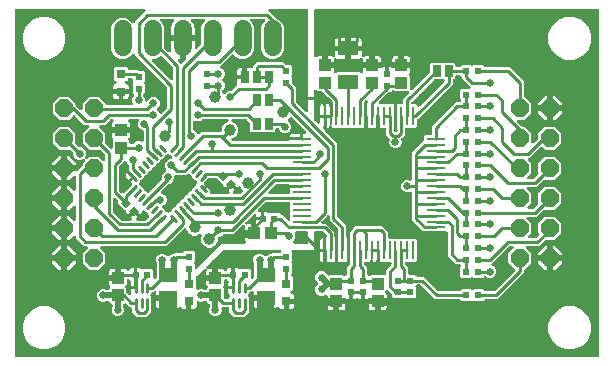
<source format=gbr>
G04 EAGLE Gerber RS-274X export*
G75*
%MOMM*%
%FSLAX34Y34*%
%LPD*%
%INTop Copper*%
%IPPOS*%
%AMOC8*
5,1,8,0,0,1.08239X$1,22.5*%
G01*
%ADD10R,0.600000X0.600000*%
%ADD11R,1.750000X1.250000*%
%ADD12R,1.000000X1.000000*%
%ADD13R,1.558800X0.280000*%
%ADD14R,0.280000X1.558800*%
%ADD15P,1.649562X8X292.500000*%
%ADD16P,1.649562X8X112.500000*%
%ADD17C,0.270000*%
%ADD18R,1.500000X1.250000*%
%ADD19C,0.250000*%
%ADD20C,1.524000*%
%ADD21R,0.600000X0.600000*%
%ADD22R,0.800000X0.800000*%
%ADD23R,0.750000X1.000000*%
%ADD24C,0.254000*%
%ADD25C,1.000000*%
%ADD26C,0.654800*%
%ADD27C,0.740000*%
%ADD28C,0.500000*%

G36*
X149125Y40483D02*
X149125Y40483D01*
X149000Y40474D01*
X148969Y40463D01*
X148937Y40459D01*
X148820Y40413D01*
X148701Y40372D01*
X148674Y40354D01*
X148644Y40342D01*
X148543Y40268D01*
X148437Y40199D01*
X148416Y40175D01*
X148390Y40156D01*
X148310Y40058D01*
X148226Y39965D01*
X148211Y39936D01*
X148190Y39911D01*
X148137Y39797D01*
X148079Y39685D01*
X148075Y39660D01*
X148058Y39625D01*
X148002Y39314D01*
X148005Y39275D01*
X148001Y39250D01*
X148001Y33459D01*
X145666Y33459D01*
X145019Y33632D01*
X144440Y33967D01*
X143967Y34440D01*
X143799Y34732D01*
X143719Y34836D01*
X143644Y34944D01*
X143624Y34961D01*
X143608Y34983D01*
X143504Y35064D01*
X143405Y35149D01*
X143381Y35161D01*
X143360Y35178D01*
X143240Y35231D01*
X143122Y35289D01*
X143096Y35294D01*
X143071Y35305D01*
X142942Y35326D01*
X142813Y35352D01*
X142786Y35351D01*
X142760Y35355D01*
X142629Y35343D01*
X142498Y35337D01*
X142472Y35329D01*
X142445Y35326D01*
X142322Y35282D01*
X142197Y35243D01*
X142179Y35230D01*
X142149Y35219D01*
X141888Y35042D01*
X141858Y35007D01*
X141833Y34990D01*
X141560Y34717D01*
X140981Y34382D01*
X140334Y34209D01*
X134999Y34209D01*
X134999Y41750D01*
X134983Y41875D01*
X134974Y42000D01*
X134963Y42031D01*
X134959Y42063D01*
X134913Y42180D01*
X134872Y42299D01*
X134854Y42326D01*
X134842Y42356D01*
X134768Y42457D01*
X134699Y42563D01*
X134675Y42584D01*
X134656Y42610D01*
X134558Y42690D01*
X134465Y42774D01*
X134436Y42789D01*
X134411Y42810D01*
X134297Y42862D01*
X134185Y42921D01*
X134160Y42925D01*
X134125Y42942D01*
X133814Y42997D01*
X133775Y42995D01*
X133750Y42999D01*
X132499Y42999D01*
X132499Y44250D01*
X132483Y44375D01*
X132474Y44500D01*
X132463Y44531D01*
X132459Y44563D01*
X132413Y44680D01*
X132372Y44799D01*
X132354Y44826D01*
X132342Y44856D01*
X132268Y44957D01*
X132199Y45063D01*
X132175Y45084D01*
X132156Y45110D01*
X132058Y45190D01*
X131965Y45274D01*
X131936Y45289D01*
X131911Y45310D01*
X131797Y45362D01*
X131685Y45421D01*
X131660Y45425D01*
X131625Y45442D01*
X131314Y45498D01*
X131275Y45495D01*
X131250Y45499D01*
X122459Y45499D01*
X122459Y47301D01*
X122441Y47440D01*
X122427Y47583D01*
X122421Y47598D01*
X122419Y47614D01*
X122367Y47746D01*
X122318Y47879D01*
X122308Y47892D01*
X122302Y47907D01*
X122218Y48022D01*
X122138Y48138D01*
X122125Y48148D01*
X122116Y48161D01*
X122006Y48251D01*
X121898Y48343D01*
X121884Y48350D01*
X121871Y48361D01*
X121743Y48420D01*
X121615Y48483D01*
X121599Y48486D01*
X121585Y48493D01*
X121445Y48518D01*
X121306Y48546D01*
X121290Y48546D01*
X121274Y48548D01*
X121133Y48538D01*
X120991Y48531D01*
X120976Y48526D01*
X120960Y48525D01*
X120825Y48479D01*
X120690Y48437D01*
X120679Y48429D01*
X120661Y48423D01*
X120397Y48250D01*
X120357Y48206D01*
X120327Y48184D01*
X120185Y48042D01*
X119632Y48042D01*
X119507Y48026D01*
X119382Y48017D01*
X119351Y48006D01*
X119319Y48002D01*
X119202Y47956D01*
X119083Y47915D01*
X119056Y47897D01*
X119026Y47885D01*
X118925Y47811D01*
X118819Y47742D01*
X118798Y47718D01*
X118772Y47699D01*
X118692Y47601D01*
X118608Y47508D01*
X118593Y47479D01*
X118572Y47454D01*
X118519Y47340D01*
X118461Y47229D01*
X118457Y47203D01*
X118440Y47168D01*
X118384Y46857D01*
X118387Y46818D01*
X118383Y46793D01*
X118383Y46598D01*
X117668Y45883D01*
X117591Y45784D01*
X117509Y45688D01*
X117494Y45659D01*
X117475Y45634D01*
X117425Y45518D01*
X117369Y45405D01*
X117363Y45374D01*
X117350Y45344D01*
X117331Y45219D01*
X117306Y45096D01*
X117307Y45064D01*
X117302Y45032D01*
X117315Y44907D01*
X117321Y44781D01*
X117331Y44750D01*
X117334Y44718D01*
X117378Y44600D01*
X117415Y44480D01*
X117430Y44459D01*
X117443Y44422D01*
X117624Y44163D01*
X117653Y44138D01*
X117668Y44117D01*
X118383Y43402D01*
X118383Y33808D01*
X118361Y33766D01*
X118354Y33729D01*
X118331Y33675D01*
X118283Y33363D01*
X118285Y33344D01*
X118283Y33331D01*
X118283Y31140D01*
X115994Y28851D01*
X113860Y26717D01*
X106140Y26717D01*
X101717Y31140D01*
X101717Y33331D01*
X101703Y33440D01*
X101698Y33550D01*
X101684Y33596D01*
X101677Y33644D01*
X101637Y33746D01*
X101617Y33808D01*
X101617Y34143D01*
X101601Y34268D01*
X101592Y34393D01*
X101581Y34424D01*
X101577Y34456D01*
X101531Y34573D01*
X101490Y34692D01*
X101472Y34719D01*
X101460Y34749D01*
X101386Y34850D01*
X101317Y34956D01*
X101293Y34977D01*
X101274Y35003D01*
X101176Y35083D01*
X101083Y35167D01*
X101054Y35182D01*
X101029Y35203D01*
X100915Y35256D01*
X100804Y35314D01*
X100778Y35318D01*
X100743Y35335D01*
X100432Y35391D01*
X100393Y35388D01*
X100368Y35392D01*
X99965Y35392D01*
X97499Y37858D01*
X97400Y37935D01*
X97305Y38017D01*
X97276Y38031D01*
X97250Y38051D01*
X97134Y38101D01*
X97021Y38156D01*
X96990Y38163D01*
X96960Y38176D01*
X96835Y38195D01*
X96712Y38220D01*
X96680Y38219D01*
X96648Y38224D01*
X96523Y38211D01*
X96397Y38205D01*
X96366Y38195D01*
X96334Y38192D01*
X96216Y38148D01*
X96096Y38111D01*
X96075Y38096D01*
X96038Y38082D01*
X95873Y37967D01*
X95782Y37967D01*
X95657Y37951D01*
X95532Y37942D01*
X95501Y37931D01*
X95469Y37927D01*
X95352Y37881D01*
X95233Y37840D01*
X95206Y37822D01*
X95176Y37810D01*
X95075Y37736D01*
X94969Y37667D01*
X94948Y37643D01*
X94922Y37624D01*
X94842Y37526D01*
X94758Y37433D01*
X94743Y37404D01*
X94722Y37379D01*
X94669Y37265D01*
X94611Y37154D01*
X94607Y37128D01*
X94590Y37093D01*
X94534Y36782D01*
X94537Y36743D01*
X94533Y36718D01*
X94533Y35673D01*
X94536Y35650D01*
X94534Y35627D01*
X94546Y35572D01*
X94573Y35360D01*
X94615Y35253D01*
X94628Y35195D01*
X95307Y33556D01*
X95307Y31444D01*
X94499Y29494D01*
X93006Y28001D01*
X91056Y27193D01*
X88944Y27193D01*
X86994Y28001D01*
X85501Y29494D01*
X84693Y31444D01*
X84693Y33556D01*
X85372Y35195D01*
X85378Y35217D01*
X85389Y35237D01*
X85399Y35292D01*
X85455Y35499D01*
X85457Y35613D01*
X85467Y35673D01*
X85467Y36718D01*
X85451Y36843D01*
X85442Y36968D01*
X85431Y36999D01*
X85427Y37031D01*
X85381Y37148D01*
X85340Y37267D01*
X85322Y37294D01*
X85310Y37324D01*
X85236Y37425D01*
X85167Y37531D01*
X85143Y37552D01*
X85124Y37578D01*
X85026Y37658D01*
X84933Y37742D01*
X84904Y37757D01*
X84879Y37778D01*
X84765Y37831D01*
X84654Y37889D01*
X84628Y37893D01*
X84593Y37910D01*
X84282Y37966D01*
X84243Y37963D01*
X84218Y37967D01*
X84158Y37967D01*
X82967Y39158D01*
X82967Y39218D01*
X82951Y39343D01*
X82942Y39468D01*
X82931Y39499D01*
X82927Y39531D01*
X82881Y39648D01*
X82840Y39767D01*
X82822Y39794D01*
X82810Y39824D01*
X82736Y39925D01*
X82667Y40031D01*
X82643Y40052D01*
X82624Y40078D01*
X82526Y40158D01*
X82433Y40242D01*
X82404Y40257D01*
X82379Y40278D01*
X82265Y40331D01*
X82154Y40389D01*
X82128Y40393D01*
X82093Y40410D01*
X81782Y40466D01*
X81743Y40463D01*
X81718Y40467D01*
X80673Y40467D01*
X80650Y40464D01*
X80627Y40466D01*
X80572Y40454D01*
X80360Y40427D01*
X80253Y40385D01*
X80195Y40372D01*
X78556Y39693D01*
X76444Y39693D01*
X74494Y40501D01*
X73001Y41994D01*
X72193Y43944D01*
X72193Y46056D01*
X73001Y48006D01*
X74494Y49499D01*
X76444Y50307D01*
X78556Y50307D01*
X80195Y49628D01*
X80217Y49622D01*
X80237Y49611D01*
X80292Y49601D01*
X80499Y49545D01*
X80613Y49543D01*
X80673Y49533D01*
X81718Y49533D01*
X81843Y49549D01*
X81968Y49558D01*
X81999Y49569D01*
X82031Y49573D01*
X82148Y49619D01*
X82267Y49660D01*
X82294Y49678D01*
X82324Y49690D01*
X82425Y49764D01*
X82531Y49833D01*
X82552Y49857D01*
X82578Y49876D01*
X82658Y49974D01*
X82742Y50067D01*
X82757Y50096D01*
X82778Y50121D01*
X82831Y50235D01*
X82889Y50346D01*
X82893Y50372D01*
X82910Y50407D01*
X82966Y50718D01*
X82963Y50757D01*
X82967Y50782D01*
X82967Y50842D01*
X83383Y51257D01*
X83460Y51357D01*
X83542Y51452D01*
X83556Y51481D01*
X83576Y51507D01*
X83626Y51623D01*
X83681Y51736D01*
X83688Y51767D01*
X83700Y51797D01*
X83720Y51922D01*
X83745Y52045D01*
X83743Y52077D01*
X83748Y52109D01*
X83736Y52234D01*
X83729Y52360D01*
X83720Y52391D01*
X83716Y52423D01*
X83673Y52540D01*
X83635Y52661D01*
X83621Y52682D01*
X83607Y52718D01*
X83427Y52978D01*
X83397Y53003D01*
X83383Y53024D01*
X82967Y53440D01*
X82632Y54019D01*
X82459Y54666D01*
X82459Y57501D01*
X88750Y57501D01*
X88875Y57517D01*
X89000Y57526D01*
X89031Y57537D01*
X89063Y57541D01*
X89180Y57587D01*
X89299Y57628D01*
X89326Y57646D01*
X89356Y57658D01*
X89457Y57732D01*
X89563Y57801D01*
X89584Y57825D01*
X89610Y57844D01*
X89690Y57942D01*
X89774Y58035D01*
X89789Y58064D01*
X89810Y58089D01*
X89862Y58203D01*
X89921Y58315D01*
X89925Y58340D01*
X89942Y58375D01*
X89997Y58686D01*
X89997Y58687D01*
X89995Y58725D01*
X89999Y58750D01*
X89999Y60001D01*
X91250Y60001D01*
X91375Y60017D01*
X91500Y60026D01*
X91531Y60037D01*
X91563Y60041D01*
X91680Y60087D01*
X91799Y60128D01*
X91826Y60146D01*
X91856Y60158D01*
X91957Y60232D01*
X92063Y60301D01*
X92084Y60325D01*
X92110Y60344D01*
X92190Y60442D01*
X92274Y60535D01*
X92289Y60564D01*
X92310Y60589D01*
X92362Y60703D01*
X92421Y60815D01*
X92425Y60840D01*
X92442Y60875D01*
X92498Y61186D01*
X92495Y61225D01*
X92499Y61250D01*
X92499Y67541D01*
X95334Y67541D01*
X95981Y67368D01*
X96560Y67033D01*
X97033Y66560D01*
X97315Y66072D01*
X97401Y65959D01*
X97484Y65844D01*
X97496Y65833D01*
X97506Y65821D01*
X97617Y65733D01*
X97727Y65642D01*
X97741Y65635D01*
X97754Y65625D01*
X97883Y65568D01*
X98012Y65508D01*
X98028Y65505D01*
X98043Y65498D01*
X98183Y65476D01*
X98322Y65449D01*
X98338Y65450D01*
X98354Y65448D01*
X98495Y65461D01*
X98637Y65470D01*
X98652Y65475D01*
X98668Y65477D01*
X98801Y65525D01*
X98936Y65570D01*
X98950Y65578D01*
X98965Y65584D01*
X99082Y65664D01*
X99201Y65741D01*
X99212Y65752D01*
X99226Y65762D01*
X99319Y65869D01*
X99415Y65973D01*
X99421Y65985D01*
X99433Y65999D01*
X99575Y66281D01*
X99588Y66339D01*
X99604Y66373D01*
X99632Y66481D01*
X99967Y67060D01*
X100440Y67533D01*
X101019Y67868D01*
X101666Y68041D01*
X103501Y68041D01*
X103501Y62750D01*
X103517Y62625D01*
X103526Y62500D01*
X103532Y62481D01*
X103502Y62314D01*
X103505Y62275D01*
X103501Y62250D01*
X103501Y59790D01*
X103517Y59666D01*
X103526Y59540D01*
X103536Y59510D01*
X103541Y59478D01*
X103587Y59361D01*
X103628Y59241D01*
X103646Y59214D01*
X103658Y59184D01*
X103732Y59083D01*
X103751Y59055D01*
X103751Y52574D01*
X101109Y52574D01*
X101109Y55163D01*
X101306Y55898D01*
X101322Y56017D01*
X101346Y56135D01*
X101344Y56173D01*
X101349Y56210D01*
X101334Y56330D01*
X101328Y56450D01*
X101316Y56486D01*
X101312Y56524D01*
X101268Y56636D01*
X101231Y56751D01*
X101211Y56782D01*
X101197Y56818D01*
X101127Y56915D01*
X101062Y57017D01*
X101039Y57037D01*
X101013Y57074D01*
X100770Y57275D01*
X100741Y57289D01*
X100724Y57303D01*
X100440Y57467D01*
X99967Y57940D01*
X99872Y58105D01*
X99783Y58221D01*
X99696Y58340D01*
X99687Y58347D01*
X99681Y58356D01*
X99565Y58447D01*
X99451Y58540D01*
X99442Y58544D01*
X99433Y58551D01*
X99299Y58610D01*
X99165Y58672D01*
X99154Y58674D01*
X99144Y58678D01*
X99000Y58701D01*
X98854Y58728D01*
X98843Y58727D01*
X98833Y58728D01*
X98687Y58715D01*
X98540Y58704D01*
X98529Y58700D01*
X98519Y58699D01*
X98381Y58650D01*
X98241Y58602D01*
X98232Y58596D01*
X98222Y58593D01*
X98101Y58510D01*
X97977Y58429D01*
X97970Y58421D01*
X97961Y58415D01*
X97865Y58304D01*
X97766Y58195D01*
X97761Y58185D01*
X97753Y58177D01*
X97687Y58046D01*
X97619Y57915D01*
X97618Y57907D01*
X97612Y57895D01*
X97545Y57587D01*
X97548Y57521D01*
X97541Y57480D01*
X97541Y54666D01*
X97368Y54019D01*
X97033Y53440D01*
X96617Y53024D01*
X96540Y52925D01*
X96458Y52829D01*
X96444Y52800D01*
X96424Y52775D01*
X96374Y52659D01*
X96319Y52546D01*
X96312Y52514D01*
X96300Y52485D01*
X96281Y52360D01*
X96255Y52237D01*
X96257Y52205D01*
X96252Y52173D01*
X96264Y52048D01*
X96271Y51922D01*
X96280Y51891D01*
X96284Y51859D01*
X96327Y51741D01*
X96365Y51621D01*
X96379Y51600D01*
X96393Y51563D01*
X96573Y51304D01*
X96603Y51279D01*
X96617Y51257D01*
X97033Y50842D01*
X97033Y48127D01*
X97047Y48018D01*
X97052Y47908D01*
X97066Y47862D01*
X97073Y47814D01*
X97113Y47712D01*
X97146Y47607D01*
X97168Y47576D01*
X97190Y47521D01*
X97376Y47267D01*
X97391Y47255D01*
X97399Y47244D01*
X98649Y45994D01*
X99260Y45383D01*
X99376Y45292D01*
X99491Y45200D01*
X99501Y45196D01*
X99509Y45189D01*
X99645Y45131D01*
X99779Y45071D01*
X99789Y45069D01*
X99799Y45065D01*
X99945Y45043D01*
X100090Y45018D01*
X100100Y45019D01*
X100111Y45017D01*
X100258Y45032D01*
X100404Y45044D01*
X100414Y45048D01*
X100425Y45049D01*
X100563Y45100D01*
X100702Y45149D01*
X100711Y45155D01*
X100721Y45158D01*
X100842Y45242D01*
X100964Y45324D01*
X100971Y45332D01*
X100980Y45338D01*
X101076Y45450D01*
X101174Y45560D01*
X101179Y45569D01*
X101186Y45578D01*
X101251Y45709D01*
X101318Y45841D01*
X101320Y45851D01*
X101325Y45861D01*
X101355Y46006D01*
X101387Y46148D01*
X101386Y46157D01*
X101389Y46170D01*
X101373Y46485D01*
X101353Y46548D01*
X101350Y46589D01*
X101109Y47487D01*
X101109Y50076D01*
X105000Y50076D01*
X105124Y50091D01*
X105250Y50101D01*
X105281Y50111D01*
X105313Y50115D01*
X105429Y50162D01*
X105549Y50203D01*
X105576Y50220D01*
X105606Y50232D01*
X105707Y50307D01*
X105812Y50376D01*
X105813Y50376D01*
X105813Y50377D01*
X105834Y50400D01*
X105860Y50419D01*
X105860Y50420D01*
X105940Y50517D01*
X106025Y50610D01*
X106040Y50639D01*
X106060Y50664D01*
X106113Y50778D01*
X106171Y50890D01*
X106176Y50915D01*
X106192Y50951D01*
X106248Y51261D01*
X106245Y51300D01*
X106249Y51325D01*
X106249Y59048D01*
X106274Y59076D01*
X106289Y59104D01*
X106310Y59129D01*
X106363Y59244D01*
X106421Y59355D01*
X106425Y59380D01*
X106442Y59416D01*
X106498Y59726D01*
X106495Y59765D01*
X106499Y59790D01*
X106499Y62250D01*
X106483Y62375D01*
X106474Y62500D01*
X106468Y62519D01*
X106498Y62686D01*
X106495Y62725D01*
X106499Y62750D01*
X106499Y68041D01*
X108334Y68041D01*
X108981Y67868D01*
X109632Y67492D01*
X109671Y67458D01*
X109699Y67444D01*
X109725Y67424D01*
X109841Y67375D01*
X109954Y67319D01*
X109985Y67312D01*
X110015Y67300D01*
X110139Y67281D01*
X110263Y67255D01*
X110295Y67257D01*
X110326Y67252D01*
X110452Y67264D01*
X110578Y67271D01*
X110609Y67280D01*
X110640Y67283D01*
X110759Y67327D01*
X110879Y67365D01*
X110900Y67379D01*
X110936Y67393D01*
X111138Y67533D01*
X118842Y67533D01*
X120033Y66342D01*
X120033Y60191D01*
X120051Y60051D01*
X120065Y59909D01*
X120071Y59894D01*
X120073Y59878D01*
X120125Y59747D01*
X120174Y59613D01*
X120184Y59600D01*
X120190Y59585D01*
X120274Y59471D01*
X120354Y59354D01*
X120367Y59344D01*
X120376Y59331D01*
X120486Y59241D01*
X120594Y59149D01*
X120608Y59142D01*
X120621Y59131D01*
X120749Y59072D01*
X120877Y59009D01*
X120893Y59006D01*
X120907Y58999D01*
X121047Y58974D01*
X121186Y58946D01*
X121202Y58946D01*
X121218Y58944D01*
X121359Y58954D01*
X121501Y58961D01*
X121516Y58966D01*
X121532Y58967D01*
X121667Y59013D01*
X121802Y59055D01*
X121813Y59063D01*
X121831Y59069D01*
X122095Y59242D01*
X122135Y59286D01*
X122165Y59308D01*
X122601Y59744D01*
X122668Y59831D01*
X122742Y59912D01*
X122765Y59955D01*
X122795Y59993D01*
X122838Y60094D01*
X122889Y60192D01*
X122896Y60229D01*
X122919Y60283D01*
X122967Y60595D01*
X122965Y60614D01*
X122967Y60627D01*
X122967Y71827D01*
X122964Y71850D01*
X122966Y71873D01*
X122954Y71928D01*
X122927Y72140D01*
X122885Y72247D01*
X122872Y72305D01*
X122193Y73944D01*
X122193Y76056D01*
X123001Y78006D01*
X124494Y79499D01*
X126444Y80307D01*
X128556Y80307D01*
X130506Y79499D01*
X131617Y78388D01*
X131716Y78311D01*
X131812Y78229D01*
X131841Y78215D01*
X131866Y78195D01*
X131982Y78145D01*
X132095Y78090D01*
X132126Y78083D01*
X132156Y78071D01*
X132281Y78051D01*
X132404Y78026D01*
X132436Y78028D01*
X132468Y78023D01*
X132593Y78035D01*
X132719Y78042D01*
X132750Y78051D01*
X132782Y78054D01*
X132900Y78098D01*
X133020Y78136D01*
X133041Y78150D01*
X133078Y78164D01*
X133337Y78344D01*
X133362Y78373D01*
X133383Y78388D01*
X134494Y79499D01*
X136444Y80307D01*
X137647Y80307D01*
X137756Y80321D01*
X137866Y80326D01*
X137912Y80340D01*
X137960Y80347D01*
X138062Y80387D01*
X138167Y80420D01*
X138198Y80442D01*
X138253Y80464D01*
X138507Y80650D01*
X138519Y80665D01*
X138530Y80673D01*
X138640Y80783D01*
X143891Y80783D01*
X144000Y80797D01*
X144109Y80802D01*
X144156Y80816D01*
X144204Y80823D01*
X144306Y80863D01*
X144411Y80896D01*
X144441Y80918D01*
X144497Y80940D01*
X144751Y81126D01*
X144763Y81141D01*
X144774Y81149D01*
X146158Y82533D01*
X153842Y82533D01*
X155033Y81342D01*
X155033Y73658D01*
X154758Y73383D01*
X154681Y73284D01*
X154599Y73188D01*
X154585Y73159D01*
X154565Y73134D01*
X154515Y73018D01*
X154460Y72905D01*
X154453Y72874D01*
X154440Y72844D01*
X154421Y72719D01*
X154396Y72596D01*
X154397Y72564D01*
X154393Y72532D01*
X154405Y72407D01*
X154411Y72281D01*
X154421Y72250D01*
X154424Y72218D01*
X154468Y72100D01*
X154506Y71980D01*
X154520Y71959D01*
X154534Y71922D01*
X154661Y71739D01*
X154700Y71680D01*
X154706Y71675D01*
X154714Y71663D01*
X154743Y71638D01*
X154758Y71617D01*
X155033Y71342D01*
X155033Y68782D01*
X155051Y68642D01*
X155065Y68500D01*
X155071Y68485D01*
X155073Y68469D01*
X155125Y68337D01*
X155174Y68204D01*
X155184Y68191D01*
X155190Y68176D01*
X155274Y68061D01*
X155354Y67945D01*
X155367Y67935D01*
X155376Y67922D01*
X155486Y67832D01*
X155594Y67740D01*
X155608Y67732D01*
X155621Y67722D01*
X155750Y67663D01*
X155877Y67600D01*
X155893Y67597D01*
X155907Y67590D01*
X156047Y67565D01*
X156186Y67536D01*
X156202Y67537D01*
X156218Y67534D01*
X156359Y67545D01*
X156501Y67552D01*
X156516Y67557D01*
X156532Y67558D01*
X156667Y67604D01*
X156802Y67646D01*
X156813Y67654D01*
X156831Y67660D01*
X157095Y67833D01*
X157135Y67877D01*
X157165Y67899D01*
X178017Y88751D01*
X197140Y88751D01*
X197281Y88769D01*
X197422Y88783D01*
X197437Y88789D01*
X197453Y88791D01*
X197585Y88843D01*
X197718Y88892D01*
X197731Y88902D01*
X197746Y88908D01*
X197861Y88992D01*
X197977Y89072D01*
X197988Y89085D01*
X198001Y89094D01*
X198090Y89204D01*
X198183Y89312D01*
X198190Y89326D01*
X198200Y89339D01*
X198260Y89468D01*
X198322Y89595D01*
X198325Y89611D01*
X198332Y89625D01*
X198357Y89765D01*
X198386Y89904D01*
X198385Y89920D01*
X198388Y89936D01*
X198377Y90078D01*
X198370Y90219D01*
X198365Y90234D01*
X198364Y90250D01*
X198318Y90385D01*
X198276Y90520D01*
X198269Y90531D01*
X198262Y90549D01*
X198089Y90813D01*
X198045Y90853D01*
X198023Y90883D01*
X197967Y90940D01*
X197632Y91519D01*
X197459Y92166D01*
X197459Y95001D01*
X203750Y95001D01*
X203875Y95017D01*
X204000Y95026D01*
X204031Y95037D01*
X204063Y95041D01*
X204180Y95087D01*
X204299Y95128D01*
X204326Y95146D01*
X204356Y95158D01*
X204457Y95232D01*
X204563Y95301D01*
X204584Y95325D01*
X204610Y95344D01*
X204690Y95442D01*
X204774Y95535D01*
X204789Y95564D01*
X204810Y95589D01*
X204862Y95703D01*
X204921Y95815D01*
X204925Y95840D01*
X204942Y95875D01*
X204997Y96186D01*
X204995Y96225D01*
X204999Y96250D01*
X204999Y97501D01*
X206250Y97501D01*
X206375Y97517D01*
X206500Y97526D01*
X206531Y97537D01*
X206563Y97541D01*
X206680Y97587D01*
X206799Y97628D01*
X206826Y97646D01*
X206856Y97658D01*
X206957Y97732D01*
X207063Y97801D01*
X207084Y97825D01*
X207110Y97844D01*
X207190Y97942D01*
X207274Y98035D01*
X207289Y98064D01*
X207310Y98089D01*
X207362Y98203D01*
X207421Y98315D01*
X207425Y98340D01*
X207442Y98375D01*
X207498Y98686D01*
X207495Y98725D01*
X207499Y98750D01*
X207499Y105049D01*
X207486Y105153D01*
X207482Y105258D01*
X207468Y105296D01*
X207459Y105362D01*
X207342Y105655D01*
X207335Y105666D01*
X207332Y105674D01*
X207132Y106019D01*
X206959Y106666D01*
X206959Y108501D01*
X212250Y108501D01*
X212375Y108517D01*
X212500Y108526D01*
X212531Y108536D01*
X212563Y108541D01*
X212679Y108587D01*
X212799Y108628D01*
X212826Y108646D01*
X212856Y108658D01*
X212957Y108732D01*
X213062Y108801D01*
X213084Y108825D01*
X213110Y108844D01*
X213190Y108942D01*
X213274Y109035D01*
X213289Y109064D01*
X213310Y109089D01*
X213338Y109151D01*
X213356Y109158D01*
X213457Y109232D01*
X213563Y109301D01*
X213584Y109325D01*
X213610Y109344D01*
X213690Y109442D01*
X213774Y109535D01*
X213789Y109564D01*
X213810Y109589D01*
X213863Y109703D01*
X213921Y109815D01*
X213925Y109840D01*
X213942Y109875D01*
X213998Y110186D01*
X213995Y110225D01*
X213999Y110250D01*
X213999Y115541D01*
X215834Y115541D01*
X216481Y115368D01*
X217132Y114992D01*
X217171Y114958D01*
X217199Y114944D01*
X217225Y114924D01*
X217341Y114875D01*
X217454Y114819D01*
X217485Y114812D01*
X217515Y114800D01*
X217639Y114781D01*
X217763Y114755D01*
X217795Y114757D01*
X217826Y114752D01*
X217952Y114764D01*
X218078Y114771D01*
X218109Y114780D01*
X218140Y114783D01*
X218259Y114827D01*
X218379Y114865D01*
X218400Y114879D01*
X218436Y114893D01*
X218638Y115033D01*
X226342Y115033D01*
X227726Y113649D01*
X227813Y113581D01*
X227894Y113508D01*
X227937Y113485D01*
X227976Y113455D01*
X228077Y113412D01*
X228174Y113361D01*
X228211Y113354D01*
X228265Y113331D01*
X228577Y113283D01*
X228596Y113285D01*
X228609Y113283D01*
X228860Y113283D01*
X231149Y110994D01*
X233758Y108385D01*
X233870Y108298D01*
X233980Y108208D01*
X233994Y108202D01*
X234007Y108192D01*
X234138Y108136D01*
X234266Y108076D01*
X234282Y108074D01*
X234297Y108067D01*
X234438Y108046D01*
X234577Y108021D01*
X234593Y108022D01*
X234609Y108019D01*
X234750Y108034D01*
X234891Y108044D01*
X234907Y108049D01*
X234923Y108051D01*
X235055Y108100D01*
X235190Y108146D01*
X235204Y108155D01*
X235219Y108160D01*
X235335Y108241D01*
X235454Y108319D01*
X235465Y108331D01*
X235478Y108341D01*
X235570Y108448D01*
X235665Y108553D01*
X235673Y108568D01*
X235683Y108580D01*
X235746Y108707D01*
X235812Y108833D01*
X235814Y108846D01*
X235823Y108863D01*
X235887Y109172D01*
X235884Y109231D01*
X235890Y109268D01*
X235890Y122968D01*
X235874Y123093D01*
X235865Y123218D01*
X235854Y123249D01*
X235850Y123281D01*
X235804Y123398D01*
X235763Y123517D01*
X235745Y123544D01*
X235733Y123574D01*
X235659Y123675D01*
X235590Y123781D01*
X235566Y123802D01*
X235547Y123828D01*
X235449Y123908D01*
X235356Y123992D01*
X235327Y124007D01*
X235302Y124028D01*
X235188Y124081D01*
X235077Y124139D01*
X235051Y124143D01*
X235016Y124160D01*
X234705Y124216D01*
X234666Y124213D01*
X234641Y124217D01*
X215786Y124217D01*
X215677Y124203D01*
X215568Y124198D01*
X215521Y124184D01*
X215473Y124177D01*
X215371Y124137D01*
X215266Y124104D01*
X215236Y124083D01*
X215180Y124060D01*
X214926Y123874D01*
X214914Y123859D01*
X214903Y123851D01*
X208725Y117673D01*
X208638Y117561D01*
X208549Y117451D01*
X208542Y117437D01*
X208532Y117424D01*
X208476Y117293D01*
X208417Y117165D01*
X208414Y117149D01*
X208407Y117134D01*
X208386Y116993D01*
X208361Y116854D01*
X208362Y116838D01*
X208360Y116822D01*
X208374Y116681D01*
X208384Y116540D01*
X208390Y116524D01*
X208391Y116508D01*
X208440Y116375D01*
X208486Y116241D01*
X208495Y116227D01*
X208501Y116212D01*
X208581Y116096D01*
X208660Y115977D01*
X208672Y115966D01*
X208681Y115953D01*
X208788Y115861D01*
X208893Y115766D01*
X208908Y115758D01*
X208920Y115748D01*
X209047Y115685D01*
X209173Y115619D01*
X209186Y115617D01*
X209203Y115608D01*
X209512Y115544D01*
X209571Y115547D01*
X209608Y115541D01*
X211001Y115541D01*
X211001Y111499D01*
X206959Y111499D01*
X206959Y112892D01*
X206941Y113032D01*
X206927Y113173D01*
X206921Y113189D01*
X206919Y113205D01*
X206867Y113336D01*
X206818Y113469D01*
X206808Y113483D01*
X206802Y113498D01*
X206718Y113612D01*
X206638Y113728D01*
X206625Y113739D01*
X206616Y113752D01*
X206506Y113842D01*
X206398Y113934D01*
X206384Y113941D01*
X206371Y113951D01*
X206242Y114011D01*
X206115Y114073D01*
X206099Y114077D01*
X206085Y114083D01*
X205945Y114108D01*
X205806Y114137D01*
X205790Y114136D01*
X205774Y114139D01*
X205633Y114129D01*
X205491Y114122D01*
X205476Y114117D01*
X205460Y114116D01*
X205325Y114070D01*
X205190Y114027D01*
X205179Y114020D01*
X205161Y114014D01*
X204897Y113840D01*
X204857Y113796D01*
X204827Y113775D01*
X198081Y107030D01*
X197991Y106913D01*
X197899Y106798D01*
X197895Y106789D01*
X197888Y106780D01*
X197830Y106645D01*
X197770Y106511D01*
X197768Y106500D01*
X197764Y106490D01*
X197741Y106344D01*
X197717Y106200D01*
X197717Y106189D01*
X197716Y106178D01*
X197731Y106032D01*
X197743Y105885D01*
X197747Y105875D01*
X197748Y105864D01*
X197799Y105726D01*
X197847Y105588D01*
X197853Y105579D01*
X197857Y105569D01*
X197941Y105448D01*
X198023Y105326D01*
X198031Y105318D01*
X198037Y105309D01*
X198149Y105214D01*
X198259Y105116D01*
X198268Y105111D01*
X198276Y105104D01*
X198408Y105039D01*
X198539Y104972D01*
X198550Y104969D01*
X198559Y104965D01*
X198704Y104935D01*
X198847Y104903D01*
X198856Y104903D01*
X198868Y104901D01*
X199184Y104916D01*
X199247Y104936D01*
X199288Y104940D01*
X199666Y105041D01*
X202501Y105041D01*
X202501Y99999D01*
X197459Y99999D01*
X197459Y102834D01*
X197560Y103212D01*
X197580Y103358D01*
X197603Y103503D01*
X197601Y103514D01*
X197603Y103525D01*
X197586Y103671D01*
X197571Y103817D01*
X197567Y103827D01*
X197566Y103838D01*
X197512Y103975D01*
X197461Y104113D01*
X197455Y104122D01*
X197451Y104132D01*
X197365Y104251D01*
X197281Y104372D01*
X197273Y104379D01*
X197267Y104388D01*
X197154Y104482D01*
X197042Y104578D01*
X197032Y104583D01*
X197024Y104589D01*
X196891Y104652D01*
X196759Y104717D01*
X196748Y104719D01*
X196739Y104724D01*
X196594Y104751D01*
X196450Y104781D01*
X196439Y104780D01*
X196429Y104782D01*
X196282Y104773D01*
X196135Y104765D01*
X196125Y104762D01*
X196114Y104761D01*
X195974Y104715D01*
X195834Y104671D01*
X195826Y104666D01*
X195814Y104662D01*
X195549Y104491D01*
X195504Y104442D01*
X195470Y104419D01*
X190058Y99006D01*
X187769Y96717D01*
X179740Y96717D01*
X179631Y96703D01*
X179521Y96698D01*
X179475Y96684D01*
X179427Y96677D01*
X179324Y96637D01*
X179220Y96604D01*
X179189Y96582D01*
X179134Y96560D01*
X178879Y96374D01*
X178867Y96359D01*
X178856Y96351D01*
X178006Y95501D01*
X176056Y94693D01*
X175782Y94693D01*
X175657Y94677D01*
X175532Y94668D01*
X175501Y94657D01*
X175469Y94653D01*
X175352Y94607D01*
X175233Y94566D01*
X175206Y94548D01*
X175176Y94536D01*
X175075Y94462D01*
X174969Y94393D01*
X174948Y94369D01*
X174922Y94350D01*
X174842Y94252D01*
X174758Y94159D01*
X174743Y94130D01*
X174722Y94105D01*
X174669Y93991D01*
X174611Y93880D01*
X174607Y93854D01*
X174590Y93819D01*
X174534Y93508D01*
X174537Y93469D01*
X174533Y93444D01*
X174533Y91101D01*
X173462Y88516D01*
X171484Y86538D01*
X168899Y85467D01*
X166101Y85467D01*
X163516Y86538D01*
X161538Y88516D01*
X160467Y91101D01*
X160467Y93899D01*
X160979Y95134D01*
X160998Y95203D01*
X161026Y95269D01*
X161039Y95355D01*
X161062Y95439D01*
X161063Y95510D01*
X161074Y95580D01*
X161065Y95667D01*
X161066Y95754D01*
X161049Y95823D01*
X161042Y95894D01*
X161012Y95976D01*
X160991Y96061D01*
X160957Y96123D01*
X160932Y96190D01*
X160883Y96262D01*
X160841Y96338D01*
X160793Y96391D01*
X160752Y96449D01*
X160686Y96506D01*
X160627Y96570D01*
X160567Y96608D01*
X160513Y96655D01*
X160435Y96693D01*
X160362Y96740D01*
X160294Y96763D01*
X160230Y96794D01*
X160145Y96812D01*
X160062Y96839D01*
X159991Y96844D01*
X159921Y96858D01*
X159834Y96854D01*
X159747Y96859D01*
X159677Y96846D01*
X159606Y96842D01*
X159523Y96816D01*
X159437Y96800D01*
X159373Y96769D01*
X159305Y96748D01*
X159255Y96714D01*
X159152Y96665D01*
X159016Y96551D01*
X156399Y95467D01*
X153601Y95467D01*
X151016Y96538D01*
X149038Y98516D01*
X148031Y100946D01*
X148012Y100981D01*
X147999Y101017D01*
X147990Y101031D01*
X147985Y101046D01*
X147935Y101117D01*
X147892Y101197D01*
X147882Y101207D01*
X147875Y101220D01*
X147847Y101249D01*
X147826Y101281D01*
X147814Y101292D01*
X147805Y101305D01*
X147739Y101362D01*
X147677Y101428D01*
X147665Y101436D01*
X147655Y101446D01*
X147621Y101467D01*
X147592Y101492D01*
X147578Y101500D01*
X147566Y101510D01*
X147487Y101549D01*
X147411Y101597D01*
X147397Y101602D01*
X147385Y101610D01*
X147347Y101621D01*
X147313Y101639D01*
X147300Y101641D01*
X147282Y101650D01*
X147197Y101667D01*
X147111Y101695D01*
X147097Y101696D01*
X147083Y101700D01*
X147027Y101703D01*
X146973Y101714D01*
X146914Y101711D01*
X146877Y101717D01*
X146838Y101712D01*
X146796Y101715D01*
X146782Y101712D01*
X146767Y101713D01*
X146713Y101701D01*
X146658Y101698D01*
X146612Y101684D01*
X146564Y101677D01*
X146527Y101663D01*
X146487Y101655D01*
X146474Y101648D01*
X146459Y101645D01*
X146409Y101620D01*
X146357Y101604D01*
X146326Y101582D01*
X146271Y101560D01*
X146239Y101537D01*
X146202Y101519D01*
X146193Y101511D01*
X146178Y101503D01*
X146100Y101435D01*
X146017Y101374D01*
X146005Y101359D01*
X145994Y101351D01*
X133649Y89006D01*
X131360Y86717D01*
X76200Y86717D01*
X76059Y86699D01*
X75918Y86685D01*
X75903Y86679D01*
X75887Y86677D01*
X75755Y86625D01*
X75622Y86576D01*
X75609Y86566D01*
X75594Y86560D01*
X75479Y86476D01*
X75363Y86396D01*
X75352Y86383D01*
X75339Y86374D01*
X75249Y86264D01*
X75157Y86156D01*
X75150Y86142D01*
X75140Y86129D01*
X75080Y86000D01*
X75018Y85873D01*
X75015Y85857D01*
X75008Y85843D01*
X74983Y85703D01*
X74954Y85564D01*
X74955Y85548D01*
X74952Y85532D01*
X74963Y85391D01*
X74970Y85249D01*
X74975Y85234D01*
X74976Y85218D01*
X75022Y85083D01*
X75064Y84948D01*
X75071Y84937D01*
X75078Y84919D01*
X75251Y84655D01*
X75295Y84615D01*
X75316Y84585D01*
X79403Y80498D01*
X79403Y72502D01*
X73748Y66847D01*
X65752Y66847D01*
X60097Y72502D01*
X60097Y80498D01*
X64184Y84585D01*
X64270Y84697D01*
X64360Y84807D01*
X64367Y84821D01*
X64377Y84834D01*
X64433Y84965D01*
X64492Y85093D01*
X64495Y85109D01*
X64501Y85124D01*
X64523Y85265D01*
X64548Y85404D01*
X64547Y85420D01*
X64549Y85436D01*
X64535Y85577D01*
X64524Y85718D01*
X64519Y85734D01*
X64517Y85750D01*
X64468Y85883D01*
X64422Y86017D01*
X64414Y86031D01*
X64408Y86046D01*
X64327Y86162D01*
X64249Y86281D01*
X64237Y86292D01*
X64228Y86305D01*
X64121Y86397D01*
X64015Y86492D01*
X64001Y86500D01*
X63989Y86510D01*
X63862Y86573D01*
X63736Y86639D01*
X63723Y86641D01*
X63706Y86650D01*
X63397Y86714D01*
X63337Y86711D01*
X63300Y86717D01*
X61140Y86717D01*
X54217Y93640D01*
X54217Y94382D01*
X54199Y94522D01*
X54185Y94664D01*
X54179Y94679D01*
X54177Y94695D01*
X54125Y94826D01*
X54076Y94960D01*
X54066Y94973D01*
X54060Y94988D01*
X53976Y95102D01*
X53896Y95219D01*
X53883Y95229D01*
X53874Y95242D01*
X53764Y95332D01*
X53656Y95424D01*
X53642Y95431D01*
X53629Y95442D01*
X53500Y95501D01*
X53373Y95564D01*
X53357Y95567D01*
X53343Y95574D01*
X53203Y95599D01*
X53064Y95627D01*
X53048Y95627D01*
X53032Y95629D01*
X52891Y95619D01*
X52749Y95612D01*
X52734Y95607D01*
X52718Y95606D01*
X52583Y95560D01*
X52448Y95518D01*
X52437Y95510D01*
X52419Y95504D01*
X52155Y95331D01*
X52115Y95287D01*
X52085Y95265D01*
X48559Y91739D01*
X46849Y91739D01*
X46849Y100650D01*
X46833Y100775D01*
X46824Y100900D01*
X46813Y100931D01*
X46809Y100963D01*
X46763Y101080D01*
X46722Y101199D01*
X46704Y101226D01*
X46692Y101256D01*
X46618Y101357D01*
X46549Y101463D01*
X46525Y101484D01*
X46506Y101510D01*
X46408Y101590D01*
X46315Y101674D01*
X46286Y101689D01*
X46261Y101710D01*
X46147Y101762D01*
X46035Y101821D01*
X46010Y101825D01*
X45975Y101842D01*
X45664Y101897D01*
X45625Y101895D01*
X45600Y101899D01*
X44349Y101899D01*
X44349Y101901D01*
X45600Y101901D01*
X45725Y101917D01*
X45850Y101926D01*
X45881Y101937D01*
X45913Y101941D01*
X46030Y101987D01*
X46149Y102028D01*
X46176Y102046D01*
X46206Y102058D01*
X46307Y102132D01*
X46413Y102201D01*
X46434Y102225D01*
X46460Y102244D01*
X46540Y102342D01*
X46624Y102435D01*
X46639Y102464D01*
X46660Y102489D01*
X46712Y102603D01*
X46771Y102715D01*
X46775Y102740D01*
X46792Y102775D01*
X46848Y103086D01*
X46845Y103125D01*
X46849Y103150D01*
X46849Y112061D01*
X48559Y112061D01*
X52085Y108535D01*
X52197Y108448D01*
X52307Y108358D01*
X52321Y108352D01*
X52334Y108342D01*
X52465Y108286D01*
X52593Y108226D01*
X52609Y108224D01*
X52624Y108217D01*
X52765Y108196D01*
X52904Y108171D01*
X52920Y108172D01*
X52936Y108169D01*
X53077Y108184D01*
X53218Y108194D01*
X53234Y108199D01*
X53250Y108201D01*
X53383Y108250D01*
X53517Y108296D01*
X53531Y108305D01*
X53546Y108310D01*
X53662Y108391D01*
X53781Y108469D01*
X53792Y108481D01*
X53805Y108491D01*
X53897Y108598D01*
X53992Y108703D01*
X54000Y108718D01*
X54010Y108730D01*
X54073Y108857D01*
X54139Y108983D01*
X54141Y108996D01*
X54150Y109013D01*
X54214Y109322D01*
X54211Y109381D01*
X54217Y109418D01*
X54217Y119782D01*
X54199Y119922D01*
X54185Y120064D01*
X54179Y120079D01*
X54177Y120095D01*
X54125Y120226D01*
X54076Y120360D01*
X54066Y120373D01*
X54060Y120388D01*
X53976Y120502D01*
X53896Y120619D01*
X53883Y120629D01*
X53874Y120642D01*
X53764Y120732D01*
X53656Y120824D01*
X53642Y120831D01*
X53629Y120842D01*
X53500Y120901D01*
X53373Y120964D01*
X53357Y120967D01*
X53343Y120974D01*
X53203Y120999D01*
X53064Y121027D01*
X53048Y121027D01*
X53032Y121029D01*
X52891Y121019D01*
X52749Y121012D01*
X52734Y121007D01*
X52718Y121006D01*
X52583Y120960D01*
X52448Y120918D01*
X52437Y120910D01*
X52419Y120904D01*
X52155Y120731D01*
X52115Y120687D01*
X52085Y120665D01*
X48559Y117139D01*
X46849Y117139D01*
X46849Y126050D01*
X46833Y126175D01*
X46824Y126300D01*
X46813Y126331D01*
X46809Y126363D01*
X46763Y126480D01*
X46722Y126599D01*
X46704Y126626D01*
X46692Y126656D01*
X46618Y126757D01*
X46549Y126863D01*
X46525Y126884D01*
X46506Y126910D01*
X46408Y126990D01*
X46315Y127074D01*
X46286Y127089D01*
X46261Y127110D01*
X46147Y127162D01*
X46035Y127221D01*
X46010Y127225D01*
X45975Y127242D01*
X45664Y127297D01*
X45625Y127295D01*
X45600Y127299D01*
X44349Y127299D01*
X44349Y127301D01*
X45600Y127301D01*
X45725Y127317D01*
X45850Y127326D01*
X45881Y127337D01*
X45913Y127341D01*
X46030Y127387D01*
X46149Y127428D01*
X46176Y127446D01*
X46206Y127458D01*
X46307Y127532D01*
X46413Y127601D01*
X46434Y127625D01*
X46460Y127644D01*
X46540Y127742D01*
X46624Y127835D01*
X46639Y127864D01*
X46660Y127889D01*
X46712Y128003D01*
X46771Y128115D01*
X46775Y128140D01*
X46792Y128175D01*
X46848Y128486D01*
X46845Y128525D01*
X46849Y128550D01*
X46849Y137461D01*
X48559Y137461D01*
X52085Y133935D01*
X52197Y133848D01*
X52307Y133758D01*
X52321Y133752D01*
X52334Y133742D01*
X52465Y133686D01*
X52593Y133626D01*
X52609Y133624D01*
X52624Y133617D01*
X52765Y133596D01*
X52904Y133571D01*
X52920Y133572D01*
X52936Y133569D01*
X53077Y133584D01*
X53218Y133594D01*
X53234Y133599D01*
X53250Y133601D01*
X53383Y133650D01*
X53517Y133696D01*
X53531Y133705D01*
X53546Y133710D01*
X53662Y133791D01*
X53781Y133869D01*
X53792Y133881D01*
X53805Y133891D01*
X53897Y133998D01*
X53992Y134103D01*
X54000Y134118D01*
X54010Y134130D01*
X54073Y134257D01*
X54139Y134383D01*
X54141Y134396D01*
X54150Y134413D01*
X54214Y134722D01*
X54211Y134781D01*
X54217Y134818D01*
X54217Y145182D01*
X54199Y145322D01*
X54185Y145464D01*
X54179Y145479D01*
X54177Y145495D01*
X54125Y145626D01*
X54076Y145760D01*
X54066Y145773D01*
X54060Y145788D01*
X53976Y145902D01*
X53896Y146019D01*
X53883Y146029D01*
X53874Y146042D01*
X53764Y146132D01*
X53656Y146224D01*
X53642Y146231D01*
X53629Y146242D01*
X53500Y146301D01*
X53373Y146364D01*
X53357Y146367D01*
X53343Y146374D01*
X53203Y146399D01*
X53064Y146427D01*
X53048Y146427D01*
X53032Y146429D01*
X52891Y146419D01*
X52749Y146412D01*
X52734Y146407D01*
X52718Y146406D01*
X52583Y146360D01*
X52448Y146318D01*
X52437Y146310D01*
X52419Y146304D01*
X52155Y146131D01*
X52115Y146087D01*
X52085Y146065D01*
X48559Y142539D01*
X46849Y142539D01*
X46849Y150201D01*
X55041Y150201D01*
X55150Y150215D01*
X55260Y150220D01*
X55306Y150235D01*
X55354Y150241D01*
X55456Y150281D01*
X55561Y150314D01*
X55592Y150336D01*
X55647Y150358D01*
X55901Y150544D01*
X55913Y150559D01*
X55924Y150567D01*
X59731Y154374D01*
X59799Y154461D01*
X59872Y154542D01*
X59895Y154585D01*
X59925Y154623D01*
X59968Y154724D01*
X60019Y154822D01*
X60026Y154859D01*
X60049Y154913D01*
X60097Y155225D01*
X60095Y155244D01*
X60097Y155257D01*
X60097Y156698D01*
X61859Y158460D01*
X61903Y158517D01*
X61954Y158566D01*
X61999Y158641D01*
X62052Y158710D01*
X62081Y158775D01*
X62117Y158836D01*
X62143Y158920D01*
X62177Y159000D01*
X62188Y159070D01*
X62208Y159138D01*
X62212Y159225D01*
X62225Y159312D01*
X62218Y159382D01*
X62220Y159454D01*
X62202Y159539D01*
X62193Y159625D01*
X62168Y159692D01*
X62153Y159762D01*
X62114Y159840D01*
X62084Y159921D01*
X62043Y159980D01*
X62011Y160043D01*
X61953Y160109D01*
X61904Y160180D01*
X61850Y160227D01*
X61803Y160280D01*
X61730Y160329D01*
X61664Y160386D01*
X61601Y160418D01*
X61542Y160458D01*
X61459Y160487D01*
X61381Y160525D01*
X61312Y160540D01*
X61244Y160564D01*
X61158Y160572D01*
X61072Y160589D01*
X61001Y160586D01*
X60930Y160592D01*
X60872Y160579D01*
X60757Y160574D01*
X60553Y160510D01*
X60498Y160498D01*
X58556Y159693D01*
X56444Y159693D01*
X54494Y160501D01*
X53001Y161994D01*
X52193Y163944D01*
X52193Y165147D01*
X52179Y165256D01*
X52174Y165366D01*
X52160Y165412D01*
X52153Y165460D01*
X52113Y165562D01*
X52080Y165667D01*
X52058Y165698D01*
X52036Y165753D01*
X51850Y166007D01*
X51835Y166019D01*
X51827Y166030D01*
X49763Y168095D01*
X49663Y168172D01*
X49566Y168255D01*
X49538Y168269D01*
X49513Y168288D01*
X49397Y168338D01*
X49283Y168394D01*
X49252Y168400D01*
X49223Y168413D01*
X49098Y168432D01*
X48974Y168457D01*
X48943Y168456D01*
X48911Y168460D01*
X48786Y168448D01*
X48777Y168447D01*
X40352Y168447D01*
X34697Y174102D01*
X34697Y182098D01*
X40352Y187753D01*
X48348Y187753D01*
X54003Y182098D01*
X54003Y173657D01*
X54017Y173548D01*
X54022Y173438D01*
X54036Y173392D01*
X54043Y173344D01*
X54083Y173242D01*
X54116Y173137D01*
X54138Y173106D01*
X54160Y173051D01*
X54346Y172797D01*
X54361Y172785D01*
X54369Y172774D01*
X56470Y170673D01*
X56557Y170605D01*
X56638Y170532D01*
X56681Y170509D01*
X56719Y170479D01*
X56820Y170436D01*
X56918Y170385D01*
X56955Y170378D01*
X57009Y170355D01*
X57321Y170307D01*
X57340Y170309D01*
X57353Y170307D01*
X58556Y170307D01*
X60506Y169499D01*
X61999Y168006D01*
X62807Y166056D01*
X62807Y163944D01*
X62002Y162002D01*
X61983Y161933D01*
X61955Y161868D01*
X61942Y161782D01*
X61919Y161698D01*
X61918Y161627D01*
X61907Y161556D01*
X61916Y161469D01*
X61915Y161382D01*
X61932Y161313D01*
X61939Y161242D01*
X61970Y161160D01*
X61990Y161076D01*
X62024Y161013D01*
X62049Y160946D01*
X62098Y160875D01*
X62140Y160798D01*
X62188Y160746D01*
X62229Y160687D01*
X62295Y160630D01*
X62354Y160566D01*
X62414Y160528D01*
X62468Y160482D01*
X62546Y160443D01*
X62620Y160396D01*
X62687Y160374D01*
X62751Y160342D01*
X62836Y160325D01*
X62919Y160297D01*
X62990Y160293D01*
X63060Y160278D01*
X63147Y160283D01*
X63234Y160277D01*
X63304Y160291D01*
X63375Y160294D01*
X63458Y160320D01*
X63544Y160336D01*
X63608Y160367D01*
X63676Y160388D01*
X63726Y160422D01*
X63829Y160471D01*
X63993Y160609D01*
X64040Y160641D01*
X65752Y162353D01*
X73748Y162353D01*
X77085Y159016D01*
X77197Y158930D01*
X77203Y158925D01*
X77212Y158916D01*
X77215Y158914D01*
X77307Y158840D01*
X77321Y158833D01*
X77334Y158823D01*
X77465Y158767D01*
X77593Y158708D01*
X77609Y158705D01*
X77624Y158699D01*
X77765Y158677D01*
X77904Y158652D01*
X77920Y158653D01*
X77936Y158651D01*
X78077Y158665D01*
X78218Y158676D01*
X78234Y158681D01*
X78250Y158683D01*
X78383Y158732D01*
X78517Y158778D01*
X78531Y158786D01*
X78546Y158792D01*
X78662Y158873D01*
X78781Y158951D01*
X78792Y158963D01*
X78805Y158972D01*
X78897Y159079D01*
X78992Y159185D01*
X79000Y159199D01*
X79010Y159211D01*
X79073Y159338D01*
X79139Y159464D01*
X79141Y159477D01*
X79150Y159494D01*
X79214Y159803D01*
X79211Y159851D01*
X79216Y159876D01*
X79215Y159886D01*
X79217Y159900D01*
X79217Y163473D01*
X79203Y163582D01*
X79198Y163692D01*
X79184Y163738D01*
X79177Y163786D01*
X79137Y163888D01*
X79104Y163993D01*
X79082Y164024D01*
X79060Y164079D01*
X78874Y164333D01*
X78859Y164345D01*
X78851Y164356D01*
X75126Y168081D01*
X75039Y168149D01*
X74958Y168222D01*
X74915Y168245D01*
X74877Y168275D01*
X74776Y168318D01*
X74678Y168369D01*
X74641Y168376D01*
X74587Y168399D01*
X74275Y168447D01*
X74256Y168445D01*
X74243Y168447D01*
X65752Y168447D01*
X60097Y174102D01*
X60097Y182098D01*
X65084Y187085D01*
X65170Y187197D01*
X65260Y187307D01*
X65267Y187321D01*
X65277Y187334D01*
X65333Y187465D01*
X65392Y187593D01*
X65395Y187609D01*
X65401Y187624D01*
X65423Y187765D01*
X65448Y187904D01*
X65447Y187920D01*
X65449Y187936D01*
X65435Y188077D01*
X65424Y188218D01*
X65419Y188234D01*
X65417Y188250D01*
X65368Y188383D01*
X65322Y188517D01*
X65314Y188531D01*
X65308Y188546D01*
X65227Y188662D01*
X65149Y188781D01*
X65137Y188792D01*
X65128Y188805D01*
X65021Y188897D01*
X64915Y188992D01*
X64901Y189000D01*
X64889Y189010D01*
X64762Y189073D01*
X64636Y189139D01*
X64623Y189141D01*
X64606Y189150D01*
X64297Y189214D01*
X64237Y189211D01*
X64200Y189217D01*
X61490Y189217D01*
X53488Y197220D01*
X53388Y197297D01*
X53293Y197379D01*
X53264Y197393D01*
X53238Y197413D01*
X53122Y197463D01*
X53010Y197518D01*
X52978Y197525D01*
X52948Y197538D01*
X52824Y197557D01*
X52701Y197582D01*
X52668Y197581D01*
X52636Y197585D01*
X52511Y197573D01*
X52385Y197567D01*
X52355Y197557D01*
X52322Y197554D01*
X52204Y197510D01*
X52084Y197472D01*
X52063Y197458D01*
X52027Y197444D01*
X51767Y197264D01*
X51742Y197235D01*
X51721Y197220D01*
X48348Y193847D01*
X40352Y193847D01*
X34697Y199502D01*
X34697Y207498D01*
X40352Y213153D01*
X48348Y213153D01*
X54003Y207498D01*
X54003Y206507D01*
X54017Y206398D01*
X54022Y206288D01*
X54036Y206242D01*
X54043Y206194D01*
X54083Y206092D01*
X54116Y205987D01*
X54137Y205956D01*
X54160Y205901D01*
X54346Y205647D01*
X54361Y205635D01*
X54369Y205624D01*
X57965Y202028D01*
X58077Y201941D01*
X58187Y201851D01*
X58201Y201845D01*
X58214Y201835D01*
X58345Y201779D01*
X58473Y201719D01*
X58489Y201717D01*
X58504Y201710D01*
X58645Y201689D01*
X58784Y201664D01*
X58800Y201665D01*
X58816Y201662D01*
X58957Y201677D01*
X59098Y201687D01*
X59114Y201692D01*
X59130Y201694D01*
X59263Y201743D01*
X59397Y201789D01*
X59411Y201798D01*
X59426Y201803D01*
X59542Y201884D01*
X59661Y201962D01*
X59672Y201974D01*
X59685Y201984D01*
X59777Y202091D01*
X59872Y202196D01*
X59880Y202211D01*
X59890Y202223D01*
X59953Y202350D01*
X60019Y202476D01*
X60021Y202489D01*
X60030Y202506D01*
X60094Y202815D01*
X60091Y202874D01*
X60097Y202911D01*
X60097Y207498D01*
X65752Y213153D01*
X73748Y213153D01*
X79403Y207498D01*
X79403Y207032D01*
X79419Y206907D01*
X79428Y206782D01*
X79439Y206751D01*
X79443Y206719D01*
X79489Y206602D01*
X79530Y206483D01*
X79548Y206456D01*
X79560Y206426D01*
X79634Y206325D01*
X79703Y206219D01*
X79727Y206198D01*
X79746Y206172D01*
X79844Y206092D01*
X79937Y206008D01*
X79966Y205993D01*
X79991Y205972D01*
X80105Y205919D01*
X80216Y205861D01*
X80242Y205857D01*
X80277Y205840D01*
X80588Y205784D01*
X80627Y205787D01*
X80652Y205783D01*
X101633Y205783D01*
X101688Y205790D01*
X101743Y205788D01*
X101844Y205810D01*
X101946Y205823D01*
X101998Y205843D01*
X102051Y205855D01*
X102143Y205901D01*
X102239Y205940D01*
X102284Y205972D01*
X102333Y205997D01*
X102410Y206065D01*
X102494Y206126D01*
X102529Y206169D01*
X102570Y206205D01*
X102628Y206291D01*
X102693Y206371D01*
X102716Y206421D01*
X102747Y206466D01*
X102782Y206563D01*
X102825Y206657D01*
X102835Y206712D01*
X102853Y206763D01*
X102863Y206866D01*
X102881Y206968D01*
X102877Y207023D01*
X102882Y207078D01*
X102868Y207141D01*
X102857Y207282D01*
X102801Y207446D01*
X102787Y207510D01*
X102193Y208944D01*
X102193Y211056D01*
X103001Y213006D01*
X103427Y213432D01*
X103504Y213531D01*
X103586Y213627D01*
X103600Y213656D01*
X103620Y213681D01*
X103670Y213797D01*
X103725Y213910D01*
X103732Y213941D01*
X103744Y213971D01*
X103764Y214096D01*
X103789Y214219D01*
X103787Y214251D01*
X103792Y214283D01*
X103780Y214408D01*
X103773Y214534D01*
X103764Y214565D01*
X103761Y214597D01*
X103717Y214715D01*
X103679Y214835D01*
X103665Y214856D01*
X103651Y214893D01*
X103471Y215152D01*
X103442Y215177D01*
X103427Y215198D01*
X102467Y216158D01*
X102467Y223842D01*
X102742Y224117D01*
X102819Y224216D01*
X102901Y224312D01*
X102915Y224341D01*
X102935Y224366D01*
X102985Y224482D01*
X103040Y224595D01*
X103047Y224626D01*
X103060Y224656D01*
X103079Y224781D01*
X103104Y224904D01*
X103103Y224936D01*
X103107Y224968D01*
X103095Y225093D01*
X103089Y225219D01*
X103079Y225250D01*
X103076Y225282D01*
X103032Y225400D01*
X102994Y225520D01*
X102980Y225541D01*
X102966Y225578D01*
X102786Y225837D01*
X102757Y225862D01*
X102742Y225883D01*
X102467Y226158D01*
X102467Y227968D01*
X102451Y228093D01*
X102442Y228218D01*
X102431Y228249D01*
X102427Y228281D01*
X102381Y228398D01*
X102340Y228517D01*
X102322Y228544D01*
X102310Y228574D01*
X102236Y228675D01*
X102167Y228781D01*
X102143Y228802D01*
X102124Y228828D01*
X102026Y228908D01*
X101933Y228992D01*
X101904Y229007D01*
X101879Y229028D01*
X101765Y229081D01*
X101654Y229139D01*
X101628Y229143D01*
X101593Y229160D01*
X101282Y229216D01*
X101243Y229213D01*
X101218Y229217D01*
X99782Y229217D01*
X99657Y229201D01*
X99532Y229192D01*
X99501Y229181D01*
X99469Y229177D01*
X99352Y229131D01*
X99233Y229090D01*
X99206Y229072D01*
X99176Y229060D01*
X99075Y228986D01*
X98969Y228917D01*
X98948Y228893D01*
X98922Y228874D01*
X98842Y228776D01*
X98758Y228683D01*
X98743Y228654D01*
X98722Y228629D01*
X98669Y228515D01*
X98611Y228404D01*
X98607Y228378D01*
X98590Y228343D01*
X98534Y228032D01*
X98537Y227993D01*
X98533Y227968D01*
X98533Y227658D01*
X97342Y226467D01*
X97267Y226467D01*
X97117Y226448D01*
X96965Y226430D01*
X96960Y226428D01*
X96954Y226427D01*
X96813Y226371D01*
X96671Y226316D01*
X96666Y226312D01*
X96661Y226310D01*
X96539Y226220D01*
X96415Y226131D01*
X96411Y226127D01*
X96407Y226124D01*
X96311Y226006D01*
X96213Y225888D01*
X96211Y225884D01*
X96208Y225879D01*
X96144Y225740D01*
X96079Y225603D01*
X96078Y225598D01*
X96076Y225593D01*
X96049Y225442D01*
X96020Y225293D01*
X96021Y225288D01*
X96020Y225282D01*
X96031Y225130D01*
X96041Y224978D01*
X96043Y224973D01*
X96044Y224968D01*
X96093Y224823D01*
X96141Y224679D01*
X96144Y224674D01*
X96145Y224669D01*
X96229Y224541D01*
X96312Y224413D01*
X96316Y224410D01*
X96319Y224405D01*
X96432Y224303D01*
X96544Y224200D01*
X96548Y224198D01*
X96552Y224194D01*
X96832Y224047D01*
X96890Y224037D01*
X96944Y224011D01*
X97481Y223868D01*
X98060Y223533D01*
X98533Y223060D01*
X98868Y222481D01*
X99041Y221834D01*
X99041Y219499D01*
X93250Y219499D01*
X93125Y219483D01*
X93000Y219474D01*
X92969Y219463D01*
X92937Y219459D01*
X92821Y219413D01*
X92701Y219372D01*
X92674Y219354D01*
X92644Y219342D01*
X92543Y219268D01*
X92502Y219241D01*
X92465Y219274D01*
X92436Y219289D01*
X92411Y219310D01*
X92297Y219363D01*
X92185Y219421D01*
X92160Y219425D01*
X92125Y219442D01*
X91814Y219498D01*
X91775Y219495D01*
X91750Y219499D01*
X85959Y219499D01*
X85959Y221834D01*
X86132Y222481D01*
X86467Y223060D01*
X86940Y223533D01*
X87519Y223868D01*
X88056Y224011D01*
X88196Y224069D01*
X88339Y224126D01*
X88343Y224129D01*
X88348Y224131D01*
X88469Y224221D01*
X88593Y224312D01*
X88596Y224316D01*
X88601Y224320D01*
X88695Y224438D01*
X88792Y224557D01*
X88795Y224562D01*
X88798Y224566D01*
X88860Y224703D01*
X88924Y224843D01*
X88925Y224849D01*
X88927Y224853D01*
X88953Y225004D01*
X88980Y225154D01*
X88980Y225159D01*
X88981Y225164D01*
X88968Y225316D01*
X88956Y225468D01*
X88955Y225473D01*
X88954Y225479D01*
X88905Y225618D01*
X88855Y225767D01*
X88852Y225772D01*
X88850Y225777D01*
X88767Y225900D01*
X88681Y226031D01*
X88677Y226034D01*
X88674Y226039D01*
X88561Y226140D01*
X88448Y226242D01*
X88443Y226245D01*
X88439Y226249D01*
X88303Y226318D01*
X88168Y226389D01*
X88164Y226390D01*
X88158Y226393D01*
X87850Y226462D01*
X87791Y226457D01*
X87733Y226467D01*
X87658Y226467D01*
X86467Y227658D01*
X86467Y237342D01*
X87658Y238533D01*
X97342Y238533D01*
X98533Y237342D01*
X98533Y237032D01*
X98549Y236907D01*
X98558Y236782D01*
X98569Y236751D01*
X98573Y236719D01*
X98619Y236602D01*
X98660Y236483D01*
X98678Y236456D01*
X98690Y236426D01*
X98764Y236325D01*
X98833Y236219D01*
X98857Y236198D01*
X98876Y236172D01*
X98974Y236092D01*
X99067Y236008D01*
X99096Y235993D01*
X99121Y235972D01*
X99235Y235919D01*
X99346Y235861D01*
X99372Y235857D01*
X99407Y235840D01*
X99718Y235784D01*
X99757Y235787D01*
X99782Y235783D01*
X106360Y235783D01*
X106744Y235399D01*
X106831Y235331D01*
X106912Y235258D01*
X106955Y235235D01*
X106993Y235205D01*
X107094Y235162D01*
X107192Y235111D01*
X107229Y235104D01*
X107283Y235081D01*
X107595Y235033D01*
X107614Y235035D01*
X107627Y235033D01*
X111342Y235033D01*
X112533Y233842D01*
X112533Y226158D01*
X112258Y225883D01*
X112181Y225784D01*
X112099Y225688D01*
X112085Y225659D01*
X112065Y225634D01*
X112015Y225518D01*
X111960Y225405D01*
X111953Y225374D01*
X111940Y225344D01*
X111921Y225219D01*
X111896Y225096D01*
X111897Y225064D01*
X111893Y225032D01*
X111905Y224907D01*
X111911Y224781D01*
X111921Y224750D01*
X111924Y224718D01*
X111968Y224600D01*
X112006Y224480D01*
X112020Y224459D01*
X112034Y224422D01*
X112214Y224163D01*
X112243Y224138D01*
X112258Y224117D01*
X112533Y223842D01*
X112533Y216158D01*
X111573Y215198D01*
X111496Y215099D01*
X111414Y215003D01*
X111400Y214974D01*
X111380Y214949D01*
X111330Y214833D01*
X111275Y214720D01*
X111268Y214689D01*
X111256Y214659D01*
X111236Y214534D01*
X111211Y214411D01*
X111213Y214379D01*
X111208Y214347D01*
X111220Y214222D01*
X111227Y214096D01*
X111236Y214065D01*
X111239Y214033D01*
X111283Y213915D01*
X111321Y213795D01*
X111335Y213774D01*
X111349Y213737D01*
X111529Y213478D01*
X111558Y213453D01*
X111573Y213432D01*
X111999Y213006D01*
X112807Y211056D01*
X112807Y210281D01*
X112816Y210211D01*
X112815Y210140D01*
X112836Y210055D01*
X112847Y209968D01*
X112873Y209902D01*
X112890Y209833D01*
X112931Y209756D01*
X112964Y209675D01*
X113006Y209618D01*
X113039Y209555D01*
X113099Y209491D01*
X113150Y209421D01*
X113205Y209376D01*
X113254Y209324D01*
X113327Y209277D01*
X113395Y209222D01*
X113459Y209192D01*
X113519Y209153D01*
X113602Y209126D01*
X113681Y209090D01*
X113751Y209077D01*
X113819Y209055D01*
X113906Y209049D01*
X113992Y209034D01*
X114063Y209039D01*
X114134Y209035D01*
X114219Y209051D01*
X114306Y209058D01*
X114374Y209080D01*
X114444Y209094D01*
X114522Y209131D01*
X114605Y209159D01*
X114665Y209198D01*
X114729Y209229D01*
X114796Y209285D01*
X114869Y209333D01*
X114916Y209385D01*
X114971Y209431D01*
X115004Y209482D01*
X115080Y209566D01*
X115180Y209756D01*
X115210Y209803D01*
X115501Y210506D01*
X116994Y211999D01*
X118944Y212807D01*
X121056Y212807D01*
X123006Y211999D01*
X124499Y210506D01*
X125307Y208556D01*
X125307Y206444D01*
X124499Y204494D01*
X123388Y203383D01*
X123311Y203284D01*
X123229Y203188D01*
X123215Y203159D01*
X123195Y203134D01*
X123145Y203018D01*
X123090Y202905D01*
X123083Y202874D01*
X123071Y202844D01*
X123051Y202719D01*
X123026Y202596D01*
X123028Y202564D01*
X123023Y202532D01*
X123035Y202407D01*
X123042Y202281D01*
X123051Y202250D01*
X123054Y202218D01*
X123098Y202100D01*
X123136Y201980D01*
X123150Y201959D01*
X123164Y201922D01*
X123344Y201663D01*
X123373Y201638D01*
X123388Y201617D01*
X124499Y200506D01*
X124915Y199501D01*
X124943Y199453D01*
X124962Y199401D01*
X125021Y199316D01*
X125072Y199227D01*
X125110Y199187D01*
X125142Y199142D01*
X125220Y199075D01*
X125292Y199001D01*
X125339Y198972D01*
X125381Y198936D01*
X125474Y198891D01*
X125562Y198837D01*
X125615Y198821D01*
X125664Y198797D01*
X125765Y198776D01*
X125864Y198746D01*
X125919Y198744D01*
X125973Y198733D01*
X126076Y198738D01*
X126179Y198734D01*
X126233Y198746D01*
X126288Y198749D01*
X126387Y198779D01*
X126488Y198801D01*
X126537Y198826D01*
X126589Y198843D01*
X126643Y198880D01*
X126769Y198944D01*
X126899Y199058D01*
X126953Y199095D01*
X131351Y203494D01*
X131419Y203581D01*
X131492Y203662D01*
X131515Y203705D01*
X131545Y203743D01*
X131588Y203844D01*
X131639Y203942D01*
X131646Y203979D01*
X131669Y204033D01*
X131717Y204345D01*
X131715Y204364D01*
X131717Y204377D01*
X131717Y220623D01*
X131703Y220732D01*
X131698Y220842D01*
X131684Y220888D01*
X131677Y220936D01*
X131637Y221038D01*
X131604Y221143D01*
X131582Y221174D01*
X131560Y221229D01*
X131374Y221483D01*
X131359Y221495D01*
X131351Y221506D01*
X104190Y248668D01*
X104185Y248712D01*
X104179Y248727D01*
X104177Y248743D01*
X104125Y248875D01*
X104076Y249008D01*
X104066Y249021D01*
X104060Y249036D01*
X103976Y249151D01*
X103896Y249267D01*
X103883Y249278D01*
X103874Y249291D01*
X103764Y249380D01*
X103656Y249473D01*
X103642Y249480D01*
X103629Y249490D01*
X103500Y249550D01*
X103373Y249612D01*
X103357Y249615D01*
X103343Y249622D01*
X103203Y249647D01*
X103064Y249676D01*
X103048Y249675D01*
X103032Y249678D01*
X102891Y249667D01*
X102749Y249660D01*
X102734Y249655D01*
X102718Y249654D01*
X102583Y249608D01*
X102448Y249566D01*
X102437Y249559D01*
X102419Y249552D01*
X102155Y249379D01*
X102115Y249335D01*
X102085Y249314D01*
X99468Y246697D01*
X95920Y245227D01*
X92080Y245227D01*
X88532Y246697D01*
X85817Y249412D01*
X84347Y252960D01*
X84347Y272040D01*
X85817Y275588D01*
X88532Y278303D01*
X92080Y279773D01*
X95920Y279773D01*
X99468Y278303D01*
X102085Y275686D01*
X102197Y275600D01*
X102307Y275510D01*
X102321Y275503D01*
X102334Y275493D01*
X102465Y275437D01*
X102593Y275378D01*
X102609Y275375D01*
X102624Y275369D01*
X102765Y275347D01*
X102904Y275322D01*
X102920Y275323D01*
X102936Y275321D01*
X103077Y275335D01*
X103218Y275346D01*
X103234Y275351D01*
X103250Y275353D01*
X103382Y275402D01*
X103517Y275448D01*
X103531Y275456D01*
X103546Y275462D01*
X103662Y275543D01*
X103781Y275621D01*
X103792Y275633D01*
X103805Y275642D01*
X103897Y275749D01*
X103992Y275855D01*
X104000Y275869D01*
X104010Y275881D01*
X104073Y276008D01*
X104139Y276134D01*
X104141Y276147D01*
X104150Y276164D01*
X104183Y276325D01*
X106506Y278649D01*
X111351Y283494D01*
X113184Y285327D01*
X113271Y285439D01*
X113361Y285549D01*
X113368Y285563D01*
X113377Y285576D01*
X113433Y285706D01*
X113493Y285835D01*
X113495Y285851D01*
X113502Y285866D01*
X113523Y286007D01*
X113548Y286146D01*
X113547Y286162D01*
X113550Y286178D01*
X113535Y286319D01*
X113525Y286460D01*
X113520Y286476D01*
X113518Y286492D01*
X113469Y286624D01*
X113423Y286759D01*
X113414Y286773D01*
X113409Y286788D01*
X113328Y286903D01*
X113250Y287023D01*
X113238Y287034D01*
X113228Y287047D01*
X113122Y287139D01*
X113016Y287234D01*
X113001Y287242D01*
X112989Y287252D01*
X112862Y287315D01*
X112736Y287381D01*
X112723Y287383D01*
X112706Y287392D01*
X112397Y287456D01*
X112338Y287453D01*
X112301Y287459D01*
X3790Y287459D01*
X3665Y287443D01*
X3540Y287434D01*
X3509Y287423D01*
X3477Y287419D01*
X3360Y287373D01*
X3241Y287332D01*
X3214Y287314D01*
X3184Y287302D01*
X3083Y287228D01*
X2977Y287159D01*
X2956Y287135D01*
X2930Y287116D01*
X2850Y287018D01*
X2766Y286925D01*
X2751Y286896D01*
X2730Y286871D01*
X2677Y286757D01*
X2619Y286646D01*
X2615Y286620D01*
X2598Y286585D01*
X2542Y286274D01*
X2545Y286235D01*
X2541Y286210D01*
X2541Y-6210D01*
X2557Y-6335D01*
X2566Y-6460D01*
X2577Y-6491D01*
X2581Y-6523D01*
X2627Y-6640D01*
X2668Y-6759D01*
X2686Y-6786D01*
X2698Y-6816D01*
X2772Y-6917D01*
X2841Y-7023D01*
X2865Y-7044D01*
X2884Y-7070D01*
X2982Y-7150D01*
X3075Y-7234D01*
X3104Y-7249D01*
X3129Y-7270D01*
X3243Y-7323D01*
X3354Y-7381D01*
X3380Y-7385D01*
X3415Y-7402D01*
X3726Y-7458D01*
X3765Y-7455D01*
X3790Y-7459D01*
X496210Y-7459D01*
X496335Y-7443D01*
X496460Y-7434D01*
X496491Y-7423D01*
X496523Y-7419D01*
X496640Y-7373D01*
X496759Y-7332D01*
X496786Y-7314D01*
X496816Y-7302D01*
X496917Y-7228D01*
X497023Y-7159D01*
X497044Y-7135D01*
X497070Y-7116D01*
X497150Y-7018D01*
X497234Y-6925D01*
X497249Y-6896D01*
X497270Y-6871D01*
X497323Y-6757D01*
X497381Y-6646D01*
X497385Y-6620D01*
X497402Y-6585D01*
X497458Y-6274D01*
X497455Y-6235D01*
X497459Y-6210D01*
X497459Y286210D01*
X497443Y286335D01*
X497434Y286460D01*
X497423Y286491D01*
X497419Y286523D01*
X497373Y286640D01*
X497332Y286759D01*
X497314Y286786D01*
X497302Y286816D01*
X497228Y286917D01*
X497159Y287023D01*
X497135Y287044D01*
X497116Y287070D01*
X497018Y287150D01*
X496925Y287234D01*
X496896Y287249D01*
X496871Y287270D01*
X496757Y287323D01*
X496646Y287381D01*
X496620Y287385D01*
X496585Y287402D01*
X496274Y287458D01*
X496235Y287455D01*
X496210Y287459D01*
X257500Y287459D01*
X257375Y287443D01*
X257250Y287434D01*
X257219Y287423D01*
X257187Y287419D01*
X257070Y287373D01*
X256951Y287332D01*
X256924Y287314D01*
X256894Y287302D01*
X256793Y287228D01*
X256687Y287159D01*
X256666Y287135D01*
X256640Y287116D01*
X256560Y287018D01*
X256476Y286925D01*
X256461Y286896D01*
X256440Y286871D01*
X256387Y286757D01*
X256329Y286646D01*
X256325Y286620D01*
X256308Y286585D01*
X256252Y286274D01*
X256255Y286235D01*
X256251Y286210D01*
X256251Y247860D01*
X256269Y247719D01*
X256283Y247578D01*
X256289Y247563D01*
X256291Y247547D01*
X256343Y247415D01*
X256392Y247282D01*
X256402Y247269D01*
X256408Y247254D01*
X256492Y247139D01*
X256572Y247023D01*
X256585Y247012D01*
X256594Y246999D01*
X256704Y246910D01*
X256812Y246817D01*
X256826Y246810D01*
X256839Y246800D01*
X256968Y246740D01*
X257095Y246678D01*
X257111Y246675D01*
X257125Y246668D01*
X257265Y246643D01*
X257404Y246614D01*
X257420Y246615D01*
X257436Y246612D01*
X257578Y246623D01*
X257719Y246630D01*
X257734Y246635D01*
X257750Y246636D01*
X257885Y246682D01*
X258020Y246724D01*
X258031Y246731D01*
X258049Y246738D01*
X258313Y246911D01*
X258353Y246955D01*
X258383Y246977D01*
X258440Y247033D01*
X259019Y247368D01*
X259666Y247541D01*
X262501Y247541D01*
X262501Y241250D01*
X262517Y241125D01*
X262526Y241000D01*
X262537Y240969D01*
X262541Y240937D01*
X262587Y240820D01*
X262628Y240701D01*
X262646Y240674D01*
X262658Y240644D01*
X262732Y240543D01*
X262801Y240437D01*
X262825Y240416D01*
X262844Y240390D01*
X262942Y240310D01*
X263035Y240226D01*
X263064Y240211D01*
X263089Y240190D01*
X263203Y240138D01*
X263315Y240079D01*
X263340Y240075D01*
X263375Y240058D01*
X263686Y240003D01*
X263725Y240005D01*
X263750Y240001D01*
X265001Y240001D01*
X265001Y238750D01*
X265017Y238625D01*
X265026Y238500D01*
X265037Y238469D01*
X265041Y238437D01*
X265087Y238320D01*
X265128Y238201D01*
X265146Y238174D01*
X265158Y238144D01*
X265232Y238043D01*
X265301Y237937D01*
X265325Y237916D01*
X265344Y237890D01*
X265442Y237810D01*
X265535Y237726D01*
X265564Y237711D01*
X265589Y237690D01*
X265703Y237638D01*
X265815Y237579D01*
X265840Y237575D01*
X265875Y237558D01*
X266186Y237502D01*
X266225Y237505D01*
X266250Y237501D01*
X272541Y237501D01*
X272541Y234604D01*
X272538Y234584D01*
X272516Y234438D01*
X272517Y234427D01*
X272515Y234417D01*
X272533Y234271D01*
X272547Y234124D01*
X272551Y234114D01*
X272552Y234103D01*
X272606Y233966D01*
X272657Y233828D01*
X272663Y233819D01*
X272667Y233809D01*
X272753Y233690D01*
X272837Y233569D01*
X272845Y233562D01*
X272851Y233553D01*
X272964Y233460D01*
X273076Y233363D01*
X273086Y233359D01*
X273094Y233352D01*
X273227Y233289D01*
X273359Y233224D01*
X273370Y233222D01*
X273379Y233217D01*
X273525Y233190D01*
X273668Y233160D01*
X273679Y233161D01*
X273689Y233159D01*
X273837Y233169D01*
X273983Y233176D01*
X273994Y233179D01*
X274004Y233180D01*
X274144Y233226D01*
X274284Y233270D01*
X274292Y233275D01*
X274304Y233279D01*
X274569Y233450D01*
X274614Y233499D01*
X274648Y233523D01*
X275408Y234283D01*
X294592Y234283D01*
X295352Y233523D01*
X295468Y233432D01*
X295583Y233340D01*
X295593Y233336D01*
X295602Y233329D01*
X295737Y233271D01*
X295871Y233211D01*
X295882Y233209D01*
X295892Y233205D01*
X296038Y233182D01*
X296182Y233158D01*
X296193Y233159D01*
X296203Y233157D01*
X296350Y233172D01*
X296497Y233184D01*
X296507Y233188D01*
X296517Y233189D01*
X296655Y233240D01*
X296794Y233289D01*
X296803Y233295D01*
X296813Y233298D01*
X296934Y233382D01*
X297056Y233464D01*
X297063Y233472D01*
X297072Y233478D01*
X297169Y233590D01*
X297266Y233700D01*
X297271Y233709D01*
X297278Y233717D01*
X297343Y233850D01*
X297410Y233981D01*
X297412Y233991D01*
X297417Y234001D01*
X297447Y234145D01*
X297479Y234288D01*
X297478Y234297D01*
X297481Y234310D01*
X297465Y234625D01*
X297459Y234645D01*
X297459Y237501D01*
X303750Y237501D01*
X303875Y237517D01*
X304000Y237526D01*
X304031Y237537D01*
X304063Y237541D01*
X304180Y237587D01*
X304299Y237628D01*
X304326Y237646D01*
X304356Y237658D01*
X304457Y237732D01*
X304563Y237801D01*
X304584Y237825D01*
X304610Y237844D01*
X304690Y237942D01*
X304774Y238035D01*
X304789Y238064D01*
X304810Y238089D01*
X304862Y238203D01*
X304921Y238315D01*
X304925Y238340D01*
X304942Y238375D01*
X304997Y238686D01*
X304995Y238725D01*
X304999Y238750D01*
X304999Y240001D01*
X305001Y240001D01*
X305001Y238750D01*
X305017Y238625D01*
X305026Y238500D01*
X305037Y238469D01*
X305041Y238437D01*
X305087Y238320D01*
X305128Y238201D01*
X305146Y238174D01*
X305158Y238144D01*
X305232Y238043D01*
X305301Y237937D01*
X305325Y237916D01*
X305344Y237890D01*
X305442Y237810D01*
X305535Y237726D01*
X305564Y237711D01*
X305589Y237690D01*
X305703Y237638D01*
X305815Y237579D01*
X305840Y237575D01*
X305875Y237558D01*
X306186Y237502D01*
X306225Y237505D01*
X306250Y237501D01*
X312549Y237501D01*
X312653Y237514D01*
X312758Y237518D01*
X312796Y237532D01*
X312862Y237541D01*
X313155Y237658D01*
X313166Y237665D01*
X313174Y237668D01*
X313519Y237868D01*
X314166Y238041D01*
X316001Y238041D01*
X316001Y232750D01*
X316017Y232625D01*
X316026Y232500D01*
X316036Y232469D01*
X316041Y232437D01*
X316087Y232321D01*
X316128Y232201D01*
X316146Y232174D01*
X316158Y232144D01*
X316232Y232043D01*
X316301Y231938D01*
X316325Y231916D01*
X316344Y231890D01*
X316442Y231810D01*
X316535Y231726D01*
X316564Y231711D01*
X316589Y231690D01*
X316703Y231638D01*
X316814Y231579D01*
X316840Y231575D01*
X316875Y231558D01*
X317186Y231503D01*
X317225Y231506D01*
X317250Y231501D01*
X317750Y231501D01*
X317875Y231517D01*
X318000Y231526D01*
X318031Y231537D01*
X318063Y231541D01*
X318180Y231587D01*
X318299Y231628D01*
X318326Y231646D01*
X318356Y231658D01*
X318457Y231732D01*
X318563Y231801D01*
X318584Y231825D01*
X318610Y231844D01*
X318690Y231942D01*
X318774Y232035D01*
X318789Y232064D01*
X318810Y232089D01*
X318863Y232203D01*
X318921Y232315D01*
X318925Y232340D01*
X318942Y232375D01*
X318998Y232686D01*
X318995Y232725D01*
X318999Y232750D01*
X318999Y238041D01*
X320834Y238041D01*
X321481Y237868D01*
X321826Y237668D01*
X321923Y237628D01*
X322015Y237579D01*
X322056Y237572D01*
X322117Y237546D01*
X322429Y237501D01*
X322442Y237502D01*
X322451Y237501D01*
X328750Y237501D01*
X328875Y237517D01*
X329000Y237526D01*
X329031Y237537D01*
X329063Y237541D01*
X329180Y237587D01*
X329299Y237628D01*
X329326Y237646D01*
X329356Y237658D01*
X329457Y237732D01*
X329563Y237801D01*
X329584Y237825D01*
X329610Y237844D01*
X329690Y237942D01*
X329774Y238035D01*
X329789Y238064D01*
X329810Y238089D01*
X329862Y238203D01*
X329921Y238315D01*
X329925Y238340D01*
X329942Y238375D01*
X329997Y238686D01*
X329995Y238725D01*
X329999Y238750D01*
X329999Y240001D01*
X330001Y240001D01*
X330001Y238750D01*
X330017Y238625D01*
X330026Y238500D01*
X330037Y238469D01*
X330041Y238437D01*
X330087Y238320D01*
X330128Y238201D01*
X330146Y238174D01*
X330158Y238144D01*
X330232Y238043D01*
X330301Y237937D01*
X330325Y237916D01*
X330344Y237890D01*
X330442Y237810D01*
X330535Y237726D01*
X330564Y237711D01*
X330589Y237690D01*
X330703Y237638D01*
X330815Y237579D01*
X330840Y237575D01*
X330875Y237558D01*
X331186Y237502D01*
X331225Y237505D01*
X331250Y237501D01*
X337541Y237501D01*
X337541Y234666D01*
X337368Y234019D01*
X337033Y233440D01*
X336617Y233024D01*
X336540Y232925D01*
X336458Y232829D01*
X336444Y232800D01*
X336424Y232775D01*
X336374Y232659D01*
X336319Y232546D01*
X336312Y232514D01*
X336300Y232485D01*
X336281Y232360D01*
X336255Y232237D01*
X336257Y232205D01*
X336252Y232173D01*
X336264Y232048D01*
X336271Y231922D01*
X336280Y231891D01*
X336284Y231859D01*
X336327Y231741D01*
X336365Y231621D01*
X336379Y231600D01*
X336393Y231563D01*
X336573Y231304D01*
X336603Y231279D01*
X336617Y231257D01*
X337033Y230842D01*
X337033Y219691D01*
X337051Y219551D01*
X337065Y219409D01*
X337071Y219394D01*
X337073Y219378D01*
X337125Y219247D01*
X337174Y219113D01*
X337184Y219100D01*
X337190Y219085D01*
X337274Y218971D01*
X337354Y218854D01*
X337367Y218844D01*
X337376Y218831D01*
X337486Y218741D01*
X337594Y218649D01*
X337608Y218642D01*
X337621Y218631D01*
X337750Y218572D01*
X337877Y218509D01*
X337893Y218506D01*
X337907Y218499D01*
X338047Y218474D01*
X338186Y218446D01*
X338202Y218446D01*
X338218Y218444D01*
X338359Y218454D01*
X338501Y218461D01*
X338516Y218466D01*
X338532Y218467D01*
X338667Y218513D01*
X338802Y218555D01*
X338813Y218563D01*
X338831Y218569D01*
X339095Y218742D01*
X339135Y218786D01*
X339165Y218808D01*
X353851Y233494D01*
X353919Y233581D01*
X353992Y233662D01*
X354015Y233705D01*
X354045Y233743D01*
X354088Y233844D01*
X354139Y233942D01*
X354146Y233979D01*
X354169Y234033D01*
X354217Y234345D01*
X354215Y234364D01*
X354217Y234377D01*
X354217Y240842D01*
X355408Y242033D01*
X374592Y242033D01*
X375783Y240842D01*
X375783Y239532D01*
X375799Y239407D01*
X375808Y239282D01*
X375819Y239251D01*
X375823Y239219D01*
X375869Y239102D01*
X375910Y238983D01*
X375928Y238956D01*
X375940Y238926D01*
X376014Y238825D01*
X376083Y238719D01*
X376107Y238698D01*
X376126Y238672D01*
X376224Y238592D01*
X376317Y238508D01*
X376346Y238493D01*
X376371Y238472D01*
X376485Y238419D01*
X376596Y238361D01*
X376622Y238357D01*
X376657Y238340D01*
X376968Y238284D01*
X377007Y238287D01*
X377032Y238283D01*
X378891Y238283D01*
X379000Y238297D01*
X379109Y238302D01*
X379156Y238316D01*
X379204Y238323D01*
X379306Y238363D01*
X379411Y238396D01*
X379441Y238418D01*
X379497Y238440D01*
X379751Y238626D01*
X379763Y238641D01*
X379774Y238649D01*
X381158Y240033D01*
X388842Y240033D01*
X389117Y239758D01*
X389216Y239681D01*
X389312Y239599D01*
X389341Y239585D01*
X389366Y239565D01*
X389482Y239515D01*
X389595Y239460D01*
X389626Y239453D01*
X389656Y239440D01*
X389781Y239421D01*
X389904Y239396D01*
X389936Y239397D01*
X389968Y239393D01*
X390093Y239405D01*
X390219Y239411D01*
X390250Y239421D01*
X390282Y239424D01*
X390400Y239468D01*
X390520Y239506D01*
X390541Y239520D01*
X390578Y239534D01*
X390837Y239714D01*
X390862Y239743D01*
X390883Y239758D01*
X391158Y240033D01*
X398842Y240033D01*
X400226Y238649D01*
X400313Y238581D01*
X400394Y238508D01*
X400437Y238485D01*
X400476Y238455D01*
X400577Y238412D01*
X400674Y238361D01*
X400711Y238354D01*
X400765Y238331D01*
X401077Y238283D01*
X401096Y238285D01*
X401109Y238283D01*
X421360Y238283D01*
X433533Y226110D01*
X433533Y214386D01*
X433547Y214277D01*
X433552Y214167D01*
X433566Y214121D01*
X433573Y214073D01*
X433613Y213971D01*
X433646Y213866D01*
X433668Y213835D01*
X433690Y213780D01*
X433876Y213525D01*
X433891Y213513D01*
X433899Y213502D01*
X439903Y207498D01*
X439903Y199502D01*
X434248Y193847D01*
X428811Y193847D01*
X428671Y193829D01*
X428529Y193815D01*
X428514Y193809D01*
X428498Y193807D01*
X428367Y193755D01*
X428233Y193706D01*
X428220Y193696D01*
X428205Y193690D01*
X428091Y193606D01*
X427974Y193526D01*
X427964Y193513D01*
X427951Y193504D01*
X427861Y193394D01*
X427769Y193286D01*
X427762Y193272D01*
X427751Y193259D01*
X427692Y193130D01*
X427629Y193003D01*
X427626Y192987D01*
X427619Y192973D01*
X427594Y192833D01*
X427566Y192694D01*
X427566Y192678D01*
X427564Y192662D01*
X427574Y192521D01*
X427581Y192379D01*
X427586Y192364D01*
X427587Y192348D01*
X427633Y192213D01*
X427675Y192078D01*
X427683Y192067D01*
X427689Y192049D01*
X427862Y191785D01*
X427906Y191745D01*
X427928Y191715D01*
X431524Y188119D01*
X431611Y188051D01*
X431692Y187978D01*
X431735Y187955D01*
X431773Y187925D01*
X431874Y187882D01*
X431972Y187831D01*
X432009Y187824D01*
X432063Y187801D01*
X432375Y187753D01*
X432394Y187755D01*
X432407Y187753D01*
X434248Y187753D01*
X439903Y182098D01*
X439903Y174993D01*
X439921Y174853D01*
X439935Y174712D01*
X439941Y174696D01*
X439943Y174680D01*
X439995Y174549D01*
X440044Y174416D01*
X440054Y174402D01*
X440060Y174387D01*
X440144Y174273D01*
X440224Y174157D01*
X440237Y174146D01*
X440246Y174133D01*
X440356Y174043D01*
X440464Y173951D01*
X440478Y173944D01*
X440491Y173933D01*
X440620Y173874D01*
X440747Y173812D01*
X440763Y173808D01*
X440777Y173802D01*
X440917Y173776D01*
X441056Y173748D01*
X441072Y173749D01*
X441088Y173746D01*
X441229Y173756D01*
X441371Y173763D01*
X441386Y173768D01*
X441402Y173769D01*
X441537Y173815D01*
X441672Y173857D01*
X441683Y173865D01*
X441701Y173871D01*
X441965Y174045D01*
X442005Y174089D01*
X442035Y174110D01*
X445631Y177706D01*
X445699Y177793D01*
X445772Y177874D01*
X445795Y177917D01*
X445825Y177956D01*
X445868Y178056D01*
X445919Y178154D01*
X445926Y178191D01*
X445949Y178245D01*
X445997Y178557D01*
X445995Y178576D01*
X445997Y178589D01*
X445997Y182098D01*
X451652Y187753D01*
X459648Y187753D01*
X465303Y182098D01*
X465303Y174102D01*
X459648Y168447D01*
X451652Y168447D01*
X449538Y170561D01*
X449439Y170638D01*
X449343Y170720D01*
X449314Y170734D01*
X449289Y170754D01*
X449173Y170804D01*
X449060Y170859D01*
X449028Y170866D01*
X448999Y170879D01*
X448874Y170898D01*
X448751Y170923D01*
X448719Y170922D01*
X448687Y170927D01*
X448561Y170914D01*
X448436Y170908D01*
X448405Y170898D01*
X448373Y170895D01*
X448255Y170851D01*
X448135Y170814D01*
X448113Y170799D01*
X448077Y170785D01*
X447818Y170605D01*
X447792Y170576D01*
X447771Y170561D01*
X438626Y161415D01*
X438202Y161415D01*
X438061Y161397D01*
X437920Y161383D01*
X437905Y161377D01*
X437889Y161375D01*
X437757Y161323D01*
X437624Y161274D01*
X437611Y161264D01*
X437596Y161258D01*
X437481Y161174D01*
X437365Y161094D01*
X437354Y161081D01*
X437341Y161072D01*
X437251Y160962D01*
X437159Y160854D01*
X437152Y160840D01*
X437142Y160827D01*
X437082Y160698D01*
X437020Y160571D01*
X437017Y160555D01*
X437010Y160541D01*
X436985Y160401D01*
X436956Y160262D01*
X436957Y160246D01*
X436954Y160230D01*
X436965Y160089D01*
X436972Y159947D01*
X436977Y159932D01*
X436978Y159916D01*
X437024Y159781D01*
X437066Y159646D01*
X437073Y159635D01*
X437080Y159617D01*
X437253Y159353D01*
X437297Y159313D01*
X437318Y159283D01*
X439903Y156698D01*
X439903Y148702D01*
X436616Y145415D01*
X436530Y145303D01*
X436440Y145193D01*
X436433Y145179D01*
X436423Y145166D01*
X436367Y145035D01*
X436308Y144907D01*
X436305Y144891D01*
X436299Y144876D01*
X436277Y144735D01*
X436252Y144596D01*
X436253Y144580D01*
X436251Y144564D01*
X436265Y144423D01*
X436276Y144282D01*
X436281Y144266D01*
X436283Y144250D01*
X436332Y144117D01*
X436378Y143983D01*
X436386Y143969D01*
X436392Y143954D01*
X436473Y143838D01*
X436551Y143719D01*
X436563Y143708D01*
X436572Y143695D01*
X436679Y143603D01*
X436785Y143508D01*
X436799Y143500D01*
X436811Y143490D01*
X436938Y143427D01*
X437064Y143361D01*
X437077Y143359D01*
X437094Y143350D01*
X437403Y143286D01*
X437463Y143289D01*
X437500Y143283D01*
X441073Y143283D01*
X441182Y143297D01*
X441292Y143302D01*
X441338Y143316D01*
X441386Y143323D01*
X441488Y143363D01*
X441593Y143396D01*
X441624Y143418D01*
X441679Y143440D01*
X441933Y143626D01*
X441945Y143641D01*
X441956Y143649D01*
X445631Y147324D01*
X445699Y147411D01*
X445772Y147492D01*
X445795Y147535D01*
X445825Y147573D01*
X445868Y147674D01*
X445919Y147772D01*
X445926Y147809D01*
X445949Y147863D01*
X445997Y148175D01*
X445995Y148194D01*
X445997Y148207D01*
X445997Y156698D01*
X451652Y162353D01*
X459648Y162353D01*
X465303Y156698D01*
X465303Y148702D01*
X459648Y143047D01*
X451157Y143047D01*
X451048Y143033D01*
X450938Y143028D01*
X450892Y143014D01*
X450844Y143007D01*
X450742Y142967D01*
X450637Y142934D01*
X450606Y142912D01*
X450551Y142890D01*
X450297Y142704D01*
X450285Y142689D01*
X450274Y142681D01*
X444310Y136717D01*
X437500Y136717D01*
X437359Y136699D01*
X437218Y136685D01*
X437203Y136679D01*
X437187Y136677D01*
X437055Y136625D01*
X436922Y136576D01*
X436909Y136566D01*
X436894Y136560D01*
X436779Y136476D01*
X436663Y136396D01*
X436652Y136383D01*
X436639Y136374D01*
X436549Y136264D01*
X436457Y136156D01*
X436450Y136142D01*
X436440Y136129D01*
X436380Y136000D01*
X436318Y135873D01*
X436315Y135857D01*
X436308Y135843D01*
X436283Y135703D01*
X436254Y135564D01*
X436255Y135548D01*
X436252Y135532D01*
X436263Y135391D01*
X436270Y135249D01*
X436275Y135234D01*
X436276Y135218D01*
X436322Y135083D01*
X436364Y134948D01*
X436371Y134937D01*
X436378Y134919D01*
X436551Y134655D01*
X436595Y134615D01*
X436616Y134585D01*
X439903Y131298D01*
X439903Y123302D01*
X437016Y120415D01*
X436930Y120303D01*
X436840Y120193D01*
X436833Y120179D01*
X436823Y120166D01*
X436767Y120035D01*
X436708Y119907D01*
X436705Y119891D01*
X436699Y119876D01*
X436677Y119735D01*
X436652Y119596D01*
X436653Y119580D01*
X436651Y119564D01*
X436665Y119423D01*
X436676Y119282D01*
X436681Y119266D01*
X436683Y119250D01*
X436732Y119117D01*
X436778Y118983D01*
X436786Y118969D01*
X436792Y118954D01*
X436873Y118838D01*
X436951Y118719D01*
X436963Y118708D01*
X436972Y118695D01*
X437079Y118603D01*
X437185Y118508D01*
X437199Y118500D01*
X437211Y118490D01*
X437338Y118427D01*
X437464Y118361D01*
X437477Y118359D01*
X437494Y118350D01*
X437803Y118286D01*
X437863Y118289D01*
X437900Y118283D01*
X441473Y118283D01*
X441582Y118297D01*
X441692Y118302D01*
X441738Y118316D01*
X441786Y118323D01*
X441888Y118363D01*
X441993Y118396D01*
X442024Y118417D01*
X442079Y118440D01*
X442333Y118626D01*
X442345Y118641D01*
X442356Y118649D01*
X445631Y121924D01*
X445699Y122011D01*
X445772Y122092D01*
X445795Y122135D01*
X445825Y122173D01*
X445868Y122274D01*
X445919Y122372D01*
X445926Y122409D01*
X445949Y122463D01*
X445997Y122775D01*
X445995Y122794D01*
X445997Y122807D01*
X445997Y131298D01*
X451652Y136953D01*
X459648Y136953D01*
X465303Y131298D01*
X465303Y123302D01*
X459648Y117647D01*
X451157Y117647D01*
X451048Y117633D01*
X450938Y117628D01*
X450892Y117614D01*
X450844Y117607D01*
X450742Y117567D01*
X450637Y117534D01*
X450606Y117512D01*
X450551Y117490D01*
X450297Y117304D01*
X450285Y117289D01*
X450274Y117281D01*
X444710Y111717D01*
X437100Y111717D01*
X436959Y111699D01*
X436818Y111685D01*
X436803Y111679D01*
X436787Y111677D01*
X436655Y111625D01*
X436522Y111576D01*
X436509Y111566D01*
X436494Y111560D01*
X436379Y111476D01*
X436263Y111396D01*
X436252Y111383D01*
X436239Y111374D01*
X436149Y111264D01*
X436057Y111156D01*
X436050Y111142D01*
X436040Y111129D01*
X435980Y111000D01*
X435918Y110873D01*
X435915Y110857D01*
X435908Y110843D01*
X435883Y110703D01*
X435854Y110564D01*
X435855Y110548D01*
X435852Y110532D01*
X435863Y110391D01*
X435870Y110249D01*
X435875Y110234D01*
X435876Y110218D01*
X435922Y110083D01*
X435964Y109948D01*
X435971Y109937D01*
X435978Y109919D01*
X436151Y109655D01*
X436195Y109615D01*
X436216Y109585D01*
X439903Y105898D01*
X439903Y97902D01*
X437416Y95415D01*
X437330Y95303D01*
X437240Y95193D01*
X437233Y95179D01*
X437223Y95166D01*
X437167Y95035D01*
X437108Y94907D01*
X437105Y94891D01*
X437099Y94876D01*
X437077Y94735D01*
X437052Y94596D01*
X437053Y94580D01*
X437051Y94564D01*
X437065Y94423D01*
X437076Y94282D01*
X437081Y94266D01*
X437083Y94250D01*
X437132Y94117D01*
X437178Y93983D01*
X437186Y93969D01*
X437192Y93954D01*
X437273Y93838D01*
X437351Y93719D01*
X437363Y93708D01*
X437372Y93695D01*
X437479Y93603D01*
X437585Y93508D01*
X437599Y93500D01*
X437611Y93490D01*
X437738Y93427D01*
X437864Y93361D01*
X437877Y93359D01*
X437894Y93350D01*
X438203Y93286D01*
X438263Y93289D01*
X438300Y93283D01*
X443123Y93283D01*
X443232Y93297D01*
X443342Y93302D01*
X443388Y93316D01*
X443436Y93323D01*
X443538Y93363D01*
X443643Y93396D01*
X443674Y93417D01*
X443729Y93440D01*
X443983Y93626D01*
X443995Y93641D01*
X444006Y93649D01*
X446245Y95887D01*
X446322Y95987D01*
X446404Y96082D01*
X446418Y96111D01*
X446438Y96137D01*
X446488Y96253D01*
X446543Y96366D01*
X446550Y96397D01*
X446563Y96427D01*
X446582Y96551D01*
X446607Y96674D01*
X446606Y96707D01*
X446610Y96739D01*
X446598Y96864D01*
X446592Y96990D01*
X446582Y97020D01*
X446579Y97052D01*
X446535Y97170D01*
X446497Y97291D01*
X446483Y97312D01*
X446469Y97348D01*
X446289Y97607D01*
X446260Y97633D01*
X446245Y97654D01*
X445997Y97902D01*
X445997Y105898D01*
X451652Y111553D01*
X459648Y111553D01*
X465303Y105898D01*
X465303Y97902D01*
X459648Y92247D01*
X452407Y92247D01*
X452298Y92233D01*
X452188Y92228D01*
X452142Y92214D01*
X452094Y92207D01*
X451992Y92167D01*
X451887Y92134D01*
X451856Y92112D01*
X451801Y92090D01*
X451547Y91904D01*
X451535Y91889D01*
X451524Y91881D01*
X446360Y86717D01*
X436700Y86717D01*
X436559Y86699D01*
X436418Y86685D01*
X436403Y86679D01*
X436387Y86677D01*
X436255Y86625D01*
X436122Y86576D01*
X436109Y86566D01*
X436094Y86560D01*
X435979Y86476D01*
X435863Y86396D01*
X435852Y86383D01*
X435839Y86374D01*
X435749Y86264D01*
X435657Y86156D01*
X435650Y86142D01*
X435640Y86129D01*
X435580Y86000D01*
X435518Y85873D01*
X435515Y85857D01*
X435508Y85843D01*
X435483Y85703D01*
X435454Y85564D01*
X435455Y85548D01*
X435452Y85532D01*
X435463Y85391D01*
X435470Y85249D01*
X435475Y85234D01*
X435476Y85218D01*
X435522Y85083D01*
X435564Y84948D01*
X435571Y84937D01*
X435578Y84919D01*
X435751Y84655D01*
X435795Y84615D01*
X435816Y84585D01*
X439903Y80498D01*
X439903Y72502D01*
X433899Y66498D01*
X433831Y66411D01*
X433758Y66329D01*
X433735Y66286D01*
X433705Y66248D01*
X433662Y66147D01*
X433611Y66050D01*
X433604Y66013D01*
X433581Y65958D01*
X433533Y65646D01*
X433535Y65627D01*
X433533Y65614D01*
X433533Y63890D01*
X411360Y41717D01*
X401109Y41717D01*
X401000Y41703D01*
X400891Y41698D01*
X400844Y41684D01*
X400796Y41677D01*
X400694Y41637D01*
X400589Y41604D01*
X400559Y41582D01*
X400503Y41560D01*
X400249Y41374D01*
X400237Y41359D01*
X400226Y41351D01*
X398842Y39967D01*
X391158Y39967D01*
X390883Y40242D01*
X390784Y40319D01*
X390688Y40401D01*
X390659Y40415D01*
X390634Y40435D01*
X390518Y40485D01*
X390405Y40540D01*
X390374Y40547D01*
X390344Y40560D01*
X390219Y40579D01*
X390096Y40604D01*
X390064Y40603D01*
X390032Y40607D01*
X389907Y40595D01*
X389781Y40589D01*
X389750Y40579D01*
X389718Y40576D01*
X389600Y40532D01*
X389480Y40494D01*
X389459Y40480D01*
X389422Y40466D01*
X389163Y40286D01*
X389138Y40257D01*
X389117Y40242D01*
X388842Y39967D01*
X381158Y39967D01*
X379774Y41351D01*
X379687Y41419D01*
X379606Y41492D01*
X379563Y41515D01*
X379524Y41545D01*
X379423Y41588D01*
X379326Y41639D01*
X379289Y41646D01*
X379235Y41669D01*
X378923Y41717D01*
X378904Y41715D01*
X378891Y41717D01*
X358640Y41717D01*
X346506Y53851D01*
X346420Y53918D01*
X346338Y53992D01*
X346295Y54015D01*
X346257Y54045D01*
X346156Y54088D01*
X346058Y54139D01*
X346021Y54146D01*
X345967Y54169D01*
X345655Y54217D01*
X345636Y54215D01*
X345623Y54217D01*
X343609Y54217D01*
X343500Y54203D01*
X343391Y54198D01*
X343344Y54184D01*
X343296Y54177D01*
X343194Y54137D01*
X343090Y54104D01*
X343059Y54083D01*
X343003Y54060D01*
X342749Y53874D01*
X342737Y53859D01*
X342726Y53851D01*
X342258Y53383D01*
X342181Y53284D01*
X342099Y53188D01*
X342091Y53171D01*
X342086Y53166D01*
X342081Y53155D01*
X342065Y53134D01*
X342015Y53018D01*
X341960Y52905D01*
X341953Y52874D01*
X341940Y52844D01*
X341921Y52720D01*
X341896Y52596D01*
X341897Y52564D01*
X341893Y52532D01*
X341905Y52407D01*
X341911Y52281D01*
X341921Y52250D01*
X341924Y52218D01*
X341968Y52100D01*
X342006Y51980D01*
X342020Y51959D01*
X342034Y51922D01*
X342214Y51663D01*
X342243Y51638D01*
X342258Y51617D01*
X342533Y51342D01*
X342533Y43658D01*
X341342Y42467D01*
X333658Y42467D01*
X333383Y42742D01*
X333284Y42819D01*
X333188Y42901D01*
X333159Y42915D01*
X333134Y42935D01*
X333018Y42985D01*
X332905Y43040D01*
X332874Y43047D01*
X332844Y43060D01*
X332719Y43079D01*
X332596Y43104D01*
X332564Y43103D01*
X332532Y43107D01*
X332407Y43095D01*
X332281Y43089D01*
X332250Y43079D01*
X332218Y43076D01*
X332100Y43032D01*
X331980Y42994D01*
X331959Y42980D01*
X331922Y42966D01*
X331663Y42786D01*
X331638Y42757D01*
X331617Y42742D01*
X331342Y42467D01*
X323658Y42467D01*
X322467Y43658D01*
X322467Y44873D01*
X322453Y44982D01*
X322448Y45092D01*
X322434Y45138D01*
X322427Y45186D01*
X322387Y45288D01*
X322354Y45393D01*
X322332Y45424D01*
X322310Y45479D01*
X322124Y45733D01*
X322109Y45745D01*
X322101Y45756D01*
X318749Y49108D01*
X318650Y49185D01*
X318554Y49267D01*
X318526Y49281D01*
X318500Y49301D01*
X318384Y49351D01*
X318271Y49406D01*
X318240Y49413D01*
X318210Y49426D01*
X318085Y49445D01*
X317962Y49470D01*
X317930Y49469D01*
X317898Y49474D01*
X317773Y49461D01*
X317647Y49455D01*
X317616Y49445D01*
X317584Y49442D01*
X317466Y49398D01*
X317346Y49361D01*
X317325Y49346D01*
X317288Y49332D01*
X317029Y49152D01*
X317004Y49123D01*
X316983Y49108D01*
X316617Y48743D01*
X316540Y48643D01*
X316458Y48548D01*
X316444Y48519D01*
X316424Y48493D01*
X316374Y48377D01*
X316319Y48264D01*
X316312Y48233D01*
X316300Y48203D01*
X316280Y48078D01*
X316255Y47955D01*
X316257Y47923D01*
X316252Y47891D01*
X316264Y47766D01*
X316271Y47640D01*
X316280Y47610D01*
X316284Y47577D01*
X316327Y47459D01*
X316365Y47339D01*
X316379Y47318D01*
X316393Y47282D01*
X316573Y47022D01*
X316603Y46997D01*
X316617Y46976D01*
X317033Y46560D01*
X317368Y45981D01*
X317541Y45334D01*
X317541Y42499D01*
X311250Y42499D01*
X311125Y42483D01*
X311000Y42474D01*
X310969Y42463D01*
X310937Y42459D01*
X310820Y42413D01*
X310701Y42372D01*
X310674Y42354D01*
X310644Y42342D01*
X310543Y42268D01*
X310437Y42199D01*
X310416Y42175D01*
X310390Y42156D01*
X310310Y42058D01*
X310226Y41965D01*
X310211Y41936D01*
X310190Y41911D01*
X310138Y41797D01*
X310079Y41685D01*
X310075Y41660D01*
X310058Y41625D01*
X310003Y41314D01*
X310005Y41275D01*
X310001Y41250D01*
X310001Y39999D01*
X309999Y39999D01*
X309999Y41250D01*
X309983Y41375D01*
X309974Y41500D01*
X309963Y41531D01*
X309959Y41563D01*
X309913Y41680D01*
X309872Y41799D01*
X309854Y41826D01*
X309842Y41856D01*
X309768Y41957D01*
X309699Y42063D01*
X309675Y42084D01*
X309656Y42110D01*
X309558Y42190D01*
X309465Y42274D01*
X309436Y42289D01*
X309411Y42310D01*
X309297Y42362D01*
X309185Y42421D01*
X309160Y42425D01*
X309125Y42442D01*
X308814Y42498D01*
X308775Y42495D01*
X308750Y42499D01*
X302451Y42499D01*
X302347Y42486D01*
X302242Y42482D01*
X302204Y42468D01*
X302138Y42459D01*
X301845Y42342D01*
X301834Y42335D01*
X301826Y42332D01*
X301481Y42132D01*
X300834Y41959D01*
X298999Y41959D01*
X298999Y47250D01*
X298983Y47375D01*
X298974Y47500D01*
X298963Y47531D01*
X298959Y47563D01*
X298913Y47679D01*
X298872Y47799D01*
X298854Y47826D01*
X298842Y47856D01*
X298768Y47957D01*
X298699Y48062D01*
X298675Y48084D01*
X298656Y48110D01*
X298558Y48190D01*
X298465Y48274D01*
X298436Y48289D01*
X298411Y48310D01*
X298349Y48338D01*
X298342Y48356D01*
X298268Y48457D01*
X298199Y48563D01*
X298175Y48584D01*
X298156Y48610D01*
X298058Y48690D01*
X297965Y48774D01*
X297936Y48789D01*
X297911Y48810D01*
X297797Y48863D01*
X297685Y48921D01*
X297660Y48925D01*
X297625Y48942D01*
X297314Y48998D01*
X297275Y48995D01*
X297250Y48999D01*
X287750Y48999D01*
X287625Y48983D01*
X287500Y48974D01*
X287469Y48963D01*
X287437Y48959D01*
X287321Y48913D01*
X287201Y48872D01*
X287174Y48854D01*
X287144Y48842D01*
X287043Y48768D01*
X286938Y48699D01*
X286916Y48675D01*
X286890Y48656D01*
X286810Y48558D01*
X286726Y48465D01*
X286711Y48436D01*
X286690Y48411D01*
X286662Y48349D01*
X286644Y48342D01*
X286543Y48268D01*
X286437Y48199D01*
X286416Y48175D01*
X286390Y48156D01*
X286310Y48058D01*
X286226Y47965D01*
X286211Y47936D01*
X286190Y47911D01*
X286137Y47797D01*
X286079Y47685D01*
X286075Y47660D01*
X286058Y47625D01*
X286002Y47314D01*
X286005Y47275D01*
X286001Y47250D01*
X286001Y41959D01*
X284166Y41959D01*
X283519Y42132D01*
X283174Y42332D01*
X283078Y42372D01*
X282985Y42421D01*
X282944Y42428D01*
X282883Y42454D01*
X282571Y42499D01*
X282558Y42498D01*
X282549Y42499D01*
X276250Y42499D01*
X276125Y42483D01*
X276000Y42474D01*
X275969Y42463D01*
X275937Y42459D01*
X275820Y42413D01*
X275701Y42372D01*
X275674Y42354D01*
X275644Y42342D01*
X275543Y42268D01*
X275437Y42199D01*
X275416Y42175D01*
X275390Y42156D01*
X275310Y42058D01*
X275226Y41965D01*
X275211Y41936D01*
X275190Y41911D01*
X275138Y41797D01*
X275079Y41685D01*
X275075Y41660D01*
X275058Y41625D01*
X275003Y41314D01*
X275005Y41275D01*
X275001Y41250D01*
X275001Y39999D01*
X274999Y39999D01*
X274999Y41250D01*
X274983Y41375D01*
X274974Y41500D01*
X274963Y41531D01*
X274959Y41563D01*
X274913Y41680D01*
X274872Y41799D01*
X274854Y41826D01*
X274842Y41856D01*
X274768Y41957D01*
X274699Y42063D01*
X274675Y42084D01*
X274656Y42110D01*
X274558Y42190D01*
X274465Y42274D01*
X274436Y42289D01*
X274411Y42310D01*
X274297Y42362D01*
X274185Y42421D01*
X274160Y42425D01*
X274125Y42442D01*
X273814Y42498D01*
X273775Y42495D01*
X273750Y42499D01*
X267459Y42499D01*
X267459Y44441D01*
X267452Y44495D01*
X267454Y44550D01*
X267432Y44651D01*
X267419Y44754D01*
X267399Y44805D01*
X267387Y44859D01*
X267341Y44951D01*
X267302Y45047D01*
X267270Y45091D01*
X267245Y45140D01*
X267177Y45218D01*
X267116Y45301D01*
X267073Y45336D01*
X267037Y45377D01*
X266951Y45435D01*
X266871Y45500D01*
X266821Y45523D01*
X266776Y45554D01*
X266678Y45589D01*
X266585Y45632D01*
X266530Y45642D01*
X266479Y45661D01*
X266376Y45670D01*
X266274Y45688D01*
X266219Y45684D01*
X266164Y45689D01*
X266101Y45675D01*
X265960Y45665D01*
X265796Y45609D01*
X265732Y45595D01*
X263556Y44693D01*
X261444Y44693D01*
X259494Y45501D01*
X258001Y46994D01*
X257193Y48944D01*
X257193Y51056D01*
X258001Y53006D01*
X259112Y54117D01*
X259189Y54216D01*
X259271Y54312D01*
X259285Y54341D01*
X259305Y54366D01*
X259355Y54482D01*
X259410Y54595D01*
X259417Y54626D01*
X259429Y54656D01*
X259449Y54781D01*
X259474Y54904D01*
X259472Y54936D01*
X259477Y54968D01*
X259465Y55093D01*
X259458Y55219D01*
X259450Y55247D01*
X259449Y55254D01*
X259448Y55257D01*
X259446Y55282D01*
X259402Y55400D01*
X259364Y55520D01*
X259353Y55537D01*
X259347Y55552D01*
X259343Y55559D01*
X259336Y55578D01*
X259235Y55723D01*
X259174Y55816D01*
X259165Y55824D01*
X259156Y55837D01*
X259127Y55862D01*
X259112Y55883D01*
X258001Y56994D01*
X257193Y58944D01*
X257193Y61056D01*
X258001Y63006D01*
X259494Y64499D01*
X261444Y65307D01*
X263556Y65307D01*
X265506Y64499D01*
X266999Y63006D01*
X267201Y62518D01*
X267228Y62470D01*
X267247Y62419D01*
X267306Y62334D01*
X267357Y62244D01*
X267396Y62205D01*
X267427Y62160D01*
X267506Y62092D01*
X267578Y62018D01*
X267625Y61990D01*
X267667Y61954D01*
X267759Y61908D01*
X267847Y61855D01*
X267900Y61839D01*
X267950Y61815D01*
X268051Y61794D01*
X268150Y61764D01*
X268205Y61762D01*
X268259Y61751D01*
X268362Y61756D01*
X268465Y61752D01*
X268519Y61764D01*
X268574Y61766D01*
X268672Y61797D01*
X268773Y61819D01*
X268822Y61844D01*
X268875Y61861D01*
X268929Y61898D01*
X269055Y61961D01*
X269136Y62033D01*
X280842Y62033D01*
X281117Y61758D01*
X281216Y61681D01*
X281312Y61599D01*
X281341Y61585D01*
X281366Y61565D01*
X281482Y61515D01*
X281595Y61460D01*
X281626Y61453D01*
X281656Y61440D01*
X281781Y61421D01*
X281904Y61396D01*
X281936Y61397D01*
X281968Y61393D01*
X282093Y61405D01*
X282219Y61411D01*
X282250Y61421D01*
X282282Y61424D01*
X282400Y61468D01*
X282520Y61506D01*
X282541Y61520D01*
X282578Y61534D01*
X282837Y61714D01*
X282862Y61743D01*
X282883Y61758D01*
X283851Y62726D01*
X283919Y62813D01*
X283992Y62894D01*
X284015Y62937D01*
X284045Y62976D01*
X284088Y63077D01*
X284139Y63174D01*
X284146Y63211D01*
X284169Y63265D01*
X284217Y63577D01*
X284215Y63596D01*
X284217Y63609D01*
X284217Y68860D01*
X286107Y70750D01*
X286194Y70861D01*
X286284Y70972D01*
X286291Y70986D01*
X286300Y70999D01*
X286356Y71129D01*
X286416Y71258D01*
X286418Y71274D01*
X286425Y71289D01*
X286446Y71430D01*
X286471Y71569D01*
X286470Y71585D01*
X286473Y71601D01*
X286458Y71742D01*
X286448Y71883D01*
X286443Y71899D01*
X286441Y71915D01*
X286392Y72047D01*
X286346Y72182D01*
X286337Y72196D01*
X286332Y72211D01*
X286251Y72326D01*
X286249Y72329D01*
X286249Y83217D01*
X286249Y93832D01*
X286281Y93852D01*
X286302Y93876D01*
X286328Y93895D01*
X286408Y93993D01*
X286492Y94086D01*
X286507Y94115D01*
X286528Y94140D01*
X286581Y94254D01*
X286639Y94365D01*
X286643Y94391D01*
X286660Y94426D01*
X286716Y94737D01*
X286713Y94776D01*
X286717Y94801D01*
X286717Y98860D01*
X289006Y101149D01*
X291140Y103283D01*
X313860Y103283D01*
X318283Y98860D01*
X318283Y94293D01*
X318299Y94168D01*
X318308Y94043D01*
X318319Y94012D01*
X318323Y93980D01*
X318369Y93863D01*
X318410Y93744D01*
X318428Y93717D01*
X318440Y93687D01*
X318514Y93586D01*
X318583Y93480D01*
X318607Y93459D01*
X318626Y93433D01*
X318724Y93353D01*
X318817Y93269D01*
X318846Y93254D01*
X318871Y93233D01*
X318985Y93180D01*
X319096Y93122D01*
X319122Y93118D01*
X319157Y93101D01*
X319468Y93045D01*
X319507Y93048D01*
X319532Y93044D01*
X342242Y93044D01*
X343433Y91853D01*
X343433Y74581D01*
X342242Y73390D01*
X334532Y73390D01*
X334407Y73374D01*
X334282Y73365D01*
X334251Y73354D01*
X334219Y73350D01*
X334102Y73304D01*
X333983Y73263D01*
X333956Y73245D01*
X333926Y73233D01*
X333825Y73159D01*
X333719Y73090D01*
X333698Y73066D01*
X333672Y73047D01*
X333592Y72949D01*
X333508Y72856D01*
X333493Y72827D01*
X333472Y72802D01*
X333419Y72688D01*
X333361Y72577D01*
X333357Y72551D01*
X333340Y72516D01*
X333284Y72205D01*
X333287Y72166D01*
X333283Y72141D01*
X333283Y71877D01*
X333297Y71768D01*
X333302Y71658D01*
X333316Y71612D01*
X333323Y71564D01*
X333363Y71462D01*
X333396Y71357D01*
X333418Y71326D01*
X333440Y71271D01*
X333626Y71017D01*
X333641Y71005D01*
X333649Y70994D01*
X335783Y68860D01*
X335783Y63782D01*
X335799Y63657D01*
X335808Y63532D01*
X335819Y63501D01*
X335823Y63469D01*
X335869Y63352D01*
X335910Y63233D01*
X335928Y63206D01*
X335940Y63176D01*
X336014Y63075D01*
X336083Y62969D01*
X336107Y62948D01*
X336126Y62922D01*
X336224Y62842D01*
X336317Y62758D01*
X336346Y62743D01*
X336371Y62722D01*
X336485Y62669D01*
X336596Y62611D01*
X336622Y62607D01*
X336657Y62590D01*
X336968Y62534D01*
X337007Y62537D01*
X337032Y62533D01*
X341342Y62533D01*
X342726Y61149D01*
X342813Y61081D01*
X342894Y61008D01*
X342937Y60985D01*
X342976Y60955D01*
X343077Y60912D01*
X343174Y60861D01*
X343211Y60854D01*
X343265Y60831D01*
X343577Y60783D01*
X343596Y60785D01*
X343609Y60783D01*
X348860Y60783D01*
X360994Y48649D01*
X361081Y48581D01*
X361162Y48508D01*
X361205Y48485D01*
X361243Y48455D01*
X361344Y48412D01*
X361442Y48361D01*
X361479Y48354D01*
X361533Y48331D01*
X361845Y48283D01*
X361864Y48285D01*
X361877Y48283D01*
X378891Y48283D01*
X379000Y48297D01*
X379109Y48302D01*
X379156Y48316D01*
X379204Y48323D01*
X379306Y48363D01*
X379411Y48396D01*
X379441Y48418D01*
X379497Y48440D01*
X379751Y48626D01*
X379763Y48641D01*
X379774Y48649D01*
X381158Y50033D01*
X388842Y50033D01*
X389117Y49758D01*
X389216Y49681D01*
X389312Y49599D01*
X389341Y49585D01*
X389366Y49565D01*
X389482Y49515D01*
X389595Y49460D01*
X389626Y49453D01*
X389656Y49440D01*
X389781Y49421D01*
X389904Y49396D01*
X389936Y49397D01*
X389968Y49393D01*
X390093Y49405D01*
X390219Y49411D01*
X390250Y49421D01*
X390282Y49424D01*
X390400Y49468D01*
X390520Y49506D01*
X390541Y49520D01*
X390578Y49534D01*
X390837Y49714D01*
X390862Y49743D01*
X390883Y49758D01*
X391158Y50033D01*
X398842Y50033D01*
X400226Y48649D01*
X400313Y48581D01*
X400394Y48508D01*
X400437Y48485D01*
X400476Y48455D01*
X400577Y48412D01*
X400674Y48361D01*
X400711Y48354D01*
X400765Y48331D01*
X401077Y48283D01*
X401096Y48285D01*
X401109Y48283D01*
X408123Y48283D01*
X408232Y48297D01*
X408342Y48302D01*
X408388Y48316D01*
X408436Y48323D01*
X408538Y48363D01*
X408643Y48396D01*
X408674Y48418D01*
X408729Y48440D01*
X408983Y48626D01*
X408995Y48641D01*
X409006Y48649D01*
X425845Y65487D01*
X425922Y65587D01*
X426004Y65682D01*
X426018Y65711D01*
X426038Y65737D01*
X426088Y65853D01*
X426143Y65965D01*
X426150Y65997D01*
X426163Y66027D01*
X426182Y66151D01*
X426207Y66274D01*
X426206Y66307D01*
X426210Y66339D01*
X426198Y66464D01*
X426192Y66590D01*
X426182Y66620D01*
X426179Y66653D01*
X426135Y66771D01*
X426097Y66891D01*
X426083Y66912D01*
X426069Y66948D01*
X425889Y67208D01*
X425860Y67233D01*
X425845Y67254D01*
X420597Y72502D01*
X420597Y80498D01*
X424684Y84585D01*
X424770Y84697D01*
X424860Y84807D01*
X424867Y84821D01*
X424877Y84834D01*
X424933Y84965D01*
X424992Y85093D01*
X424995Y85109D01*
X425001Y85124D01*
X425023Y85265D01*
X425048Y85404D01*
X425047Y85420D01*
X425049Y85436D01*
X425035Y85577D01*
X425024Y85718D01*
X425019Y85734D01*
X425017Y85750D01*
X424968Y85883D01*
X424922Y86017D01*
X424914Y86031D01*
X424908Y86046D01*
X424827Y86162D01*
X424749Y86281D01*
X424737Y86292D01*
X424728Y86305D01*
X424621Y86397D01*
X424515Y86492D01*
X424501Y86500D01*
X424489Y86510D01*
X424362Y86573D01*
X424236Y86639D01*
X424223Y86641D01*
X424206Y86650D01*
X423897Y86714D01*
X423837Y86711D01*
X423800Y86717D01*
X421877Y86717D01*
X421768Y86703D01*
X421658Y86698D01*
X421612Y86684D01*
X421564Y86677D01*
X421462Y86637D01*
X421357Y86604D01*
X421326Y86582D01*
X421271Y86560D01*
X421017Y86374D01*
X421005Y86359D01*
X420994Y86351D01*
X406595Y71953D01*
X406562Y71909D01*
X406521Y71872D01*
X406465Y71785D01*
X406402Y71703D01*
X406380Y71653D01*
X406351Y71606D01*
X406318Y71508D01*
X406278Y71413D01*
X406269Y71359D01*
X406252Y71306D01*
X406245Y71204D01*
X406230Y71102D01*
X406235Y71047D01*
X406232Y70992D01*
X406251Y70890D01*
X406262Y70788D01*
X406281Y70736D01*
X406291Y70682D01*
X406335Y70588D01*
X406371Y70492D01*
X406402Y70446D01*
X406426Y70397D01*
X406492Y70317D01*
X406551Y70233D01*
X406593Y70197D01*
X406628Y70154D01*
X406683Y70119D01*
X406790Y70027D01*
X406946Y69951D01*
X407001Y69915D01*
X408006Y69499D01*
X409499Y68006D01*
X410307Y66056D01*
X410307Y63944D01*
X409499Y61994D01*
X408006Y60501D01*
X406056Y59693D01*
X403944Y59693D01*
X401994Y60501D01*
X401568Y60927D01*
X401469Y61004D01*
X401373Y61086D01*
X401344Y61100D01*
X401319Y61120D01*
X401203Y61170D01*
X401090Y61225D01*
X401059Y61232D01*
X401029Y61244D01*
X400904Y61264D01*
X400781Y61289D01*
X400749Y61287D01*
X400717Y61292D01*
X400592Y61280D01*
X400466Y61273D01*
X400435Y61264D01*
X400403Y61261D01*
X400285Y61217D01*
X400165Y61179D01*
X400144Y61165D01*
X400107Y61151D01*
X399848Y60971D01*
X399823Y60942D01*
X399802Y60927D01*
X398842Y59967D01*
X391158Y59967D01*
X390883Y60242D01*
X390784Y60319D01*
X390688Y60401D01*
X390659Y60415D01*
X390634Y60435D01*
X390518Y60485D01*
X390405Y60540D01*
X390374Y60547D01*
X390344Y60560D01*
X390219Y60579D01*
X390096Y60604D01*
X390064Y60603D01*
X390032Y60607D01*
X389907Y60595D01*
X389781Y60589D01*
X389750Y60579D01*
X389718Y60576D01*
X389600Y60532D01*
X389480Y60494D01*
X389459Y60480D01*
X389422Y60466D01*
X389163Y60286D01*
X389138Y60257D01*
X389117Y60242D01*
X388842Y59967D01*
X381158Y59967D01*
X379967Y61158D01*
X379967Y68842D01*
X380242Y69117D01*
X380319Y69216D01*
X380401Y69312D01*
X380410Y69329D01*
X380413Y69333D01*
X380418Y69343D01*
X380435Y69366D01*
X380485Y69482D01*
X380540Y69595D01*
X380547Y69626D01*
X380560Y69656D01*
X380579Y69781D01*
X380604Y69904D01*
X380603Y69936D01*
X380607Y69968D01*
X380595Y70093D01*
X380589Y70219D01*
X380579Y70250D01*
X380576Y70282D01*
X380532Y70400D01*
X380494Y70520D01*
X380480Y70541D01*
X380466Y70578D01*
X380286Y70837D01*
X380257Y70862D01*
X380242Y70883D01*
X379774Y71351D01*
X379687Y71419D01*
X379606Y71492D01*
X379563Y71515D01*
X379524Y71545D01*
X379423Y71588D01*
X379326Y71639D01*
X379289Y71646D01*
X379235Y71669D01*
X378923Y71717D01*
X378904Y71715D01*
X378891Y71717D01*
X376140Y71717D01*
X369217Y78640D01*
X369217Y97818D01*
X369201Y97943D01*
X369192Y98068D01*
X369181Y98099D01*
X369177Y98131D01*
X369131Y98248D01*
X369090Y98367D01*
X369072Y98394D01*
X369060Y98424D01*
X368986Y98525D01*
X368917Y98631D01*
X368893Y98652D01*
X368874Y98678D01*
X368776Y98758D01*
X368683Y98842D01*
X368654Y98857D01*
X368629Y98878D01*
X368515Y98931D01*
X368404Y98989D01*
X368378Y98993D01*
X368343Y99010D01*
X368032Y99066D01*
X367993Y99063D01*
X367968Y99067D01*
X350560Y99067D01*
X350512Y99088D01*
X350415Y99139D01*
X350378Y99146D01*
X350324Y99169D01*
X350012Y99217D01*
X349993Y99215D01*
X349980Y99217D01*
X348640Y99217D01*
X339217Y108640D01*
X339217Y131633D01*
X339210Y131688D01*
X339212Y131743D01*
X339190Y131844D01*
X339177Y131946D01*
X339157Y131998D01*
X339145Y132051D01*
X339099Y132143D01*
X339060Y132239D01*
X339028Y132284D01*
X339003Y132333D01*
X338935Y132410D01*
X338874Y132494D01*
X338831Y132529D01*
X338795Y132570D01*
X338709Y132628D01*
X338629Y132693D01*
X338579Y132716D01*
X338534Y132747D01*
X338437Y132782D01*
X338343Y132825D01*
X338288Y132835D01*
X338237Y132853D01*
X338134Y132863D01*
X338032Y132881D01*
X337977Y132877D01*
X337922Y132882D01*
X337859Y132868D01*
X337718Y132857D01*
X337554Y132801D01*
X337490Y132787D01*
X336056Y132193D01*
X333944Y132193D01*
X331994Y133001D01*
X330501Y134494D01*
X329693Y136444D01*
X329693Y138556D01*
X330501Y140506D01*
X331994Y141999D01*
X333944Y142807D01*
X336056Y142807D01*
X337490Y142213D01*
X337543Y142198D01*
X337593Y142175D01*
X337695Y142157D01*
X337794Y142130D01*
X337850Y142129D01*
X337904Y142119D01*
X338007Y142127D01*
X338110Y142126D01*
X338163Y142139D01*
X338218Y142143D01*
X338316Y142176D01*
X338416Y142201D01*
X338465Y142227D01*
X338517Y142245D01*
X338603Y142301D01*
X338694Y142350D01*
X338735Y142388D01*
X338781Y142418D01*
X338850Y142494D01*
X338926Y142564D01*
X338955Y142611D01*
X338992Y142652D01*
X339040Y142743D01*
X339096Y142830D01*
X339113Y142882D01*
X339139Y142931D01*
X339150Y142995D01*
X339195Y143130D01*
X339206Y143302D01*
X339217Y143367D01*
X339217Y166360D01*
X348786Y175929D01*
X348813Y175940D01*
X348914Y176014D01*
X349020Y176083D01*
X349041Y176107D01*
X349067Y176126D01*
X349147Y176224D01*
X349231Y176317D01*
X349246Y176346D01*
X349267Y176371D01*
X349320Y176485D01*
X349378Y176596D01*
X349382Y176622D01*
X349399Y176657D01*
X349455Y176968D01*
X349452Y177007D01*
X349456Y177032D01*
X349456Y179742D01*
X350647Y180933D01*
X354751Y180933D01*
X354876Y180949D01*
X355001Y180958D01*
X355032Y180969D01*
X355064Y180973D01*
X355181Y181019D01*
X355300Y181060D01*
X355327Y181078D01*
X355357Y181090D01*
X355458Y181164D01*
X355564Y181233D01*
X355585Y181257D01*
X355611Y181276D01*
X355691Y181374D01*
X355775Y181467D01*
X355790Y181496D01*
X355811Y181521D01*
X355864Y181635D01*
X355922Y181746D01*
X355926Y181772D01*
X355943Y181807D01*
X355999Y182118D01*
X355996Y182157D01*
X356000Y182182D01*
X356000Y188143D01*
X376140Y208283D01*
X378891Y208283D01*
X379000Y208297D01*
X379109Y208302D01*
X379156Y208316D01*
X379204Y208323D01*
X379306Y208363D01*
X379411Y208396D01*
X379441Y208418D01*
X379497Y208440D01*
X379751Y208626D01*
X379763Y208641D01*
X379774Y208649D01*
X380242Y209117D01*
X380319Y209216D01*
X380401Y209312D01*
X380415Y209341D01*
X380435Y209366D01*
X380485Y209482D01*
X380540Y209595D01*
X380547Y209626D01*
X380560Y209656D01*
X380579Y209781D01*
X380604Y209904D01*
X380603Y209936D01*
X380607Y209968D01*
X380595Y210093D01*
X380589Y210219D01*
X380579Y210250D01*
X380576Y210282D01*
X380532Y210400D01*
X380494Y210520D01*
X380480Y210541D01*
X380466Y210578D01*
X380286Y210837D01*
X380257Y210862D01*
X380242Y210883D01*
X379967Y211158D01*
X379967Y218842D01*
X381158Y220033D01*
X387309Y220033D01*
X387449Y220051D01*
X387591Y220065D01*
X387606Y220071D01*
X387622Y220073D01*
X387753Y220125D01*
X387887Y220174D01*
X387900Y220184D01*
X387915Y220190D01*
X388029Y220273D01*
X388146Y220354D01*
X388156Y220367D01*
X388169Y220376D01*
X388259Y220486D01*
X388351Y220594D01*
X388358Y220608D01*
X388369Y220621D01*
X388428Y220750D01*
X388491Y220877D01*
X388494Y220893D01*
X388501Y220907D01*
X388526Y221047D01*
X388554Y221186D01*
X388554Y221202D01*
X388556Y221218D01*
X388546Y221359D01*
X388539Y221501D01*
X388534Y221516D01*
X388533Y221532D01*
X388487Y221667D01*
X388445Y221802D01*
X388437Y221813D01*
X388431Y221831D01*
X388258Y222095D01*
X388214Y222135D01*
X388192Y222165D01*
X386351Y224006D01*
X381717Y228640D01*
X381717Y228891D01*
X381703Y229000D01*
X381698Y229109D01*
X381684Y229156D01*
X381677Y229204D01*
X381637Y229306D01*
X381604Y229411D01*
X381582Y229441D01*
X381560Y229497D01*
X381374Y229751D01*
X381359Y229763D01*
X381351Y229774D01*
X379774Y231351D01*
X379687Y231419D01*
X379606Y231492D01*
X379563Y231515D01*
X379524Y231545D01*
X379423Y231588D01*
X379326Y231639D01*
X379289Y231646D01*
X379235Y231669D01*
X378923Y231717D01*
X378904Y231715D01*
X378891Y231717D01*
X377032Y231717D01*
X376907Y231701D01*
X376782Y231692D01*
X376751Y231681D01*
X376719Y231677D01*
X376602Y231631D01*
X376483Y231590D01*
X376456Y231572D01*
X376426Y231560D01*
X376325Y231486D01*
X376219Y231417D01*
X376198Y231393D01*
X376172Y231374D01*
X376092Y231276D01*
X376008Y231183D01*
X375993Y231154D01*
X375972Y231129D01*
X375919Y231015D01*
X375861Y230904D01*
X375857Y230878D01*
X375840Y230843D01*
X375784Y230532D01*
X375787Y230493D01*
X375783Y230468D01*
X375783Y229158D01*
X374592Y227967D01*
X374532Y227967D01*
X374407Y227951D01*
X374282Y227942D01*
X374251Y227931D01*
X374219Y227927D01*
X374102Y227881D01*
X373983Y227840D01*
X373956Y227822D01*
X373926Y227810D01*
X373825Y227736D01*
X373719Y227667D01*
X373698Y227643D01*
X373672Y227624D01*
X373592Y227526D01*
X373508Y227433D01*
X373493Y227404D01*
X373472Y227379D01*
X373419Y227265D01*
X373361Y227154D01*
X373357Y227128D01*
X373340Y227093D01*
X373284Y226782D01*
X373287Y226743D01*
X373283Y226718D01*
X373283Y223640D01*
X343799Y194156D01*
X343731Y194069D01*
X343658Y193988D01*
X343635Y193945D01*
X343605Y193907D01*
X343562Y193806D01*
X343511Y193708D01*
X343504Y193671D01*
X343481Y193617D01*
X343433Y193305D01*
X343435Y193286D01*
X343433Y193273D01*
X343433Y188147D01*
X342242Y186956D01*
X334532Y186956D01*
X334407Y186940D01*
X334282Y186931D01*
X334251Y186920D01*
X334219Y186916D01*
X334102Y186870D01*
X333983Y186829D01*
X333956Y186811D01*
X333926Y186799D01*
X333825Y186725D01*
X333719Y186656D01*
X333698Y186632D01*
X333672Y186613D01*
X333592Y186515D01*
X333508Y186422D01*
X333493Y186393D01*
X333472Y186368D01*
X333419Y186254D01*
X333361Y186143D01*
X333357Y186117D01*
X333340Y186082D01*
X333284Y185771D01*
X333287Y185732D01*
X333283Y185707D01*
X333283Y181140D01*
X330279Y178137D01*
X330255Y178106D01*
X330226Y178080D01*
X330159Y177982D01*
X330086Y177887D01*
X330071Y177851D01*
X330049Y177819D01*
X330009Y177707D01*
X329962Y177597D01*
X329956Y177559D01*
X329943Y177522D01*
X329932Y177403D01*
X329914Y177286D01*
X329918Y177247D01*
X329914Y177208D01*
X329928Y177144D01*
X329946Y176972D01*
X329995Y176839D01*
X330009Y176775D01*
X330307Y176056D01*
X330307Y173944D01*
X329499Y171994D01*
X328006Y170501D01*
X326056Y169693D01*
X323944Y169693D01*
X321994Y170501D01*
X320501Y171994D01*
X319693Y173944D01*
X319693Y176056D01*
X319991Y176775D01*
X320002Y176813D01*
X320019Y176848D01*
X320043Y176965D01*
X320074Y177080D01*
X320075Y177119D01*
X320083Y177157D01*
X320077Y177276D01*
X320078Y177395D01*
X320069Y177433D01*
X320067Y177472D01*
X320032Y177586D01*
X320003Y177702D01*
X319985Y177736D01*
X319973Y177773D01*
X319936Y177827D01*
X319854Y177980D01*
X319758Y178083D01*
X319721Y178137D01*
X319006Y178851D01*
X319006Y178852D01*
X316717Y181140D01*
X316717Y185707D01*
X316701Y185832D01*
X316692Y185957D01*
X316681Y185988D01*
X316677Y186020D01*
X316631Y186137D01*
X316590Y186256D01*
X316572Y186283D01*
X316560Y186313D01*
X316486Y186414D01*
X316417Y186520D01*
X316393Y186541D01*
X316374Y186567D01*
X316276Y186647D01*
X316183Y186731D01*
X316154Y186746D01*
X316129Y186767D01*
X316015Y186820D01*
X315904Y186878D01*
X315878Y186882D01*
X315843Y186899D01*
X315532Y186955D01*
X315493Y186952D01*
X315468Y186956D01*
X313295Y186956D01*
X313192Y186943D01*
X313087Y186939D01*
X313048Y186925D01*
X312982Y186916D01*
X312689Y186799D01*
X312679Y186792D01*
X312671Y186789D01*
X312381Y186621D01*
X311734Y186448D01*
X311249Y186448D01*
X311249Y196783D01*
X311234Y196907D01*
X311224Y197033D01*
X311214Y197064D01*
X311210Y197096D01*
X311163Y197212D01*
X311122Y197332D01*
X311105Y197359D01*
X311093Y197389D01*
X311018Y197490D01*
X310949Y197595D01*
X310925Y197617D01*
X310906Y197643D01*
X310809Y197723D01*
X310715Y197807D01*
X310686Y197822D01*
X310661Y197843D01*
X310547Y197895D01*
X310436Y197954D01*
X310410Y197958D01*
X310375Y197974D01*
X310064Y198030D01*
X310025Y198027D01*
X310000Y198032D01*
X309875Y198016D01*
X309749Y198007D01*
X309719Y197996D01*
X309687Y197992D01*
X309570Y197945D01*
X309451Y197905D01*
X309424Y197887D01*
X309394Y197875D01*
X309292Y197801D01*
X309187Y197731D01*
X309165Y197708D01*
X309139Y197688D01*
X309060Y197591D01*
X308975Y197498D01*
X308960Y197469D01*
X308940Y197444D01*
X308887Y197330D01*
X308829Y197218D01*
X308824Y197193D01*
X308808Y197157D01*
X308752Y196847D01*
X308755Y196808D01*
X308751Y196783D01*
X308751Y186448D01*
X308266Y186448D01*
X307619Y186621D01*
X307329Y186789D01*
X307233Y186829D01*
X307140Y186878D01*
X307100Y186885D01*
X307038Y186911D01*
X306726Y186956D01*
X306713Y186955D01*
X306705Y186956D01*
X303295Y186956D01*
X303192Y186943D01*
X303087Y186939D01*
X303048Y186925D01*
X302982Y186916D01*
X302689Y186799D01*
X302679Y186792D01*
X302671Y186789D01*
X302381Y186621D01*
X301734Y186448D01*
X301249Y186448D01*
X301249Y196783D01*
X301249Y207398D01*
X301281Y207418D01*
X301302Y207442D01*
X301328Y207461D01*
X301408Y207559D01*
X301492Y207652D01*
X301507Y207681D01*
X301528Y207706D01*
X301581Y207820D01*
X301639Y207931D01*
X301643Y207957D01*
X301660Y207992D01*
X301716Y208303D01*
X301713Y208342D01*
X301717Y208367D01*
X301717Y209059D01*
X301699Y209199D01*
X301685Y209341D01*
X301679Y209356D01*
X301677Y209372D01*
X301625Y209503D01*
X301576Y209637D01*
X301566Y209650D01*
X301560Y209665D01*
X301476Y209779D01*
X301396Y209896D01*
X301383Y209906D01*
X301374Y209919D01*
X301264Y210009D01*
X301156Y210101D01*
X301142Y210108D01*
X301129Y210119D01*
X301000Y210178D01*
X300873Y210241D01*
X300857Y210244D01*
X300843Y210251D01*
X300703Y210276D01*
X300564Y210304D01*
X300548Y210304D01*
X300532Y210306D01*
X300391Y210296D01*
X300249Y210289D01*
X300234Y210284D01*
X300218Y210283D01*
X300083Y210237D01*
X299948Y210195D01*
X299937Y210187D01*
X299919Y210181D01*
X299655Y210008D01*
X299615Y209964D01*
X299585Y209942D01*
X298893Y209250D01*
X298806Y209138D01*
X298716Y209028D01*
X298710Y209014D01*
X298700Y209001D01*
X298644Y208870D01*
X298584Y208742D01*
X298582Y208726D01*
X298575Y208711D01*
X298554Y208570D01*
X298529Y208431D01*
X298530Y208415D01*
X298527Y208399D01*
X298542Y208258D01*
X298552Y208117D01*
X298557Y208101D01*
X298559Y208085D01*
X298608Y207952D01*
X298654Y207818D01*
X298663Y207804D01*
X298668Y207789D01*
X298749Y207673D01*
X298751Y207671D01*
X298751Y196783D01*
X298751Y186448D01*
X298266Y186448D01*
X297619Y186621D01*
X297329Y186789D01*
X297233Y186829D01*
X297140Y186878D01*
X297100Y186885D01*
X297038Y186911D01*
X296726Y186956D01*
X296713Y186955D01*
X296705Y186956D01*
X273295Y186956D01*
X273192Y186943D01*
X273087Y186939D01*
X273048Y186925D01*
X272982Y186916D01*
X272689Y186799D01*
X272679Y186792D01*
X272671Y186789D01*
X272381Y186621D01*
X271734Y186448D01*
X271249Y186448D01*
X271249Y187782D01*
X271249Y187783D01*
X271249Y187784D01*
X271229Y187943D01*
X271210Y188095D01*
X271209Y188096D01*
X271209Y188097D01*
X271153Y188236D01*
X271093Y188388D01*
X271092Y188389D01*
X271091Y188390D01*
X271001Y188513D01*
X270906Y188642D01*
X270905Y188643D01*
X270904Y188644D01*
X270781Y188744D01*
X270661Y188841D01*
X270660Y188842D01*
X270659Y188843D01*
X270513Y188910D01*
X270375Y188973D01*
X270374Y188974D01*
X270372Y188974D01*
X270212Y189003D01*
X270064Y189029D01*
X270063Y189029D01*
X270062Y189029D01*
X269903Y189017D01*
X269750Y189005D01*
X269748Y189005D01*
X269747Y189005D01*
X269605Y188956D01*
X269451Y188904D01*
X269450Y188903D01*
X269449Y188902D01*
X269324Y188820D01*
X269187Y188730D01*
X269186Y188729D01*
X269185Y188729D01*
X269082Y188614D01*
X268976Y188497D01*
X268975Y188495D01*
X268974Y188494D01*
X268971Y188488D01*
X268829Y188217D01*
X268829Y188216D01*
X268817Y188152D01*
X268790Y188092D01*
X268790Y188091D01*
X268752Y187787D01*
X268751Y187780D01*
X268751Y186448D01*
X268265Y186448D01*
X267823Y186567D01*
X267720Y186581D01*
X267618Y186604D01*
X267577Y186600D01*
X267511Y186609D01*
X267197Y186572D01*
X267186Y186568D01*
X267177Y186567D01*
X266734Y186448D01*
X266249Y186448D01*
X266249Y187780D01*
X266211Y188084D01*
X266210Y188091D01*
X266210Y188092D01*
X266210Y188093D01*
X266209Y188094D01*
X266209Y188095D01*
X266153Y188236D01*
X266094Y188385D01*
X266093Y188386D01*
X266092Y188388D01*
X266000Y188513D01*
X265908Y188640D01*
X265906Y188641D01*
X265906Y188642D01*
X265781Y188744D01*
X265664Y188840D01*
X265662Y188841D01*
X265661Y188842D01*
X265510Y188911D01*
X265377Y188973D01*
X265376Y188973D01*
X265375Y188973D01*
X265216Y189002D01*
X265067Y189029D01*
X265065Y189029D01*
X265064Y189029D01*
X264908Y189018D01*
X264752Y189006D01*
X264751Y189006D01*
X264749Y189006D01*
X264597Y188954D01*
X264453Y188905D01*
X264452Y188904D01*
X264451Y188904D01*
X264315Y188815D01*
X264189Y188732D01*
X264188Y188731D01*
X264187Y188731D01*
X264077Y188609D01*
X263977Y188499D01*
X263976Y188498D01*
X263975Y188497D01*
X263904Y188361D01*
X263830Y188220D01*
X263830Y188218D01*
X263829Y188217D01*
X263828Y188211D01*
X263757Y187913D01*
X263762Y187847D01*
X263751Y187782D01*
X263751Y186409D01*
X263761Y186330D01*
X263761Y186249D01*
X263781Y186174D01*
X263790Y186096D01*
X263820Y186022D01*
X263840Y185944D01*
X263870Y185897D01*
X263907Y185803D01*
X264053Y185606D01*
X264075Y185569D01*
X264076Y185569D01*
X264086Y185560D01*
X264094Y185549D01*
X264206Y185458D01*
X264316Y185364D01*
X264328Y185358D01*
X264339Y185349D01*
X264470Y185289D01*
X264599Y185226D01*
X264613Y185223D01*
X264625Y185217D01*
X264767Y185192D01*
X264909Y185163D01*
X264922Y185164D01*
X264936Y185161D01*
X264970Y185164D01*
X264973Y185122D01*
X264980Y184980D01*
X264985Y184965D01*
X264986Y184949D01*
X265032Y184814D01*
X265074Y184679D01*
X265082Y184668D01*
X265088Y184650D01*
X265261Y184386D01*
X265305Y184346D01*
X265327Y184316D01*
X275783Y173860D01*
X275783Y111877D01*
X275797Y111768D01*
X275802Y111658D01*
X275816Y111612D01*
X275823Y111564D01*
X275863Y111462D01*
X275896Y111357D01*
X275918Y111326D01*
X275940Y111271D01*
X276126Y111017D01*
X276141Y111005D01*
X276149Y110994D01*
X283283Y103860D01*
X283283Y94801D01*
X283299Y94676D01*
X283308Y94551D01*
X283319Y94520D01*
X283323Y94488D01*
X283369Y94371D01*
X283410Y94252D01*
X283428Y94225D01*
X283440Y94195D01*
X283514Y94094D01*
X283583Y93988D01*
X283607Y93967D01*
X283626Y93941D01*
X283724Y93861D01*
X283751Y93837D01*
X283751Y83217D01*
X283751Y72882D01*
X283266Y72882D01*
X282619Y73055D01*
X282329Y73223D01*
X282233Y73263D01*
X282140Y73312D01*
X282100Y73319D01*
X282038Y73345D01*
X281726Y73390D01*
X281713Y73389D01*
X281705Y73390D01*
X278295Y73390D01*
X278192Y73377D01*
X278087Y73373D01*
X278048Y73359D01*
X277982Y73350D01*
X277689Y73233D01*
X277679Y73226D01*
X277671Y73223D01*
X277381Y73055D01*
X276734Y72882D01*
X276249Y72882D01*
X276249Y83217D01*
X276249Y93832D01*
X276281Y93852D01*
X276302Y93876D01*
X276328Y93895D01*
X276408Y93993D01*
X276492Y94086D01*
X276507Y94115D01*
X276528Y94140D01*
X276581Y94254D01*
X276639Y94365D01*
X276643Y94391D01*
X276660Y94426D01*
X276716Y94737D01*
X276713Y94776D01*
X276717Y94801D01*
X276717Y100623D01*
X276703Y100732D01*
X276698Y100842D01*
X276684Y100888D01*
X276677Y100936D01*
X276637Y101038D01*
X276604Y101143D01*
X276582Y101174D01*
X276560Y101229D01*
X276374Y101483D01*
X276359Y101495D01*
X276351Y101506D01*
X269217Y108640D01*
X269217Y111559D01*
X269199Y111699D01*
X269185Y111841D01*
X269179Y111856D01*
X269177Y111872D01*
X269125Y112003D01*
X269076Y112137D01*
X269066Y112150D01*
X269060Y112165D01*
X268977Y112279D01*
X268896Y112396D01*
X268883Y112406D01*
X268874Y112419D01*
X268764Y112509D01*
X268656Y112601D01*
X268642Y112609D01*
X268629Y112619D01*
X268500Y112678D01*
X268373Y112741D01*
X268357Y112744D01*
X268343Y112751D01*
X268203Y112776D01*
X268064Y112804D01*
X268048Y112804D01*
X268032Y112806D01*
X267891Y112796D01*
X267749Y112789D01*
X267734Y112784D01*
X267718Y112783D01*
X267583Y112737D01*
X267448Y112695D01*
X267437Y112687D01*
X267419Y112681D01*
X267155Y112508D01*
X267115Y112464D01*
X267085Y112442D01*
X265994Y111351D01*
X262558Y107915D01*
X262471Y107803D01*
X262381Y107693D01*
X262375Y107679D01*
X262365Y107666D01*
X262309Y107535D01*
X262249Y107407D01*
X262247Y107391D01*
X262240Y107376D01*
X262219Y107235D01*
X262194Y107096D01*
X262195Y107080D01*
X262192Y107064D01*
X262207Y106923D01*
X262217Y106782D01*
X262222Y106766D01*
X262224Y106750D01*
X262273Y106617D01*
X262319Y106483D01*
X262328Y106469D01*
X262333Y106454D01*
X262414Y106338D01*
X262492Y106219D01*
X262504Y106208D01*
X262514Y106195D01*
X262621Y106103D01*
X262726Y106008D01*
X262741Y106000D01*
X262753Y105990D01*
X262880Y105927D01*
X263006Y105861D01*
X263019Y105859D01*
X263036Y105850D01*
X263345Y105786D01*
X263404Y105789D01*
X263441Y105783D01*
X266360Y105783D01*
X273283Y98860D01*
X273283Y94801D01*
X273299Y94676D01*
X273308Y94551D01*
X273319Y94520D01*
X273323Y94488D01*
X273369Y94371D01*
X273410Y94252D01*
X273428Y94225D01*
X273440Y94195D01*
X273514Y94094D01*
X273583Y93988D01*
X273607Y93967D01*
X273626Y93941D01*
X273724Y93861D01*
X273751Y93837D01*
X273751Y83217D01*
X273751Y72882D01*
X273266Y72882D01*
X272619Y73055D01*
X272329Y73223D01*
X272233Y73263D01*
X272140Y73312D01*
X272100Y73319D01*
X272038Y73345D01*
X271726Y73390D01*
X271713Y73389D01*
X271705Y73390D01*
X268295Y73390D01*
X268192Y73377D01*
X268087Y73373D01*
X268048Y73359D01*
X267982Y73350D01*
X267689Y73233D01*
X267679Y73226D01*
X267671Y73223D01*
X267381Y73055D01*
X266734Y72882D01*
X266249Y72882D01*
X266249Y83217D01*
X266249Y93832D01*
X266281Y93852D01*
X266302Y93876D01*
X266328Y93895D01*
X266408Y93993D01*
X266492Y94086D01*
X266507Y94115D01*
X266528Y94140D01*
X266581Y94254D01*
X266639Y94365D01*
X266643Y94391D01*
X266660Y94426D01*
X266716Y94737D01*
X266713Y94776D01*
X266717Y94801D01*
X266717Y95623D01*
X266703Y95732D01*
X266698Y95842D01*
X266684Y95888D01*
X266677Y95936D01*
X266637Y96038D01*
X266604Y96143D01*
X266582Y96174D01*
X266560Y96229D01*
X266374Y96483D01*
X266359Y96495D01*
X266351Y96506D01*
X264006Y98851D01*
X263919Y98919D01*
X263838Y98992D01*
X263795Y99015D01*
X263757Y99045D01*
X263656Y99088D01*
X263558Y99139D01*
X263521Y99146D01*
X263467Y99169D01*
X263155Y99217D01*
X263136Y99215D01*
X263123Y99217D01*
X257500Y99217D01*
X257375Y99201D01*
X257250Y99192D01*
X257219Y99181D01*
X257187Y99177D01*
X257070Y99131D01*
X256951Y99090D01*
X256924Y99072D01*
X256894Y99060D01*
X256793Y98986D01*
X256687Y98917D01*
X256666Y98893D01*
X256640Y98874D01*
X256560Y98776D01*
X256476Y98683D01*
X256461Y98654D01*
X256440Y98629D01*
X256387Y98515D01*
X256329Y98404D01*
X256325Y98378D01*
X256308Y98343D01*
X256252Y98032D01*
X256255Y97993D01*
X256251Y97968D01*
X256251Y83749D01*
X238141Y83749D01*
X238001Y83731D01*
X237860Y83717D01*
X237844Y83711D01*
X237828Y83709D01*
X237697Y83657D01*
X237564Y83608D01*
X237550Y83598D01*
X237535Y83592D01*
X237421Y83508D01*
X237305Y83428D01*
X237294Y83415D01*
X237281Y83406D01*
X237191Y83296D01*
X237099Y83188D01*
X237092Y83174D01*
X237082Y83161D01*
X237022Y83032D01*
X236960Y82905D01*
X236956Y82889D01*
X236950Y82875D01*
X236925Y82735D01*
X236896Y82596D01*
X236897Y82580D01*
X236894Y82564D01*
X236904Y82423D01*
X236911Y82281D01*
X236916Y82266D01*
X236918Y82250D01*
X236963Y82115D01*
X237006Y81980D01*
X237013Y81969D01*
X237019Y81951D01*
X237193Y81687D01*
X237204Y81677D01*
X237206Y81674D01*
X237239Y81644D01*
X237258Y81617D01*
X237533Y81342D01*
X237533Y73658D01*
X237258Y73383D01*
X237181Y73284D01*
X237099Y73188D01*
X237085Y73159D01*
X237065Y73134D01*
X237015Y73018D01*
X236960Y72905D01*
X236953Y72874D01*
X236940Y72844D01*
X236921Y72719D01*
X236896Y72596D01*
X236897Y72564D01*
X236893Y72532D01*
X236905Y72407D01*
X236911Y72281D01*
X236921Y72250D01*
X236924Y72218D01*
X236968Y72100D01*
X237006Y71980D01*
X237020Y71959D01*
X237034Y71922D01*
X237161Y71739D01*
X237200Y71680D01*
X237206Y71675D01*
X237214Y71663D01*
X237243Y71638D01*
X237258Y71617D01*
X237533Y71342D01*
X237533Y63658D01*
X237008Y63133D01*
X236931Y63034D01*
X236849Y62938D01*
X236835Y62909D01*
X236815Y62884D01*
X236765Y62768D01*
X236710Y62655D01*
X236703Y62624D01*
X236690Y62594D01*
X236671Y62469D01*
X236646Y62346D01*
X236647Y62314D01*
X236643Y62282D01*
X236655Y62157D01*
X236661Y62031D01*
X236671Y62000D01*
X236674Y61968D01*
X236718Y61850D01*
X236756Y61730D01*
X236770Y61709D01*
X236784Y61672D01*
X236964Y61413D01*
X236993Y61388D01*
X237008Y61367D01*
X238533Y59842D01*
X238533Y50158D01*
X237342Y48967D01*
X237268Y48967D01*
X237117Y48948D01*
X236965Y48930D01*
X236960Y48928D01*
X236955Y48927D01*
X236812Y48870D01*
X236671Y48816D01*
X236667Y48812D01*
X236662Y48810D01*
X236537Y48719D01*
X236415Y48631D01*
X236412Y48627D01*
X236407Y48624D01*
X236309Y48504D01*
X236213Y48388D01*
X236211Y48384D01*
X236208Y48379D01*
X236143Y48239D01*
X236079Y48103D01*
X236078Y48098D01*
X236076Y48093D01*
X236049Y47943D01*
X236021Y47793D01*
X236021Y47788D01*
X236020Y47782D01*
X236031Y47630D01*
X236042Y47478D01*
X236043Y47473D01*
X236044Y47468D01*
X236093Y47322D01*
X236141Y47179D01*
X236144Y47174D01*
X236145Y47169D01*
X236230Y47040D01*
X236312Y46914D01*
X236316Y46910D01*
X236319Y46905D01*
X236433Y46802D01*
X236544Y46700D01*
X236548Y46698D01*
X236553Y46694D01*
X236832Y46547D01*
X236890Y46537D01*
X236944Y46511D01*
X237481Y46368D01*
X238060Y46033D01*
X238533Y45560D01*
X238868Y44981D01*
X239041Y44334D01*
X239041Y41999D01*
X233250Y41999D01*
X233125Y41983D01*
X233000Y41974D01*
X232969Y41963D01*
X232937Y41959D01*
X232821Y41913D01*
X232701Y41872D01*
X232674Y41854D01*
X232644Y41842D01*
X232543Y41768D01*
X232438Y41699D01*
X232416Y41675D01*
X232390Y41656D01*
X232310Y41558D01*
X232226Y41465D01*
X232211Y41436D01*
X232190Y41411D01*
X232138Y41297D01*
X232079Y41186D01*
X232075Y41160D01*
X232058Y41125D01*
X232003Y40814D01*
X232006Y40775D01*
X232001Y40750D01*
X232001Y40499D01*
X231750Y40499D01*
X231625Y40483D01*
X231500Y40474D01*
X231469Y40463D01*
X231437Y40459D01*
X231320Y40413D01*
X231201Y40372D01*
X231174Y40354D01*
X231144Y40342D01*
X231043Y40268D01*
X230937Y40199D01*
X230916Y40175D01*
X230890Y40156D01*
X230810Y40058D01*
X230726Y39965D01*
X230711Y39936D01*
X230690Y39911D01*
X230637Y39797D01*
X230579Y39685D01*
X230575Y39660D01*
X230558Y39625D01*
X230502Y39314D01*
X230505Y39275D01*
X230501Y39250D01*
X230501Y33459D01*
X228166Y33459D01*
X227519Y33632D01*
X226940Y33967D01*
X226467Y34440D01*
X226299Y34732D01*
X226219Y34836D01*
X226144Y34944D01*
X226124Y34961D01*
X226108Y34983D01*
X226004Y35064D01*
X225905Y35149D01*
X225881Y35161D01*
X225860Y35178D01*
X225740Y35231D01*
X225622Y35289D01*
X225596Y35294D01*
X225571Y35305D01*
X225442Y35326D01*
X225313Y35352D01*
X225286Y35351D01*
X225260Y35355D01*
X225129Y35343D01*
X224998Y35337D01*
X224972Y35329D01*
X224945Y35326D01*
X224822Y35282D01*
X224697Y35243D01*
X224679Y35230D01*
X224649Y35219D01*
X224388Y35042D01*
X224358Y35007D01*
X224333Y34990D01*
X224060Y34717D01*
X223481Y34382D01*
X222834Y34209D01*
X217499Y34209D01*
X217499Y41750D01*
X217483Y41875D01*
X217474Y42000D01*
X217463Y42031D01*
X217459Y42063D01*
X217413Y42180D01*
X217372Y42299D01*
X217354Y42326D01*
X217342Y42356D01*
X217268Y42457D01*
X217199Y42563D01*
X217175Y42584D01*
X217156Y42610D01*
X217058Y42690D01*
X216965Y42774D01*
X216936Y42789D01*
X216911Y42810D01*
X216797Y42862D01*
X216685Y42921D01*
X216660Y42925D01*
X216625Y42942D01*
X216314Y42997D01*
X216275Y42995D01*
X216250Y42999D01*
X214999Y42999D01*
X214999Y44250D01*
X214983Y44375D01*
X214974Y44500D01*
X214963Y44531D01*
X214959Y44563D01*
X214913Y44680D01*
X214872Y44799D01*
X214854Y44826D01*
X214842Y44856D01*
X214768Y44957D01*
X214699Y45063D01*
X214675Y45084D01*
X214656Y45110D01*
X214558Y45190D01*
X214465Y45274D01*
X214436Y45289D01*
X214411Y45310D01*
X214297Y45362D01*
X214185Y45421D01*
X214160Y45425D01*
X214125Y45442D01*
X213814Y45498D01*
X213775Y45495D01*
X213750Y45499D01*
X204959Y45499D01*
X204959Y47301D01*
X204941Y47440D01*
X204927Y47583D01*
X204921Y47598D01*
X204919Y47614D01*
X204867Y47746D01*
X204818Y47879D01*
X204808Y47892D01*
X204802Y47907D01*
X204718Y48022D01*
X204638Y48138D01*
X204625Y48148D01*
X204616Y48161D01*
X204506Y48251D01*
X204398Y48343D01*
X204384Y48350D01*
X204371Y48361D01*
X204243Y48420D01*
X204115Y48483D01*
X204099Y48486D01*
X204085Y48493D01*
X203945Y48518D01*
X203806Y48546D01*
X203790Y48546D01*
X203774Y48548D01*
X203633Y48538D01*
X203491Y48531D01*
X203476Y48526D01*
X203460Y48525D01*
X203325Y48479D01*
X203190Y48437D01*
X203179Y48429D01*
X203161Y48423D01*
X202897Y48250D01*
X202857Y48206D01*
X202827Y48184D01*
X202685Y48042D01*
X202132Y48042D01*
X202007Y48026D01*
X201882Y48017D01*
X201851Y48006D01*
X201819Y48002D01*
X201702Y47956D01*
X201583Y47915D01*
X201556Y47897D01*
X201526Y47885D01*
X201425Y47811D01*
X201319Y47742D01*
X201298Y47718D01*
X201272Y47699D01*
X201192Y47601D01*
X201108Y47508D01*
X201093Y47479D01*
X201072Y47454D01*
X201019Y47340D01*
X200961Y47229D01*
X200957Y47203D01*
X200940Y47168D01*
X200884Y46857D01*
X200887Y46818D01*
X200883Y46793D01*
X200883Y46598D01*
X200168Y45883D01*
X200091Y45784D01*
X200009Y45688D01*
X199994Y45659D01*
X199975Y45634D01*
X199925Y45518D01*
X199869Y45405D01*
X199863Y45374D01*
X199850Y45344D01*
X199831Y45219D01*
X199806Y45096D01*
X199807Y45064D01*
X199802Y45032D01*
X199815Y44907D01*
X199821Y44781D01*
X199831Y44750D01*
X199834Y44718D01*
X199878Y44600D01*
X199915Y44480D01*
X199930Y44459D01*
X199943Y44422D01*
X200123Y44163D01*
X200153Y44138D01*
X200168Y44117D01*
X200883Y43402D01*
X200883Y33808D01*
X200861Y33766D01*
X200854Y33729D01*
X200831Y33675D01*
X200783Y33363D01*
X200785Y33344D01*
X200783Y33331D01*
X200783Y31140D01*
X196360Y26717D01*
X188640Y26717D01*
X184217Y31140D01*
X184217Y33331D01*
X184203Y33440D01*
X184198Y33550D01*
X184184Y33596D01*
X184177Y33644D01*
X184137Y33746D01*
X184117Y33808D01*
X184117Y34143D01*
X184101Y34268D01*
X184092Y34393D01*
X184081Y34424D01*
X184077Y34456D01*
X184031Y34573D01*
X183990Y34692D01*
X183972Y34719D01*
X183960Y34749D01*
X183886Y34850D01*
X183817Y34956D01*
X183793Y34977D01*
X183774Y35003D01*
X183676Y35083D01*
X183583Y35167D01*
X183554Y35182D01*
X183529Y35203D01*
X183415Y35256D01*
X183304Y35314D01*
X183278Y35318D01*
X183243Y35335D01*
X182932Y35391D01*
X182893Y35388D01*
X182868Y35392D01*
X178916Y35392D01*
X178861Y35385D01*
X178806Y35387D01*
X178705Y35365D01*
X178603Y35352D01*
X178551Y35332D01*
X178497Y35320D01*
X178406Y35274D01*
X178310Y35235D01*
X178265Y35203D01*
X178216Y35178D01*
X178138Y35110D01*
X178055Y35049D01*
X178020Y35006D01*
X177979Y34970D01*
X177921Y34884D01*
X177856Y34804D01*
X177833Y34754D01*
X177802Y34709D01*
X177767Y34611D01*
X177724Y34518D01*
X177714Y34463D01*
X177696Y34411D01*
X177686Y34309D01*
X177668Y34207D01*
X177672Y34152D01*
X177667Y34097D01*
X177681Y34034D01*
X177692Y33893D01*
X177748Y33729D01*
X177761Y33665D01*
X177807Y33556D01*
X177807Y31444D01*
X176999Y29494D01*
X175506Y28001D01*
X173556Y27193D01*
X171444Y27193D01*
X169494Y28001D01*
X168001Y29494D01*
X167193Y31444D01*
X167193Y33556D01*
X167872Y35195D01*
X167878Y35217D01*
X167889Y35237D01*
X167899Y35292D01*
X167955Y35499D01*
X167957Y35613D01*
X167967Y35673D01*
X167967Y36718D01*
X167951Y36843D01*
X167942Y36968D01*
X167931Y36999D01*
X167927Y37031D01*
X167881Y37148D01*
X167840Y37267D01*
X167822Y37294D01*
X167810Y37324D01*
X167736Y37425D01*
X167667Y37531D01*
X167643Y37552D01*
X167624Y37578D01*
X167526Y37658D01*
X167433Y37742D01*
X167404Y37757D01*
X167379Y37778D01*
X167265Y37831D01*
X167154Y37889D01*
X167128Y37893D01*
X167093Y37910D01*
X166782Y37966D01*
X166743Y37963D01*
X166718Y37967D01*
X166658Y37967D01*
X165467Y39158D01*
X165467Y39218D01*
X165451Y39343D01*
X165442Y39468D01*
X165431Y39499D01*
X165427Y39531D01*
X165381Y39648D01*
X165340Y39767D01*
X165322Y39794D01*
X165310Y39824D01*
X165236Y39925D01*
X165167Y40031D01*
X165143Y40052D01*
X165124Y40078D01*
X165026Y40158D01*
X164933Y40242D01*
X164904Y40257D01*
X164879Y40278D01*
X164765Y40331D01*
X164654Y40389D01*
X164628Y40393D01*
X164593Y40410D01*
X164282Y40466D01*
X164243Y40463D01*
X164218Y40467D01*
X163173Y40467D01*
X163150Y40464D01*
X163127Y40466D01*
X163072Y40454D01*
X162860Y40427D01*
X162753Y40385D01*
X162695Y40372D01*
X161056Y39693D01*
X158944Y39693D01*
X158268Y39973D01*
X158215Y39988D01*
X158165Y40011D01*
X158063Y40029D01*
X157964Y40056D01*
X157908Y40057D01*
X157854Y40067D01*
X157751Y40059D01*
X157648Y40060D01*
X157595Y40047D01*
X157540Y40043D01*
X157442Y40010D01*
X157342Y39985D01*
X157293Y39959D01*
X157241Y39941D01*
X157155Y39885D01*
X157064Y39836D01*
X157024Y39799D01*
X156977Y39768D01*
X156908Y39692D01*
X156832Y39622D01*
X156803Y39575D01*
X156766Y39534D01*
X156718Y39443D01*
X156662Y39356D01*
X156645Y39304D01*
X156619Y39255D01*
X156608Y39191D01*
X156563Y39056D01*
X156552Y38884D01*
X156541Y38819D01*
X156541Y35666D01*
X156368Y35019D01*
X156033Y34440D01*
X155560Y33967D01*
X154981Y33632D01*
X154334Y33459D01*
X151999Y33459D01*
X151999Y39250D01*
X151983Y39375D01*
X151974Y39500D01*
X151964Y39531D01*
X151959Y39563D01*
X151913Y39679D01*
X151872Y39799D01*
X151854Y39826D01*
X151842Y39856D01*
X151768Y39957D01*
X151699Y40062D01*
X151675Y40084D01*
X151656Y40110D01*
X151558Y40190D01*
X151465Y40274D01*
X151436Y40289D01*
X151411Y40310D01*
X151297Y40362D01*
X151186Y40421D01*
X151160Y40425D01*
X151125Y40442D01*
X150814Y40497D01*
X150775Y40494D01*
X150750Y40499D01*
X149250Y40499D01*
X149125Y40483D01*
G37*
G36*
X250109Y200108D02*
X250109Y200108D01*
X250250Y200119D01*
X250266Y200124D01*
X250282Y200126D01*
X250415Y200175D01*
X250549Y200221D01*
X250563Y200229D01*
X250578Y200235D01*
X250694Y200316D01*
X250813Y200394D01*
X250824Y200406D01*
X250837Y200415D01*
X250929Y200522D01*
X251024Y200628D01*
X251032Y200642D01*
X251042Y200654D01*
X251105Y200781D01*
X251171Y200907D01*
X251173Y200920D01*
X251182Y200937D01*
X251246Y201246D01*
X251243Y201306D01*
X251249Y201343D01*
X251249Y286210D01*
X251233Y286335D01*
X251224Y286460D01*
X251213Y286491D01*
X251209Y286523D01*
X251163Y286640D01*
X251122Y286759D01*
X251104Y286786D01*
X251092Y286816D01*
X251018Y286917D01*
X250949Y287023D01*
X250925Y287044D01*
X250906Y287070D01*
X250808Y287150D01*
X250715Y287234D01*
X250686Y287249D01*
X250661Y287270D01*
X250547Y287323D01*
X250436Y287381D01*
X250410Y287385D01*
X250375Y287402D01*
X250064Y287458D01*
X250025Y287455D01*
X250000Y287459D01*
X218699Y287459D01*
X218559Y287441D01*
X218417Y287427D01*
X218402Y287421D01*
X218386Y287419D01*
X218255Y287367D01*
X218121Y287318D01*
X218108Y287308D01*
X218093Y287302D01*
X217979Y287219D01*
X217862Y287138D01*
X217852Y287125D01*
X217839Y287116D01*
X217749Y287006D01*
X217657Y286898D01*
X217650Y286884D01*
X217639Y286871D01*
X217580Y286742D01*
X217517Y286615D01*
X217514Y286599D01*
X217507Y286585D01*
X217482Y286445D01*
X217454Y286306D01*
X217454Y286290D01*
X217452Y286274D01*
X217462Y286133D01*
X217469Y285991D01*
X217474Y285976D01*
X217475Y285960D01*
X217521Y285825D01*
X217563Y285690D01*
X217571Y285679D01*
X217577Y285661D01*
X217750Y285397D01*
X217794Y285357D01*
X217816Y285327D01*
X219649Y283494D01*
X223512Y279630D01*
X223530Y279616D01*
X223545Y279599D01*
X223592Y279568D01*
X223761Y279437D01*
X223867Y279392D01*
X223917Y279360D01*
X226468Y278303D01*
X229183Y275588D01*
X230653Y272040D01*
X230653Y252960D01*
X229183Y249412D01*
X226468Y246697D01*
X222920Y245227D01*
X219080Y245227D01*
X215532Y246697D01*
X212817Y249412D01*
X211347Y252960D01*
X211347Y272040D01*
X212817Y275588D01*
X214314Y277085D01*
X214400Y277197D01*
X214490Y277307D01*
X214497Y277321D01*
X214507Y277334D01*
X214563Y277464D01*
X214622Y277593D01*
X214625Y277609D01*
X214631Y277624D01*
X214653Y277765D01*
X214678Y277904D01*
X214677Y277920D01*
X214679Y277936D01*
X214665Y278077D01*
X214654Y278218D01*
X214649Y278234D01*
X214647Y278250D01*
X214598Y278382D01*
X214552Y278517D01*
X214544Y278531D01*
X214538Y278546D01*
X214457Y278661D01*
X214379Y278781D01*
X214367Y278792D01*
X214358Y278805D01*
X214251Y278897D01*
X214145Y278992D01*
X214131Y279000D01*
X214119Y279010D01*
X213991Y279073D01*
X213866Y279139D01*
X213853Y279141D01*
X213836Y279150D01*
X213527Y279214D01*
X213467Y279211D01*
X213430Y279217D01*
X203170Y279217D01*
X203029Y279199D01*
X202888Y279185D01*
X202873Y279179D01*
X202857Y279177D01*
X202725Y279125D01*
X202592Y279076D01*
X202579Y279066D01*
X202564Y279060D01*
X202449Y278977D01*
X202333Y278896D01*
X202322Y278883D01*
X202309Y278874D01*
X202220Y278764D01*
X202127Y278656D01*
X202120Y278642D01*
X202110Y278629D01*
X202050Y278500D01*
X201988Y278373D01*
X201985Y278357D01*
X201978Y278343D01*
X201953Y278203D01*
X201924Y278064D01*
X201925Y278048D01*
X201922Y278032D01*
X201933Y277891D01*
X201940Y277749D01*
X201945Y277734D01*
X201946Y277718D01*
X201992Y277583D01*
X202034Y277448D01*
X202041Y277437D01*
X202048Y277419D01*
X202221Y277155D01*
X202265Y277115D01*
X202286Y277085D01*
X203783Y275588D01*
X205253Y272040D01*
X205253Y252960D01*
X203783Y249412D01*
X201068Y246697D01*
X197520Y245227D01*
X193680Y245227D01*
X190132Y246697D01*
X188169Y248660D01*
X188070Y248737D01*
X187974Y248819D01*
X187945Y248833D01*
X187920Y248853D01*
X187804Y248903D01*
X187691Y248958D01*
X187659Y248965D01*
X187630Y248978D01*
X187505Y248997D01*
X187382Y249022D01*
X187350Y249020D01*
X187318Y249025D01*
X187192Y249013D01*
X187067Y249006D01*
X187036Y248997D01*
X187004Y248994D01*
X186886Y248950D01*
X186766Y248912D01*
X186745Y248898D01*
X186708Y248884D01*
X186449Y248704D01*
X186424Y248675D01*
X186402Y248660D01*
X179249Y241506D01*
X177020Y239277D01*
X176986Y239234D01*
X176945Y239196D01*
X176889Y239109D01*
X176826Y239028D01*
X176805Y238977D01*
X176775Y238931D01*
X176743Y238832D01*
X176702Y238738D01*
X176694Y238683D01*
X176676Y238631D01*
X176670Y238528D01*
X176654Y238426D01*
X176660Y238371D01*
X176656Y238316D01*
X176675Y238215D01*
X176686Y238112D01*
X176705Y238060D01*
X176715Y238006D01*
X176759Y237913D01*
X176795Y237816D01*
X176827Y237771D01*
X176850Y237721D01*
X176916Y237642D01*
X176975Y237557D01*
X177017Y237521D01*
X177052Y237479D01*
X177107Y237443D01*
X177215Y237351D01*
X177370Y237275D01*
X177425Y237240D01*
X178006Y236999D01*
X179499Y235506D01*
X180307Y233556D01*
X180307Y231444D01*
X179499Y229494D01*
X178388Y228383D01*
X178311Y228284D01*
X178229Y228188D01*
X178215Y228159D01*
X178195Y228134D01*
X178145Y228018D01*
X178090Y227905D01*
X178083Y227874D01*
X178071Y227844D01*
X178051Y227719D01*
X178026Y227596D01*
X178028Y227564D01*
X178023Y227532D01*
X178035Y227407D01*
X178042Y227281D01*
X178051Y227250D01*
X178054Y227218D01*
X178098Y227100D01*
X178136Y226980D01*
X178150Y226959D01*
X178164Y226922D01*
X178344Y226663D01*
X178373Y226638D01*
X178388Y226617D01*
X179499Y225506D01*
X180307Y223556D01*
X180307Y221444D01*
X179499Y219494D01*
X178649Y218644D01*
X178581Y218557D01*
X178508Y218475D01*
X178485Y218433D01*
X178456Y218394D01*
X178412Y218293D01*
X178361Y218196D01*
X178354Y218159D01*
X178331Y218104D01*
X178283Y217793D01*
X178285Y217773D01*
X178283Y217760D01*
X178283Y217165D01*
X178286Y217142D01*
X178284Y217120D01*
X178296Y217065D01*
X178323Y216852D01*
X178365Y216746D01*
X178378Y216687D01*
X178630Y216078D01*
X178658Y216030D01*
X178677Y215978D01*
X178735Y215894D01*
X178787Y215804D01*
X178825Y215764D01*
X178857Y215719D01*
X178935Y215652D01*
X179007Y215578D01*
X179054Y215549D01*
X179096Y215513D01*
X179188Y215468D01*
X179277Y215414D01*
X179330Y215399D01*
X179379Y215374D01*
X179480Y215353D01*
X179579Y215324D01*
X179634Y215322D01*
X179688Y215310D01*
X179791Y215315D01*
X179894Y215311D01*
X179948Y215323D01*
X180003Y215326D01*
X180102Y215357D01*
X180202Y215379D01*
X180252Y215404D01*
X180304Y215420D01*
X180358Y215457D01*
X180484Y215521D01*
X180614Y215635D01*
X180668Y215673D01*
X181994Y216999D01*
X183944Y217807D01*
X185147Y217807D01*
X185256Y217821D01*
X185366Y217826D01*
X185412Y217840D01*
X185460Y217847D01*
X185562Y217887D01*
X185667Y217920D01*
X185698Y217941D01*
X185753Y217964D01*
X186007Y218150D01*
X186019Y218165D01*
X186030Y218173D01*
X190851Y222993D01*
X190921Y223084D01*
X190998Y223170D01*
X191017Y223209D01*
X191044Y223243D01*
X191089Y223349D01*
X191142Y223451D01*
X191151Y223493D01*
X191168Y223533D01*
X191186Y223647D01*
X191211Y223759D01*
X191208Y223792D01*
X191216Y223844D01*
X191184Y224158D01*
X191176Y224182D01*
X191174Y224200D01*
X191049Y224666D01*
X191049Y228126D01*
X196715Y228126D01*
X196840Y228142D01*
X196965Y228151D01*
X196996Y228161D01*
X197028Y228166D01*
X197144Y228212D01*
X197264Y228253D01*
X197291Y228271D01*
X197321Y228283D01*
X197422Y228357D01*
X197527Y228426D01*
X197549Y228450D01*
X197575Y228469D01*
X197655Y228567D01*
X197739Y228660D01*
X197754Y228689D01*
X197775Y228714D01*
X197827Y228828D01*
X197886Y228939D01*
X197890Y228965D01*
X197907Y229000D01*
X197962Y229311D01*
X197959Y229350D01*
X197964Y229375D01*
X197964Y229376D01*
X197965Y229376D01*
X198090Y229392D01*
X198215Y229401D01*
X198246Y229412D01*
X198278Y229416D01*
X198395Y229462D01*
X198514Y229503D01*
X198541Y229521D01*
X198571Y229533D01*
X198672Y229607D01*
X198778Y229676D01*
X198799Y229700D01*
X198825Y229719D01*
X198905Y229817D01*
X198989Y229910D01*
X199004Y229939D01*
X199025Y229964D01*
X199078Y230078D01*
X199136Y230190D01*
X199140Y230215D01*
X199157Y230250D01*
X199213Y230561D01*
X199210Y230600D01*
X199214Y230625D01*
X199214Y237541D01*
X201424Y237541D01*
X202071Y237368D01*
X202343Y237210D01*
X202469Y237157D01*
X202593Y237100D01*
X202615Y237096D01*
X202634Y237088D01*
X202769Y237069D01*
X202904Y237044D01*
X202925Y237046D01*
X202947Y237043D01*
X203082Y237058D01*
X203218Y237068D01*
X203239Y237075D01*
X203260Y237077D01*
X203387Y237126D01*
X203517Y237170D01*
X203535Y237182D01*
X203555Y237189D01*
X203666Y237268D01*
X203781Y237343D01*
X203795Y237359D01*
X203813Y237372D01*
X203900Y237475D01*
X203992Y237577D01*
X204002Y237596D01*
X204016Y237613D01*
X204075Y237735D01*
X204139Y237857D01*
X204142Y237874D01*
X204153Y237897D01*
X204214Y238206D01*
X204211Y238259D01*
X204217Y238292D01*
X204217Y238860D01*
X207618Y242261D01*
X229882Y242261D01*
X231744Y240399D01*
X231830Y240332D01*
X231912Y240258D01*
X231955Y240235D01*
X231993Y240206D01*
X232094Y240162D01*
X232192Y240111D01*
X232229Y240104D01*
X232283Y240081D01*
X232595Y240033D01*
X232614Y240035D01*
X232627Y240033D01*
X236342Y240033D01*
X237533Y238842D01*
X237533Y231158D01*
X237258Y230883D01*
X237181Y230784D01*
X237099Y230688D01*
X237085Y230659D01*
X237065Y230634D01*
X237015Y230518D01*
X236960Y230405D01*
X236953Y230374D01*
X236940Y230344D01*
X236921Y230219D01*
X236896Y230096D01*
X236897Y230064D01*
X236893Y230032D01*
X236905Y229907D01*
X236911Y229781D01*
X236921Y229750D01*
X236924Y229718D01*
X236968Y229600D01*
X237006Y229480D01*
X237020Y229459D01*
X237034Y229422D01*
X237214Y229163D01*
X237243Y229138D01*
X237258Y229117D01*
X237533Y228842D01*
X237533Y225127D01*
X237547Y225018D01*
X237552Y224908D01*
X237566Y224862D01*
X237573Y224814D01*
X237613Y224712D01*
X237646Y224607D01*
X237668Y224576D01*
X237690Y224521D01*
X237876Y224267D01*
X237891Y224255D01*
X237899Y224244D01*
X240783Y221360D01*
X240783Y209311D01*
X240797Y209202D01*
X240802Y209092D01*
X240816Y209046D01*
X240823Y208998D01*
X240863Y208896D01*
X240896Y208791D01*
X240918Y208760D01*
X240940Y208705D01*
X241126Y208450D01*
X241141Y208438D01*
X241149Y208427D01*
X249117Y200459D01*
X249229Y200373D01*
X249339Y200283D01*
X249353Y200276D01*
X249366Y200266D01*
X249497Y200210D01*
X249625Y200151D01*
X249641Y200148D01*
X249656Y200142D01*
X249797Y200120D01*
X249936Y200095D01*
X249952Y200096D01*
X249968Y200094D01*
X250109Y200108D01*
G37*
%LPC*%
G36*
X468911Y244459D02*
X468911Y244459D01*
X462281Y247206D01*
X457206Y252281D01*
X454459Y258911D01*
X454459Y266089D01*
X457206Y272719D01*
X462281Y277794D01*
X468911Y280541D01*
X476089Y280541D01*
X482719Y277794D01*
X487794Y272719D01*
X490541Y266089D01*
X490541Y258911D01*
X487794Y252281D01*
X482719Y247206D01*
X476089Y244459D01*
X468911Y244459D01*
G37*
%LPD*%
%LPC*%
G36*
X23911Y244459D02*
X23911Y244459D01*
X17281Y247206D01*
X12206Y252281D01*
X9459Y258911D01*
X9459Y266089D01*
X12206Y272719D01*
X17281Y277794D01*
X23911Y280541D01*
X31089Y280541D01*
X37719Y277794D01*
X42794Y272719D01*
X45541Y266089D01*
X45541Y258911D01*
X42794Y252281D01*
X37719Y247206D01*
X31089Y244459D01*
X23911Y244459D01*
G37*
%LPD*%
%LPC*%
G36*
X23911Y-541D02*
X23911Y-541D01*
X17281Y2206D01*
X12206Y7281D01*
X9459Y13911D01*
X9459Y21089D01*
X12206Y27719D01*
X17281Y32794D01*
X23911Y35541D01*
X31089Y35541D01*
X37719Y32794D01*
X42794Y27719D01*
X45541Y21089D01*
X45541Y13911D01*
X42794Y7281D01*
X37719Y2206D01*
X31089Y-541D01*
X23911Y-541D01*
G37*
%LPD*%
%LPC*%
G36*
X468911Y-541D02*
X468911Y-541D01*
X462281Y2206D01*
X457206Y7281D01*
X454459Y13911D01*
X454459Y21089D01*
X457206Y27719D01*
X462281Y32794D01*
X468911Y35541D01*
X476089Y35541D01*
X482719Y32794D01*
X487794Y27719D01*
X490541Y21089D01*
X490541Y13911D01*
X487794Y7281D01*
X482719Y2206D01*
X476089Y-541D01*
X468911Y-541D01*
G37*
%LPD*%
G36*
X182993Y41974D02*
X182993Y41974D01*
X183118Y41983D01*
X183149Y41994D01*
X183181Y41998D01*
X183298Y42044D01*
X183417Y42085D01*
X183444Y42103D01*
X183474Y42115D01*
X183575Y42189D01*
X183681Y42258D01*
X183702Y42282D01*
X183728Y42301D01*
X183808Y42399D01*
X183892Y42492D01*
X183907Y42521D01*
X183928Y42546D01*
X183981Y42660D01*
X184039Y42771D01*
X184043Y42797D01*
X184060Y42832D01*
X184116Y43143D01*
X184113Y43182D01*
X184117Y43207D01*
X184117Y43402D01*
X184473Y43757D01*
X184550Y43857D01*
X184632Y43952D01*
X184646Y43981D01*
X184666Y44007D01*
X184716Y44123D01*
X184771Y44236D01*
X184778Y44267D01*
X184791Y44297D01*
X184810Y44422D01*
X184835Y44545D01*
X184834Y44577D01*
X184839Y44609D01*
X184826Y44734D01*
X184820Y44860D01*
X184810Y44890D01*
X184807Y44923D01*
X184763Y45041D01*
X184726Y45161D01*
X184711Y45182D01*
X184697Y45218D01*
X184517Y45478D01*
X184488Y45503D01*
X184473Y45524D01*
X184387Y45611D01*
X183874Y46498D01*
X183609Y47487D01*
X183609Y50076D01*
X187500Y50076D01*
X187624Y50091D01*
X187750Y50101D01*
X187781Y50111D01*
X187813Y50115D01*
X187929Y50162D01*
X188049Y50203D01*
X188076Y50220D01*
X188106Y50232D01*
X188207Y50307D01*
X188312Y50376D01*
X188313Y50376D01*
X188313Y50377D01*
X188334Y50400D01*
X188360Y50419D01*
X188360Y50420D01*
X188440Y50517D01*
X188525Y50610D01*
X188540Y50639D01*
X188560Y50664D01*
X188613Y50778D01*
X188671Y50890D01*
X188676Y50915D01*
X188692Y50951D01*
X188748Y51261D01*
X188745Y51300D01*
X188749Y51325D01*
X188749Y59048D01*
X188774Y59076D01*
X188789Y59104D01*
X188810Y59129D01*
X188863Y59244D01*
X188921Y59355D01*
X188925Y59380D01*
X188942Y59416D01*
X188998Y59726D01*
X188995Y59765D01*
X188999Y59790D01*
X188999Y62250D01*
X188983Y62375D01*
X188974Y62500D01*
X188968Y62519D01*
X188998Y62686D01*
X188995Y62725D01*
X188999Y62750D01*
X188999Y68041D01*
X190834Y68041D01*
X191481Y67868D01*
X192132Y67492D01*
X192171Y67458D01*
X192199Y67444D01*
X192225Y67424D01*
X192341Y67375D01*
X192454Y67319D01*
X192485Y67312D01*
X192515Y67300D01*
X192639Y67281D01*
X192763Y67255D01*
X192795Y67257D01*
X192826Y67252D01*
X192952Y67264D01*
X193078Y67271D01*
X193109Y67280D01*
X193140Y67283D01*
X193259Y67327D01*
X193379Y67365D01*
X193400Y67379D01*
X193436Y67393D01*
X193638Y67533D01*
X201342Y67533D01*
X202533Y66342D01*
X202533Y60191D01*
X202551Y60051D01*
X202565Y59909D01*
X202571Y59894D01*
X202573Y59878D01*
X202625Y59747D01*
X202674Y59613D01*
X202684Y59600D01*
X202690Y59585D01*
X202774Y59471D01*
X202854Y59354D01*
X202867Y59344D01*
X202876Y59331D01*
X202986Y59241D01*
X203094Y59149D01*
X203108Y59142D01*
X203121Y59131D01*
X203250Y59072D01*
X203377Y59009D01*
X203393Y59006D01*
X203407Y58999D01*
X203547Y58974D01*
X203686Y58946D01*
X203702Y58946D01*
X203718Y58944D01*
X203859Y58954D01*
X204001Y58961D01*
X204016Y58966D01*
X204032Y58967D01*
X204167Y59013D01*
X204302Y59055D01*
X204313Y59063D01*
X204331Y59069D01*
X204595Y59242D01*
X204635Y59286D01*
X204665Y59308D01*
X205101Y59744D01*
X205169Y59831D01*
X205242Y59912D01*
X205265Y59955D01*
X205295Y59993D01*
X205338Y60094D01*
X205389Y60192D01*
X205396Y60229D01*
X205419Y60283D01*
X205467Y60595D01*
X205465Y60614D01*
X205467Y60627D01*
X205467Y71827D01*
X205464Y71850D01*
X205466Y71873D01*
X205454Y71928D01*
X205427Y72140D01*
X205385Y72247D01*
X205372Y72305D01*
X204693Y73944D01*
X204693Y76056D01*
X205501Y78006D01*
X206994Y79499D01*
X208944Y80307D01*
X211056Y80307D01*
X213006Y79499D01*
X214117Y78388D01*
X214216Y78311D01*
X214312Y78229D01*
X214341Y78215D01*
X214366Y78195D01*
X214482Y78145D01*
X214595Y78090D01*
X214626Y78083D01*
X214656Y78071D01*
X214781Y78051D01*
X214904Y78026D01*
X214936Y78028D01*
X214968Y78023D01*
X215093Y78035D01*
X215219Y78042D01*
X215250Y78051D01*
X215282Y78054D01*
X215400Y78098D01*
X215520Y78136D01*
X215541Y78150D01*
X215578Y78164D01*
X215837Y78344D01*
X215862Y78373D01*
X215883Y78388D01*
X216994Y79499D01*
X218944Y80307D01*
X220147Y80307D01*
X220256Y80321D01*
X220366Y80326D01*
X220412Y80340D01*
X220460Y80347D01*
X220562Y80387D01*
X220667Y80420D01*
X220698Y80442D01*
X220753Y80464D01*
X221007Y80650D01*
X221019Y80665D01*
X221030Y80673D01*
X221140Y80783D01*
X226391Y80783D01*
X226500Y80797D01*
X226609Y80802D01*
X226656Y80816D01*
X226704Y80823D01*
X226806Y80863D01*
X226911Y80896D01*
X226941Y80918D01*
X226997Y80940D01*
X227251Y81126D01*
X227263Y81141D01*
X227274Y81149D01*
X227742Y81617D01*
X227829Y81729D01*
X227918Y81839D01*
X227925Y81853D01*
X227935Y81866D01*
X227991Y81997D01*
X228050Y82125D01*
X228053Y82141D01*
X228060Y82156D01*
X228081Y82297D01*
X228106Y82436D01*
X228105Y82452D01*
X228107Y82468D01*
X228093Y82609D01*
X228082Y82750D01*
X228077Y82766D01*
X228076Y82782D01*
X228027Y82915D01*
X227981Y83049D01*
X227972Y83063D01*
X227966Y83078D01*
X227886Y83194D01*
X227807Y83313D01*
X227795Y83324D01*
X227786Y83337D01*
X227679Y83429D01*
X227574Y83524D01*
X227559Y83532D01*
X227547Y83542D01*
X227420Y83605D01*
X227294Y83671D01*
X227281Y83673D01*
X227264Y83682D01*
X226955Y83746D01*
X226896Y83743D01*
X226859Y83749D01*
X180000Y83749D01*
X179891Y83735D01*
X179781Y83730D01*
X179735Y83716D01*
X179687Y83709D01*
X179585Y83669D01*
X179480Y83636D01*
X179449Y83614D01*
X179394Y83592D01*
X179140Y83406D01*
X179132Y83397D01*
X179126Y83393D01*
X179122Y83387D01*
X179117Y83383D01*
X165141Y69408D01*
X165048Y69287D01*
X164953Y69167D01*
X164951Y69162D01*
X164948Y69158D01*
X164887Y69017D01*
X164826Y68878D01*
X164825Y68873D01*
X164823Y68868D01*
X164800Y68716D01*
X164776Y68566D01*
X164776Y68561D01*
X164775Y68556D01*
X164791Y68403D01*
X164805Y68252D01*
X164807Y68248D01*
X164807Y68243D01*
X164860Y68099D01*
X164912Y67956D01*
X164915Y67951D01*
X164917Y67947D01*
X165003Y67822D01*
X165090Y67695D01*
X165094Y67692D01*
X165097Y67688D01*
X165212Y67589D01*
X165328Y67487D01*
X165332Y67485D01*
X165336Y67482D01*
X165471Y67415D01*
X165610Y67346D01*
X165615Y67345D01*
X165619Y67343D01*
X165767Y67312D01*
X165918Y67280D01*
X165923Y67280D01*
X165928Y67279D01*
X166081Y67286D01*
X166233Y67293D01*
X166237Y67294D01*
X166243Y67294D01*
X166334Y67323D01*
X166360Y67325D01*
X167166Y67541D01*
X170001Y67541D01*
X170001Y62499D01*
X164959Y62499D01*
X164959Y65334D01*
X165167Y66108D01*
X165177Y66132D01*
X165177Y66137D01*
X165179Y66141D01*
X165201Y66292D01*
X165225Y66444D01*
X165224Y66449D01*
X165225Y66454D01*
X165208Y66605D01*
X165193Y66757D01*
X165191Y66762D01*
X165190Y66767D01*
X165136Y66910D01*
X165083Y67053D01*
X165080Y67058D01*
X165079Y67062D01*
X164990Y67188D01*
X164903Y67312D01*
X164899Y67316D01*
X164897Y67320D01*
X164780Y67419D01*
X164664Y67518D01*
X164660Y67520D01*
X164656Y67524D01*
X164519Y67590D01*
X164381Y67657D01*
X164376Y67658D01*
X164371Y67661D01*
X164221Y67690D01*
X164072Y67721D01*
X164067Y67721D01*
X164062Y67722D01*
X163909Y67713D01*
X163757Y67706D01*
X163752Y67704D01*
X163747Y67704D01*
X163602Y67657D01*
X163456Y67612D01*
X163452Y67609D01*
X163447Y67607D01*
X163180Y67439D01*
X163153Y67407D01*
X163138Y67391D01*
X163092Y67359D01*
X156925Y61192D01*
X156852Y61163D01*
X156733Y61122D01*
X156706Y61104D01*
X156676Y61092D01*
X156575Y61018D01*
X156469Y60949D01*
X156448Y60925D01*
X156422Y60906D01*
X156342Y60808D01*
X156258Y60715D01*
X156243Y60686D01*
X156222Y60661D01*
X156169Y60547D01*
X156111Y60436D01*
X156107Y60410D01*
X156090Y60375D01*
X156034Y60064D01*
X156037Y60025D01*
X156033Y60000D01*
X156033Y50970D01*
X156040Y50916D01*
X156038Y50860D01*
X156060Y50760D01*
X156073Y50657D01*
X156093Y50606D01*
X156105Y50552D01*
X156151Y50460D01*
X156190Y50364D01*
X156222Y50320D01*
X156247Y50271D01*
X156315Y50193D01*
X156376Y50110D01*
X156419Y50075D01*
X156455Y50034D01*
X156541Y49976D01*
X156621Y49910D01*
X156671Y49887D01*
X156716Y49856D01*
X156813Y49822D01*
X156907Y49779D01*
X156962Y49769D01*
X157013Y49750D01*
X157116Y49741D01*
X157218Y49723D01*
X157273Y49727D01*
X157328Y49722D01*
X157391Y49736D01*
X157532Y49746D01*
X157696Y49802D01*
X157760Y49816D01*
X158944Y50307D01*
X161056Y50307D01*
X162695Y49628D01*
X162717Y49622D01*
X162737Y49611D01*
X162792Y49601D01*
X162999Y49545D01*
X163113Y49543D01*
X163173Y49533D01*
X164218Y49533D01*
X164343Y49549D01*
X164468Y49558D01*
X164499Y49569D01*
X164531Y49573D01*
X164648Y49619D01*
X164767Y49660D01*
X164794Y49678D01*
X164824Y49690D01*
X164925Y49764D01*
X165031Y49833D01*
X165052Y49857D01*
X165078Y49876D01*
X165158Y49974D01*
X165242Y50067D01*
X165257Y50096D01*
X165278Y50121D01*
X165331Y50235D01*
X165389Y50346D01*
X165393Y50372D01*
X165410Y50407D01*
X165466Y50718D01*
X165463Y50757D01*
X165467Y50782D01*
X165467Y50842D01*
X165883Y51257D01*
X165960Y51357D01*
X166042Y51452D01*
X166056Y51481D01*
X166076Y51507D01*
X166126Y51623D01*
X166181Y51736D01*
X166188Y51767D01*
X166200Y51797D01*
X166220Y51922D01*
X166245Y52045D01*
X166243Y52077D01*
X166248Y52109D01*
X166236Y52234D01*
X166229Y52360D01*
X166220Y52391D01*
X166216Y52423D01*
X166173Y52540D01*
X166135Y52661D01*
X166121Y52682D01*
X166107Y52718D01*
X165927Y52978D01*
X165897Y53003D01*
X165883Y53024D01*
X165467Y53440D01*
X165132Y54019D01*
X164959Y54666D01*
X164959Y57501D01*
X171250Y57501D01*
X171375Y57517D01*
X171500Y57526D01*
X171531Y57537D01*
X171563Y57541D01*
X171680Y57587D01*
X171799Y57628D01*
X171826Y57646D01*
X171856Y57658D01*
X171957Y57732D01*
X172063Y57801D01*
X172084Y57825D01*
X172110Y57844D01*
X172190Y57942D01*
X172274Y58035D01*
X172289Y58064D01*
X172310Y58089D01*
X172362Y58203D01*
X172421Y58315D01*
X172425Y58340D01*
X172442Y58375D01*
X172497Y58686D01*
X172497Y58687D01*
X172495Y58725D01*
X172499Y58750D01*
X172499Y60001D01*
X173750Y60001D01*
X173875Y60017D01*
X174000Y60026D01*
X174031Y60037D01*
X174063Y60041D01*
X174180Y60087D01*
X174299Y60128D01*
X174326Y60146D01*
X174356Y60158D01*
X174457Y60232D01*
X174563Y60301D01*
X174584Y60325D01*
X174610Y60344D01*
X174690Y60442D01*
X174774Y60535D01*
X174789Y60564D01*
X174810Y60589D01*
X174862Y60703D01*
X174921Y60815D01*
X174925Y60840D01*
X174942Y60875D01*
X174998Y61186D01*
X174995Y61225D01*
X174999Y61250D01*
X174999Y67541D01*
X177834Y67541D01*
X178481Y67368D01*
X179060Y67033D01*
X179533Y66560D01*
X179815Y66072D01*
X179901Y65959D01*
X179984Y65844D01*
X179996Y65833D01*
X180006Y65821D01*
X180117Y65733D01*
X180227Y65642D01*
X180241Y65635D01*
X180254Y65625D01*
X180383Y65568D01*
X180512Y65508D01*
X180528Y65505D01*
X180543Y65498D01*
X180683Y65476D01*
X180822Y65449D01*
X180838Y65450D01*
X180854Y65448D01*
X180995Y65461D01*
X181137Y65470D01*
X181152Y65475D01*
X181168Y65477D01*
X181301Y65525D01*
X181436Y65570D01*
X181450Y65578D01*
X181465Y65584D01*
X181582Y65664D01*
X181701Y65741D01*
X181712Y65752D01*
X181726Y65762D01*
X181819Y65869D01*
X181915Y65973D01*
X181921Y65985D01*
X181933Y65999D01*
X182075Y66281D01*
X182088Y66339D01*
X182104Y66373D01*
X182132Y66481D01*
X182467Y67060D01*
X182940Y67533D01*
X183519Y67868D01*
X184166Y68041D01*
X186001Y68041D01*
X186001Y62750D01*
X186017Y62625D01*
X186026Y62500D01*
X186032Y62481D01*
X186002Y62314D01*
X186005Y62275D01*
X186001Y62250D01*
X186001Y59790D01*
X186017Y59666D01*
X186026Y59540D01*
X186036Y59510D01*
X186041Y59478D01*
X186087Y59361D01*
X186128Y59241D01*
X186146Y59214D01*
X186158Y59184D01*
X186232Y59083D01*
X186251Y59055D01*
X186251Y52574D01*
X183609Y52574D01*
X183609Y55163D01*
X183806Y55898D01*
X183822Y56017D01*
X183846Y56135D01*
X183844Y56173D01*
X183849Y56210D01*
X183834Y56330D01*
X183828Y56450D01*
X183816Y56486D01*
X183812Y56524D01*
X183768Y56636D01*
X183731Y56751D01*
X183711Y56782D01*
X183697Y56818D01*
X183627Y56915D01*
X183562Y57017D01*
X183539Y57036D01*
X183513Y57073D01*
X183270Y57275D01*
X183241Y57289D01*
X183224Y57303D01*
X182940Y57467D01*
X182467Y57940D01*
X182372Y58105D01*
X182283Y58221D01*
X182196Y58340D01*
X182187Y58347D01*
X182181Y58356D01*
X182065Y58447D01*
X181951Y58540D01*
X181942Y58544D01*
X181933Y58551D01*
X181799Y58610D01*
X181665Y58672D01*
X181654Y58674D01*
X181644Y58678D01*
X181500Y58701D01*
X181354Y58728D01*
X181343Y58727D01*
X181333Y58728D01*
X181187Y58715D01*
X181040Y58704D01*
X181029Y58700D01*
X181019Y58699D01*
X180881Y58650D01*
X180741Y58602D01*
X180732Y58596D01*
X180722Y58593D01*
X180601Y58510D01*
X180477Y58429D01*
X180470Y58421D01*
X180461Y58415D01*
X180365Y58304D01*
X180266Y58195D01*
X180261Y58185D01*
X180253Y58177D01*
X180187Y58046D01*
X180119Y57915D01*
X180118Y57907D01*
X180112Y57895D01*
X180045Y57587D01*
X180048Y57521D01*
X180041Y57480D01*
X180041Y54666D01*
X179868Y54019D01*
X179533Y53440D01*
X179117Y53024D01*
X179040Y52925D01*
X178958Y52829D01*
X178944Y52800D01*
X178924Y52775D01*
X178874Y52659D01*
X178819Y52546D01*
X178812Y52514D01*
X178800Y52485D01*
X178781Y52360D01*
X178755Y52237D01*
X178757Y52205D01*
X178752Y52173D01*
X178764Y52048D01*
X178771Y51922D01*
X178780Y51891D01*
X178784Y51859D01*
X178827Y51741D01*
X178865Y51621D01*
X178879Y51600D01*
X178893Y51563D01*
X179073Y51304D01*
X179103Y51279D01*
X179117Y51257D01*
X179533Y50842D01*
X179533Y43207D01*
X179549Y43082D01*
X179558Y42957D01*
X179569Y42926D01*
X179573Y42894D01*
X179619Y42777D01*
X179660Y42658D01*
X179678Y42631D01*
X179690Y42601D01*
X179764Y42500D01*
X179833Y42394D01*
X179857Y42373D01*
X179876Y42347D01*
X179974Y42267D01*
X180067Y42183D01*
X180096Y42168D01*
X180121Y42147D01*
X180235Y42094D01*
X180346Y42036D01*
X180372Y42032D01*
X180407Y42015D01*
X180718Y41959D01*
X180757Y41962D01*
X180782Y41958D01*
X182868Y41958D01*
X182993Y41974D01*
G37*
G36*
X234258Y175799D02*
X234258Y175799D01*
X234383Y175808D01*
X234414Y175819D01*
X234446Y175823D01*
X234563Y175869D01*
X234682Y175910D01*
X234709Y175928D01*
X234739Y175940D01*
X234840Y176014D01*
X234946Y176083D01*
X234967Y176107D01*
X234993Y176126D01*
X235073Y176224D01*
X235097Y176251D01*
X245717Y176251D01*
X245841Y176266D01*
X245967Y176276D01*
X245998Y176286D01*
X246030Y176290D01*
X246146Y176337D01*
X246266Y176378D01*
X246293Y176395D01*
X246323Y176407D01*
X246424Y176482D01*
X246529Y176551D01*
X246530Y176551D01*
X246530Y176552D01*
X246551Y176575D01*
X246577Y176594D01*
X246577Y176595D01*
X246657Y176692D01*
X246742Y176785D01*
X246757Y176814D01*
X246777Y176839D01*
X246830Y176953D01*
X246888Y177065D01*
X246893Y177090D01*
X246909Y177126D01*
X246965Y177436D01*
X246962Y177475D01*
X246966Y177500D01*
X246966Y181441D01*
X248401Y181441D01*
X248541Y181459D01*
X248683Y181473D01*
X248698Y181479D01*
X248714Y181481D01*
X248845Y181533D01*
X248979Y181582D01*
X248992Y181592D01*
X249007Y181598D01*
X249121Y181682D01*
X249238Y181762D01*
X249248Y181775D01*
X249261Y181784D01*
X249351Y181894D01*
X249443Y182002D01*
X249450Y182016D01*
X249461Y182029D01*
X249520Y182158D01*
X249583Y182285D01*
X249586Y182300D01*
X249593Y182315D01*
X249618Y182455D01*
X249646Y182594D01*
X249646Y182610D01*
X249648Y182626D01*
X249638Y182767D01*
X249631Y182909D01*
X249626Y182924D01*
X249625Y182940D01*
X249579Y183075D01*
X249537Y183210D01*
X249529Y183221D01*
X249523Y183239D01*
X249350Y183503D01*
X249306Y183543D01*
X249284Y183573D01*
X237285Y195573D01*
X237186Y195650D01*
X237090Y195732D01*
X237061Y195746D01*
X237036Y195766D01*
X236920Y195815D01*
X236807Y195871D01*
X236775Y195877D01*
X236746Y195890D01*
X236621Y195909D01*
X236498Y195935D01*
X236466Y195933D01*
X236434Y195938D01*
X236308Y195925D01*
X236183Y195919D01*
X236152Y195909D01*
X236120Y195906D01*
X236002Y195863D01*
X235882Y195825D01*
X235860Y195810D01*
X235824Y195797D01*
X235565Y195617D01*
X235540Y195587D01*
X235518Y195573D01*
X233993Y194048D01*
X233960Y194004D01*
X233919Y193967D01*
X233863Y193880D01*
X233800Y193798D01*
X233779Y193748D01*
X233749Y193701D01*
X233716Y193603D01*
X233676Y193508D01*
X233667Y193454D01*
X233650Y193401D01*
X233644Y193298D01*
X233628Y193196D01*
X233633Y193141D01*
X233630Y193086D01*
X233649Y192985D01*
X233660Y192883D01*
X233679Y192831D01*
X233689Y192777D01*
X233733Y192683D01*
X233769Y192587D01*
X233801Y192541D01*
X233824Y192491D01*
X233890Y192412D01*
X233949Y192328D01*
X233991Y192292D01*
X234026Y192249D01*
X234081Y192214D01*
X234188Y192122D01*
X234344Y192045D01*
X234399Y192010D01*
X234426Y191999D01*
X235919Y190506D01*
X236727Y188556D01*
X236727Y186444D01*
X235919Y184494D01*
X234426Y183001D01*
X232476Y182193D01*
X230364Y182193D01*
X228414Y183001D01*
X226921Y184494D01*
X226320Y185946D01*
X226300Y185980D01*
X226288Y186017D01*
X226222Y186117D01*
X226163Y186220D01*
X226136Y186248D01*
X226114Y186281D01*
X226026Y186361D01*
X225943Y186446D01*
X225910Y186466D01*
X225881Y186492D01*
X225775Y186548D01*
X225673Y186609D01*
X225636Y186621D01*
X225601Y186639D01*
X225537Y186650D01*
X225371Y186700D01*
X225230Y186706D01*
X225166Y186717D01*
X224532Y186717D01*
X224407Y186701D01*
X224282Y186692D01*
X224251Y186681D01*
X224219Y186677D01*
X224102Y186631D01*
X223983Y186590D01*
X223956Y186572D01*
X223926Y186560D01*
X223825Y186486D01*
X223719Y186417D01*
X223698Y186393D01*
X223672Y186374D01*
X223592Y186276D01*
X223508Y186183D01*
X223493Y186154D01*
X223472Y186129D01*
X223419Y186015D01*
X223361Y185904D01*
X223357Y185878D01*
X223340Y185843D01*
X223284Y185532D01*
X223287Y185493D01*
X223283Y185468D01*
X223283Y184158D01*
X222092Y182967D01*
X202908Y182967D01*
X201717Y184158D01*
X201717Y190623D01*
X201703Y190732D01*
X201698Y190842D01*
X201684Y190888D01*
X201677Y190936D01*
X201637Y191038D01*
X201604Y191143D01*
X201582Y191174D01*
X201560Y191229D01*
X201374Y191483D01*
X201359Y191495D01*
X201351Y191506D01*
X199006Y193851D01*
X198919Y193919D01*
X198838Y193992D01*
X198795Y194015D01*
X198757Y194045D01*
X198656Y194088D01*
X198558Y194139D01*
X198521Y194146D01*
X198467Y194169D01*
X198155Y194217D01*
X198136Y194215D01*
X198123Y194217D01*
X187405Y194217D01*
X187335Y194208D01*
X187264Y194209D01*
X187179Y194188D01*
X187092Y194177D01*
X187026Y194151D01*
X186957Y194134D01*
X186880Y194093D01*
X186799Y194060D01*
X186742Y194018D01*
X186679Y193985D01*
X186615Y193925D01*
X186545Y193874D01*
X186500Y193819D01*
X186448Y193770D01*
X186401Y193697D01*
X186345Y193629D01*
X186316Y193565D01*
X186277Y193505D01*
X186250Y193422D01*
X186214Y193343D01*
X186201Y193273D01*
X186179Y193205D01*
X186173Y193118D01*
X186158Y193032D01*
X186163Y192961D01*
X186159Y192890D01*
X186175Y192805D01*
X186181Y192718D01*
X186204Y192650D01*
X186218Y192580D01*
X186255Y192502D01*
X186283Y192419D01*
X186322Y192359D01*
X186353Y192295D01*
X186409Y192228D01*
X186457Y192155D01*
X186509Y192108D01*
X186555Y192053D01*
X186606Y192020D01*
X186690Y191944D01*
X186880Y191844D01*
X186927Y191814D01*
X188984Y190962D01*
X190962Y188984D01*
X192033Y186399D01*
X192033Y183601D01*
X190962Y181016D01*
X188984Y179038D01*
X186927Y178186D01*
X186865Y178151D01*
X186799Y178124D01*
X186729Y178073D01*
X186653Y178030D01*
X186602Y177980D01*
X186545Y177938D01*
X186490Y177870D01*
X186427Y177809D01*
X186391Y177749D01*
X186345Y177693D01*
X186309Y177614D01*
X186264Y177540D01*
X186243Y177471D01*
X186214Y177407D01*
X186198Y177321D01*
X186173Y177237D01*
X186170Y177166D01*
X186158Y177096D01*
X186164Y177009D01*
X186161Y176922D01*
X186176Y176853D01*
X186181Y176782D01*
X186210Y176699D01*
X186228Y176614D01*
X186260Y176550D01*
X186283Y176483D01*
X186331Y176410D01*
X186370Y176332D01*
X186417Y176279D01*
X186457Y176219D01*
X186521Y176161D01*
X186579Y176095D01*
X186638Y176055D01*
X186690Y176008D01*
X186768Y175967D01*
X186840Y175918D01*
X186907Y175894D01*
X186970Y175861D01*
X187029Y175850D01*
X187137Y175812D01*
X187350Y175793D01*
X187405Y175783D01*
X234133Y175783D01*
X234258Y175799D01*
G37*
G36*
X143643Y241023D02*
X143643Y241023D01*
X143769Y241029D01*
X143800Y241039D01*
X143832Y241042D01*
X143950Y241086D01*
X144070Y241123D01*
X144091Y241138D01*
X144128Y241152D01*
X144387Y241332D01*
X144412Y241361D01*
X144433Y241376D01*
X146933Y243876D01*
X147000Y243962D01*
X147074Y244044D01*
X147097Y244087D01*
X147126Y244125D01*
X147170Y244226D01*
X147221Y244324D01*
X147227Y244361D01*
X147251Y244415D01*
X147299Y244727D01*
X147297Y244746D01*
X147299Y244759D01*
X147299Y260001D01*
X154961Y260001D01*
X154961Y254919D01*
X154979Y254779D01*
X154993Y254637D01*
X154999Y254622D01*
X155001Y254606D01*
X155053Y254475D01*
X155102Y254341D01*
X155112Y254328D01*
X155118Y254313D01*
X155202Y254199D01*
X155282Y254082D01*
X155295Y254072D01*
X155304Y254059D01*
X155414Y253969D01*
X155522Y253877D01*
X155536Y253870D01*
X155549Y253859D01*
X155678Y253800D01*
X155805Y253737D01*
X155821Y253734D01*
X155835Y253727D01*
X155975Y253702D01*
X156114Y253674D01*
X156130Y253674D01*
X156146Y253672D01*
X156287Y253682D01*
X156429Y253689D01*
X156444Y253694D01*
X156460Y253695D01*
X156595Y253741D01*
X156730Y253783D01*
X156741Y253791D01*
X156759Y253797D01*
X157023Y253970D01*
X157063Y254014D01*
X157093Y254036D01*
X160181Y257124D01*
X160249Y257211D01*
X160322Y257292D01*
X160345Y257335D01*
X160375Y257373D01*
X160418Y257474D01*
X160469Y257572D01*
X160476Y257609D01*
X160499Y257663D01*
X160547Y257975D01*
X160545Y257994D01*
X160547Y258007D01*
X160547Y272040D01*
X162017Y275588D01*
X163514Y277085D01*
X163600Y277197D01*
X163690Y277307D01*
X163697Y277321D01*
X163707Y277334D01*
X163763Y277464D01*
X163822Y277593D01*
X163825Y277609D01*
X163831Y277624D01*
X163853Y277765D01*
X163878Y277904D01*
X163877Y277920D01*
X163879Y277936D01*
X163865Y278077D01*
X163854Y278218D01*
X163849Y278234D01*
X163847Y278250D01*
X163798Y278382D01*
X163752Y278517D01*
X163744Y278531D01*
X163738Y278546D01*
X163657Y278661D01*
X163579Y278781D01*
X163567Y278792D01*
X163558Y278805D01*
X163451Y278897D01*
X163345Y278992D01*
X163331Y279000D01*
X163319Y279010D01*
X163191Y279073D01*
X163066Y279139D01*
X163053Y279141D01*
X163036Y279150D01*
X162727Y279214D01*
X162667Y279211D01*
X162630Y279217D01*
X153088Y279217D01*
X152948Y279199D01*
X152806Y279185D01*
X152791Y279179D01*
X152775Y279177D01*
X152644Y279125D01*
X152510Y279076D01*
X152497Y279066D01*
X152482Y279060D01*
X152368Y278976D01*
X152251Y278896D01*
X152241Y278883D01*
X152228Y278874D01*
X152138Y278764D01*
X152046Y278656D01*
X152038Y278642D01*
X152028Y278629D01*
X151969Y278501D01*
X151906Y278373D01*
X151903Y278357D01*
X151896Y278343D01*
X151871Y278203D01*
X151843Y278064D01*
X151843Y278048D01*
X151841Y278032D01*
X151851Y277891D01*
X151858Y277749D01*
X151863Y277734D01*
X151864Y277718D01*
X151910Y277583D01*
X151952Y277448D01*
X151960Y277437D01*
X151966Y277419D01*
X152139Y277155D01*
X152183Y277115D01*
X152205Y277085D01*
X152550Y276739D01*
X153490Y275445D01*
X154216Y274020D01*
X154711Y272499D01*
X154961Y270920D01*
X154961Y264999D01*
X146050Y264999D01*
X145925Y264983D01*
X145800Y264974D01*
X145769Y264963D01*
X145737Y264959D01*
X145620Y264913D01*
X145501Y264872D01*
X145474Y264854D01*
X145444Y264842D01*
X145343Y264768D01*
X145237Y264699D01*
X145216Y264675D01*
X145190Y264656D01*
X145110Y264558D01*
X145026Y264465D01*
X145011Y264436D01*
X144990Y264411D01*
X144938Y264297D01*
X144879Y264185D01*
X144875Y264160D01*
X144858Y264125D01*
X144803Y263814D01*
X144805Y263775D01*
X144801Y263750D01*
X144801Y262499D01*
X144799Y262499D01*
X144799Y263750D01*
X144783Y263875D01*
X144774Y264000D01*
X144763Y264031D01*
X144759Y264063D01*
X144713Y264180D01*
X144672Y264299D01*
X144654Y264326D01*
X144642Y264356D01*
X144568Y264457D01*
X144499Y264563D01*
X144475Y264584D01*
X144456Y264610D01*
X144358Y264690D01*
X144265Y264774D01*
X144236Y264789D01*
X144211Y264810D01*
X144097Y264862D01*
X143985Y264921D01*
X143960Y264925D01*
X143925Y264942D01*
X143614Y264998D01*
X143575Y264995D01*
X143550Y264999D01*
X134639Y264999D01*
X134639Y270920D01*
X134889Y272499D01*
X135384Y274020D01*
X136110Y275445D01*
X137050Y276739D01*
X137395Y277085D01*
X137482Y277196D01*
X137572Y277307D01*
X137579Y277321D01*
X137588Y277334D01*
X137644Y277464D01*
X137704Y277593D01*
X137706Y277609D01*
X137713Y277624D01*
X137734Y277764D01*
X137759Y277904D01*
X137758Y277920D01*
X137761Y277936D01*
X137746Y278077D01*
X137736Y278218D01*
X137731Y278234D01*
X137729Y278250D01*
X137680Y278382D01*
X137634Y278517D01*
X137625Y278531D01*
X137620Y278546D01*
X137539Y278662D01*
X137461Y278781D01*
X137449Y278792D01*
X137440Y278805D01*
X137332Y278897D01*
X137227Y278992D01*
X137212Y279000D01*
X137200Y279010D01*
X137073Y279073D01*
X136947Y279139D01*
X136934Y279141D01*
X136917Y279150D01*
X136608Y279214D01*
X136549Y279211D01*
X136512Y279217D01*
X126970Y279217D01*
X126829Y279199D01*
X126688Y279185D01*
X126673Y279179D01*
X126657Y279177D01*
X126525Y279125D01*
X126392Y279076D01*
X126379Y279066D01*
X126364Y279060D01*
X126249Y278977D01*
X126133Y278896D01*
X126122Y278883D01*
X126109Y278874D01*
X126020Y278764D01*
X125927Y278656D01*
X125920Y278642D01*
X125910Y278629D01*
X125850Y278500D01*
X125788Y278373D01*
X125785Y278357D01*
X125778Y278343D01*
X125753Y278203D01*
X125724Y278064D01*
X125725Y278048D01*
X125722Y278032D01*
X125733Y277891D01*
X125740Y277749D01*
X125745Y277734D01*
X125746Y277718D01*
X125792Y277583D01*
X125834Y277448D01*
X125841Y277437D01*
X125848Y277419D01*
X126021Y277155D01*
X126065Y277115D01*
X126086Y277085D01*
X127583Y275588D01*
X129053Y272040D01*
X129053Y255507D01*
X129067Y255398D01*
X129072Y255288D01*
X129086Y255242D01*
X129093Y255194D01*
X129133Y255092D01*
X129166Y254987D01*
X129188Y254956D01*
X129210Y254901D01*
X129396Y254647D01*
X129411Y254635D01*
X129419Y254624D01*
X132821Y251221D01*
X132839Y251208D01*
X132853Y251190D01*
X132963Y251111D01*
X133071Y251028D01*
X133091Y251019D01*
X133109Y251006D01*
X133235Y250957D01*
X133361Y250904D01*
X133383Y250900D01*
X133403Y250892D01*
X133538Y250876D01*
X133673Y250856D01*
X133695Y250858D01*
X133717Y250855D01*
X133851Y250874D01*
X133986Y250887D01*
X134007Y250895D01*
X134029Y250898D01*
X134155Y250950D01*
X134282Y250997D01*
X134301Y251010D01*
X134321Y251018D01*
X134430Y251099D01*
X134541Y251177D01*
X134556Y251194D01*
X134574Y251207D01*
X134659Y251313D01*
X134747Y251416D01*
X134757Y251436D01*
X134771Y251453D01*
X134826Y251577D01*
X134886Y251699D01*
X134891Y251721D01*
X134900Y251741D01*
X134923Y251875D01*
X134950Y252008D01*
X134949Y252030D01*
X134953Y252052D01*
X134945Y252107D01*
X134935Y252323D01*
X134901Y252431D01*
X134893Y252491D01*
X134889Y252501D01*
X134639Y254080D01*
X134639Y260001D01*
X142301Y260001D01*
X142301Y244996D01*
X142234Y245006D01*
X142101Y245032D01*
X142079Y245030D01*
X142057Y245033D01*
X141921Y245020D01*
X141786Y245011D01*
X141765Y245004D01*
X141743Y245002D01*
X141615Y244954D01*
X141486Y244912D01*
X141468Y244900D01*
X141447Y244892D01*
X141335Y244815D01*
X141221Y244741D01*
X141206Y244725D01*
X141188Y244712D01*
X141099Y244609D01*
X141007Y244509D01*
X140997Y244490D01*
X140982Y244473D01*
X140922Y244351D01*
X140858Y244231D01*
X140853Y244210D01*
X140843Y244190D01*
X140815Y244057D01*
X140783Y243925D01*
X140783Y243903D01*
X140779Y243881D01*
X140786Y243745D01*
X140788Y243609D01*
X140793Y243588D01*
X140795Y243566D01*
X140835Y243436D01*
X140871Y243305D01*
X140882Y243286D01*
X140889Y243265D01*
X140920Y243219D01*
X141028Y243031D01*
X141107Y242950D01*
X141141Y242901D01*
X142667Y241376D01*
X142766Y241299D01*
X142862Y241217D01*
X142891Y241202D01*
X142916Y241183D01*
X143032Y241133D01*
X143145Y241077D01*
X143176Y241071D01*
X143206Y241058D01*
X143331Y241039D01*
X143454Y241014D01*
X143486Y241015D01*
X143518Y241010D01*
X143643Y241023D01*
G37*
G36*
X132593Y115056D02*
X132593Y115056D01*
X132719Y115062D01*
X132750Y115072D01*
X132782Y115075D01*
X132900Y115119D01*
X133020Y115156D01*
X133041Y115171D01*
X133078Y115184D01*
X133337Y115364D01*
X133362Y115394D01*
X133383Y115409D01*
X133824Y115850D01*
X134188Y115850D01*
X134313Y115866D01*
X134438Y115875D01*
X134469Y115886D01*
X134501Y115890D01*
X134617Y115936D01*
X134737Y115977D01*
X134764Y115995D01*
X134794Y116007D01*
X134895Y116081D01*
X135000Y116150D01*
X135022Y116174D01*
X135048Y116193D01*
X135128Y116291D01*
X135212Y116384D01*
X135227Y116413D01*
X135248Y116438D01*
X135300Y116552D01*
X135359Y116664D01*
X135363Y116689D01*
X135379Y116724D01*
X135435Y117035D01*
X135432Y117074D01*
X135437Y117099D01*
X135437Y117462D01*
X137360Y119385D01*
X137723Y119385D01*
X137848Y119401D01*
X137974Y119411D01*
X138004Y119421D01*
X138036Y119425D01*
X138153Y119472D01*
X138272Y119512D01*
X138299Y119530D01*
X138329Y119542D01*
X138431Y119617D01*
X138536Y119686D01*
X138558Y119710D01*
X138584Y119729D01*
X138663Y119826D01*
X138748Y119920D01*
X138763Y119948D01*
X138783Y119973D01*
X138836Y120088D01*
X138894Y120199D01*
X138899Y120224D01*
X138915Y120260D01*
X138971Y120570D01*
X138968Y120609D01*
X138973Y120635D01*
X138973Y120998D01*
X140895Y122921D01*
X141259Y122921D01*
X141384Y122937D01*
X141509Y122946D01*
X141540Y122957D01*
X141572Y122961D01*
X141688Y123007D01*
X141808Y123048D01*
X141835Y123066D01*
X141865Y123078D01*
X141966Y123152D01*
X142071Y123221D01*
X142093Y123245D01*
X142119Y123264D01*
X142199Y123362D01*
X142283Y123455D01*
X142298Y123484D01*
X142319Y123509D01*
X142371Y123623D01*
X142430Y123735D01*
X142434Y123760D01*
X142451Y123795D01*
X142506Y124106D01*
X142503Y124145D01*
X142508Y124170D01*
X142508Y124533D01*
X144431Y126456D01*
X144794Y126456D01*
X144919Y126472D01*
X145045Y126482D01*
X145075Y126492D01*
X145107Y126496D01*
X145224Y126543D01*
X145343Y126583D01*
X145370Y126601D01*
X145400Y126613D01*
X145502Y126688D01*
X145607Y126757D01*
X145629Y126781D01*
X145655Y126800D01*
X145734Y126897D01*
X145819Y126991D01*
X145834Y127019D01*
X145854Y127044D01*
X145907Y127159D01*
X145965Y127270D01*
X145970Y127296D01*
X145986Y127331D01*
X146042Y127641D01*
X146039Y127680D01*
X146044Y127706D01*
X146044Y128069D01*
X147967Y129992D01*
X148330Y129992D01*
X148455Y130008D01*
X148580Y130017D01*
X148611Y130028D01*
X148643Y130032D01*
X148760Y130078D01*
X148879Y130119D01*
X148906Y130137D01*
X148936Y130149D01*
X149037Y130223D01*
X149143Y130292D01*
X149164Y130316D01*
X149190Y130335D01*
X149270Y130433D01*
X149354Y130526D01*
X149369Y130555D01*
X149390Y130580D01*
X149442Y130694D01*
X149501Y130806D01*
X149505Y130831D01*
X149522Y130866D01*
X149577Y131177D01*
X149575Y131216D01*
X149579Y131241D01*
X149579Y131604D01*
X151502Y133527D01*
X151865Y133527D01*
X151990Y133543D01*
X152116Y133553D01*
X152146Y133563D01*
X152178Y133567D01*
X152295Y133614D01*
X152414Y133655D01*
X152441Y133672D01*
X152471Y133684D01*
X152573Y133759D01*
X152678Y133828D01*
X152700Y133852D01*
X152726Y133871D01*
X152805Y133968D01*
X152890Y134062D01*
X152905Y134090D01*
X152925Y134115D01*
X152978Y134230D01*
X153036Y134341D01*
X153041Y134367D01*
X153057Y134402D01*
X153113Y134712D01*
X153110Y134751D01*
X153115Y134777D01*
X153115Y135140D01*
X155046Y137071D01*
X155102Y137078D01*
X155222Y137086D01*
X155258Y137098D01*
X155295Y137103D01*
X155407Y137147D01*
X155522Y137185D01*
X155553Y137206D01*
X155588Y137220D01*
X155685Y137291D01*
X155787Y137357D01*
X155812Y137384D01*
X155842Y137406D01*
X155919Y137500D01*
X156000Y137589D01*
X156013Y137616D01*
X156042Y137651D01*
X156174Y137937D01*
X156180Y137969D01*
X156189Y137989D01*
X156401Y138779D01*
X156944Y139721D01*
X156991Y139832D01*
X157044Y139940D01*
X157052Y139977D01*
X157066Y140012D01*
X157084Y140131D01*
X157108Y140249D01*
X157106Y140287D01*
X157112Y140324D01*
X157098Y140444D01*
X157092Y140564D01*
X157081Y140600D01*
X157077Y140638D01*
X157034Y140750D01*
X156998Y140866D01*
X156981Y140890D01*
X156965Y140933D01*
X156783Y141190D01*
X156758Y141211D01*
X156746Y141229D01*
X156650Y141324D01*
X156650Y141688D01*
X156634Y141813D01*
X156625Y141938D01*
X156614Y141969D01*
X156610Y142001D01*
X156564Y142117D01*
X156523Y142237D01*
X156505Y142264D01*
X156493Y142294D01*
X156419Y142395D01*
X156350Y142500D01*
X156326Y142522D01*
X156307Y142548D01*
X156209Y142628D01*
X156116Y142712D01*
X156087Y142727D01*
X156062Y142748D01*
X155948Y142800D01*
X155836Y142859D01*
X155811Y142863D01*
X155776Y142879D01*
X155465Y142935D01*
X155426Y142932D01*
X155401Y142937D01*
X155038Y142937D01*
X153115Y144860D01*
X153115Y145223D01*
X153099Y145348D01*
X153089Y145474D01*
X153079Y145504D01*
X153075Y145536D01*
X153028Y145653D01*
X152988Y145772D01*
X152970Y145799D01*
X152958Y145829D01*
X152883Y145931D01*
X152814Y146036D01*
X152790Y146058D01*
X152771Y146084D01*
X152674Y146163D01*
X152580Y146248D01*
X152552Y146263D01*
X152527Y146283D01*
X152412Y146336D01*
X152301Y146394D01*
X152276Y146399D01*
X152240Y146415D01*
X151930Y146471D01*
X151891Y146468D01*
X151865Y146473D01*
X151502Y146473D01*
X150210Y147765D01*
X150110Y147842D01*
X150015Y147924D01*
X149986Y147938D01*
X149960Y147958D01*
X149845Y148008D01*
X149732Y148063D01*
X149700Y148070D01*
X149670Y148083D01*
X149546Y148102D01*
X149423Y148127D01*
X149390Y148126D01*
X149358Y148130D01*
X149233Y148118D01*
X149107Y148112D01*
X149077Y148102D01*
X149045Y148099D01*
X148926Y148055D01*
X148806Y148017D01*
X148785Y148003D01*
X148749Y147989D01*
X148490Y147809D01*
X148464Y147780D01*
X148443Y147765D01*
X147395Y146717D01*
X139056Y146717D01*
X138931Y146701D01*
X138806Y146692D01*
X138775Y146681D01*
X138743Y146677D01*
X138626Y146631D01*
X138507Y146590D01*
X138480Y146572D01*
X138450Y146560D01*
X138349Y146486D01*
X138243Y146417D01*
X138222Y146393D01*
X138196Y146374D01*
X138116Y146276D01*
X138032Y146183D01*
X138017Y146154D01*
X137996Y146129D01*
X137943Y146015D01*
X137885Y145904D01*
X137881Y145878D01*
X137864Y145843D01*
X137808Y145532D01*
X137811Y145493D01*
X137807Y145468D01*
X137807Y143944D01*
X136999Y141994D01*
X135506Y140501D01*
X133349Y139608D01*
X133329Y139596D01*
X133307Y139590D01*
X133261Y139557D01*
X133075Y139451D01*
X132993Y139371D01*
X132944Y139337D01*
X126690Y133083D01*
X126656Y133040D01*
X126616Y133002D01*
X126560Y132916D01*
X126497Y132834D01*
X126475Y132783D01*
X126446Y132737D01*
X126413Y132639D01*
X126373Y132544D01*
X126364Y132489D01*
X126347Y132437D01*
X126340Y132334D01*
X126325Y132232D01*
X126330Y132177D01*
X126327Y132122D01*
X126346Y132021D01*
X126357Y131918D01*
X126376Y131866D01*
X126386Y131812D01*
X126430Y131719D01*
X126466Y131622D01*
X126497Y131577D01*
X126521Y131527D01*
X126587Y131448D01*
X126646Y131363D01*
X126688Y131327D01*
X126723Y131285D01*
X126778Y131250D01*
X126885Y131158D01*
X127040Y131081D01*
X127096Y131046D01*
X128833Y130326D01*
X130326Y128833D01*
X131134Y126883D01*
X131134Y124772D01*
X130326Y122821D01*
X128833Y121328D01*
X128343Y121125D01*
X128295Y121098D01*
X128243Y121079D01*
X128159Y121020D01*
X128069Y120969D01*
X128029Y120930D01*
X127984Y120899D01*
X127917Y120821D01*
X127843Y120749D01*
X127814Y120701D01*
X127778Y120659D01*
X127733Y120567D01*
X127679Y120479D01*
X127664Y120426D01*
X127639Y120376D01*
X127618Y120275D01*
X127589Y120177D01*
X127587Y120121D01*
X127575Y120067D01*
X127580Y119964D01*
X127577Y119861D01*
X127588Y119807D01*
X127591Y119752D01*
X127622Y119654D01*
X127644Y119553D01*
X127669Y119504D01*
X127685Y119451D01*
X127701Y119428D01*
X127706Y119415D01*
X127739Y119365D01*
X127786Y119271D01*
X127842Y119207D01*
X127879Y119152D01*
X127917Y119117D01*
X127938Y119088D01*
X129563Y117462D01*
X129563Y117099D01*
X129579Y116974D01*
X129588Y116849D01*
X129599Y116818D01*
X129603Y116786D01*
X129649Y116669D01*
X129690Y116550D01*
X129708Y116523D01*
X129720Y116493D01*
X129794Y116392D01*
X129863Y116286D01*
X129887Y116265D01*
X129906Y116239D01*
X130004Y116159D01*
X130097Y116075D01*
X130126Y116060D01*
X130151Y116039D01*
X130265Y115987D01*
X130377Y115928D01*
X130402Y115924D01*
X130437Y115907D01*
X130748Y115851D01*
X130787Y115854D01*
X130812Y115850D01*
X131176Y115850D01*
X131617Y115409D01*
X131716Y115332D01*
X131812Y115250D01*
X131841Y115235D01*
X131866Y115216D01*
X131982Y115166D01*
X132095Y115110D01*
X132126Y115104D01*
X132156Y115091D01*
X132281Y115072D01*
X132404Y115046D01*
X132436Y115048D01*
X132468Y115043D01*
X132593Y115056D01*
G37*
G36*
X115767Y131882D02*
X115767Y131882D01*
X115892Y131888D01*
X115923Y131898D01*
X115955Y131901D01*
X116073Y131945D01*
X116194Y131982D01*
X116215Y131997D01*
X116251Y132011D01*
X116510Y132191D01*
X116536Y132220D01*
X116557Y132235D01*
X126917Y142595D01*
X126941Y142626D01*
X126971Y142652D01*
X127038Y142751D01*
X127111Y142845D01*
X127126Y142881D01*
X127148Y142913D01*
X127188Y143025D01*
X127235Y143135D01*
X127241Y143173D01*
X127254Y143210D01*
X127265Y143329D01*
X127283Y143447D01*
X127279Y143486D01*
X127282Y143525D01*
X127269Y143588D01*
X127251Y143760D01*
X127202Y143893D01*
X127193Y143933D01*
X127193Y146056D01*
X128001Y148006D01*
X129494Y149499D01*
X130243Y149809D01*
X130291Y149837D01*
X130343Y149856D01*
X130428Y149915D01*
X130517Y149966D01*
X130557Y150004D01*
X130602Y150036D01*
X130669Y150114D01*
X130743Y150186D01*
X130772Y150233D01*
X130808Y150275D01*
X130853Y150368D01*
X130907Y150456D01*
X130922Y150509D01*
X130947Y150558D01*
X130968Y150659D01*
X130997Y150758D01*
X131000Y150813D01*
X131011Y150867D01*
X131006Y150970D01*
X131010Y151073D01*
X130998Y151127D01*
X130995Y151182D01*
X130964Y151281D01*
X130942Y151381D01*
X130917Y151431D01*
X130901Y151483D01*
X130864Y151537D01*
X130800Y151663D01*
X130686Y151793D01*
X130648Y151847D01*
X130493Y152002D01*
X129685Y153952D01*
X129685Y156063D01*
X130493Y158014D01*
X131986Y159507D01*
X133937Y160315D01*
X134644Y160315D01*
X134784Y160332D01*
X134926Y160347D01*
X134941Y160352D01*
X134957Y160354D01*
X135089Y160407D01*
X135222Y160456D01*
X135235Y160465D01*
X135250Y160471D01*
X135365Y160556D01*
X135481Y160636D01*
X135491Y160648D01*
X135505Y160658D01*
X135594Y160768D01*
X135687Y160875D01*
X135694Y160890D01*
X135704Y160902D01*
X135763Y161031D01*
X135826Y161159D01*
X135829Y161174D01*
X135836Y161189D01*
X135861Y161328D01*
X135890Y161468D01*
X135889Y161484D01*
X135892Y161500D01*
X135881Y161641D01*
X135874Y161783D01*
X135869Y161798D01*
X135868Y161814D01*
X135822Y161948D01*
X135780Y162084D01*
X135773Y162095D01*
X135766Y162113D01*
X135593Y162376D01*
X135549Y162416D01*
X135527Y162447D01*
X135437Y162538D01*
X135437Y162901D01*
X135421Y163026D01*
X135412Y163151D01*
X135401Y163182D01*
X135397Y163214D01*
X135351Y163331D01*
X135310Y163450D01*
X135292Y163477D01*
X135280Y163507D01*
X135206Y163608D01*
X135137Y163714D01*
X135113Y163735D01*
X135094Y163761D01*
X134996Y163841D01*
X134903Y163925D01*
X134874Y163940D01*
X134849Y163961D01*
X134735Y164013D01*
X134623Y164072D01*
X134598Y164076D01*
X134562Y164093D01*
X134252Y164149D01*
X134213Y164146D01*
X134188Y164150D01*
X133824Y164150D01*
X133383Y164591D01*
X133284Y164668D01*
X133279Y164672D01*
X133235Y164712D01*
X133229Y164716D01*
X133188Y164750D01*
X133159Y164765D01*
X133134Y164784D01*
X133018Y164834D01*
X132905Y164890D01*
X132874Y164896D01*
X132844Y164909D01*
X132719Y164928D01*
X132596Y164953D01*
X132564Y164952D01*
X132532Y164957D01*
X132407Y164944D01*
X132281Y164938D01*
X132250Y164928D01*
X132218Y164925D01*
X132100Y164881D01*
X131980Y164844D01*
X131959Y164829D01*
X131922Y164816D01*
X131663Y164636D01*
X131640Y164609D01*
X131620Y164594D01*
X131619Y164593D01*
X131617Y164591D01*
X131176Y164150D01*
X130812Y164150D01*
X130687Y164134D01*
X130562Y164125D01*
X130531Y164114D01*
X130499Y164110D01*
X130383Y164064D01*
X130263Y164023D01*
X130236Y164005D01*
X130206Y163993D01*
X130105Y163919D01*
X130000Y163850D01*
X129978Y163826D01*
X129952Y163807D01*
X129872Y163709D01*
X129788Y163616D01*
X129773Y163587D01*
X129752Y163562D01*
X129700Y163448D01*
X129641Y163336D01*
X129637Y163311D01*
X129621Y163276D01*
X129565Y162965D01*
X129568Y162926D01*
X129563Y162901D01*
X129563Y162538D01*
X127640Y160615D01*
X127277Y160615D01*
X127152Y160599D01*
X127026Y160589D01*
X126996Y160579D01*
X126964Y160575D01*
X126847Y160528D01*
X126728Y160488D01*
X126701Y160470D01*
X126671Y160458D01*
X126569Y160383D01*
X126464Y160314D01*
X126442Y160290D01*
X126416Y160271D01*
X126337Y160174D01*
X126252Y160080D01*
X126237Y160052D01*
X126217Y160027D01*
X126164Y159912D01*
X126106Y159801D01*
X126101Y159776D01*
X126085Y159740D01*
X126029Y159430D01*
X126032Y159391D01*
X126027Y159365D01*
X126027Y159002D01*
X124104Y157079D01*
X123741Y157079D01*
X123616Y157063D01*
X123491Y157054D01*
X123460Y157043D01*
X123428Y157039D01*
X123311Y156993D01*
X123192Y156952D01*
X123165Y156934D01*
X123135Y156922D01*
X123034Y156848D01*
X122929Y156779D01*
X122907Y156755D01*
X122881Y156736D01*
X122801Y156638D01*
X122717Y156545D01*
X122702Y156516D01*
X122681Y156491D01*
X122629Y156377D01*
X122570Y156265D01*
X122566Y156240D01*
X122549Y156205D01*
X122494Y155894D01*
X122496Y155855D01*
X122492Y155830D01*
X122492Y155467D01*
X120569Y153544D01*
X120206Y153544D01*
X120081Y153528D01*
X119955Y153518D01*
X119925Y153508D01*
X119893Y153504D01*
X119776Y153457D01*
X119657Y153416D01*
X119630Y153399D01*
X119600Y153387D01*
X119498Y153312D01*
X119393Y153243D01*
X119371Y153219D01*
X119345Y153200D01*
X119266Y153103D01*
X119181Y153009D01*
X119166Y152981D01*
X119146Y152956D01*
X119093Y152841D01*
X119035Y152730D01*
X119030Y152704D01*
X119014Y152669D01*
X118958Y152359D01*
X118961Y152320D01*
X118956Y152294D01*
X118956Y151931D01*
X117033Y150008D01*
X116670Y150008D01*
X116545Y149992D01*
X116420Y149983D01*
X116389Y149972D01*
X116357Y149968D01*
X116240Y149922D01*
X116121Y149881D01*
X116094Y149863D01*
X116064Y149851D01*
X115963Y149777D01*
X115857Y149708D01*
X115836Y149684D01*
X115810Y149665D01*
X115730Y149567D01*
X115646Y149474D01*
X115631Y149445D01*
X115610Y149420D01*
X115558Y149306D01*
X115499Y149194D01*
X115495Y149169D01*
X115478Y149134D01*
X115423Y148823D01*
X115425Y148784D01*
X115421Y148759D01*
X115421Y148395D01*
X113498Y146473D01*
X113135Y146473D01*
X113010Y146457D01*
X112884Y146447D01*
X112854Y146437D01*
X112822Y146433D01*
X112705Y146386D01*
X112586Y146345D01*
X112559Y146328D01*
X112529Y146316D01*
X112427Y146241D01*
X112322Y146172D01*
X112300Y146148D01*
X112274Y146129D01*
X112195Y146032D01*
X112110Y145938D01*
X112095Y145910D01*
X112075Y145885D01*
X112022Y145770D01*
X111964Y145659D01*
X111959Y145633D01*
X111943Y145598D01*
X111887Y145287D01*
X111890Y145249D01*
X111885Y145223D01*
X111885Y144860D01*
X109954Y142929D01*
X109898Y142922D01*
X109778Y142914D01*
X109742Y142902D01*
X109705Y142897D01*
X109593Y142853D01*
X109478Y142815D01*
X109447Y142794D01*
X109412Y142780D01*
X109315Y142709D01*
X109213Y142643D01*
X109188Y142616D01*
X109157Y142594D01*
X109081Y142500D01*
X109000Y142411D01*
X108987Y142384D01*
X108958Y142349D01*
X108826Y142062D01*
X108820Y142031D01*
X108811Y142011D01*
X108599Y141221D01*
X108056Y140279D01*
X108009Y140168D01*
X107956Y140060D01*
X107948Y140023D01*
X107934Y139988D01*
X107916Y139869D01*
X107892Y139751D01*
X107894Y139713D01*
X107888Y139676D01*
X107902Y139556D01*
X107908Y139436D01*
X107919Y139400D01*
X107923Y139362D01*
X107966Y139250D01*
X108002Y139134D01*
X108019Y139110D01*
X108035Y139067D01*
X108217Y138810D01*
X108242Y138789D01*
X108254Y138771D01*
X108350Y138676D01*
X108350Y138312D01*
X108366Y138187D01*
X108375Y138062D01*
X108386Y138031D01*
X108390Y137999D01*
X108436Y137883D01*
X108477Y137763D01*
X108495Y137736D01*
X108507Y137706D01*
X108581Y137605D01*
X108650Y137500D01*
X108674Y137478D01*
X108693Y137452D01*
X108791Y137372D01*
X108884Y137288D01*
X108913Y137273D01*
X108938Y137252D01*
X109052Y137200D01*
X109164Y137141D01*
X109189Y137137D01*
X109224Y137121D01*
X109535Y137065D01*
X109574Y137068D01*
X109599Y137063D01*
X109962Y137063D01*
X111885Y135140D01*
X111885Y134777D01*
X111901Y134652D01*
X111911Y134526D01*
X111921Y134496D01*
X111925Y134464D01*
X111972Y134347D01*
X112012Y134228D01*
X112030Y134201D01*
X112042Y134171D01*
X112117Y134069D01*
X112186Y133964D01*
X112210Y133942D01*
X112229Y133916D01*
X112326Y133837D01*
X112420Y133752D01*
X112448Y133737D01*
X112473Y133717D01*
X112588Y133664D01*
X112699Y133606D01*
X112724Y133601D01*
X112760Y133585D01*
X113070Y133529D01*
X113109Y133532D01*
X113135Y133527D01*
X113498Y133527D01*
X114790Y132235D01*
X114890Y132158D01*
X114985Y132076D01*
X115014Y132062D01*
X115040Y132042D01*
X115155Y131992D01*
X115268Y131937D01*
X115300Y131930D01*
X115330Y131917D01*
X115454Y131898D01*
X115577Y131873D01*
X115610Y131874D01*
X115642Y131870D01*
X115767Y131882D01*
G37*
G36*
X157872Y181141D02*
X157872Y181141D01*
X157976Y181137D01*
X158029Y181149D01*
X158085Y181152D01*
X158183Y181182D01*
X158284Y181204D01*
X158333Y181229D01*
X158386Y181246D01*
X158439Y181283D01*
X158565Y181347D01*
X158696Y181461D01*
X158749Y181498D01*
X160534Y183283D01*
X176718Y183283D01*
X176843Y183299D01*
X176968Y183308D01*
X176999Y183319D01*
X177031Y183323D01*
X177148Y183369D01*
X177267Y183410D01*
X177294Y183428D01*
X177324Y183440D01*
X177425Y183514D01*
X177531Y183583D01*
X177552Y183607D01*
X177578Y183626D01*
X177658Y183724D01*
X177742Y183817D01*
X177757Y183846D01*
X177778Y183871D01*
X177831Y183985D01*
X177889Y184096D01*
X177893Y184122D01*
X177910Y184157D01*
X177966Y184468D01*
X177963Y184507D01*
X177967Y184532D01*
X177967Y186399D01*
X179038Y188984D01*
X181016Y190962D01*
X183073Y191814D01*
X183135Y191849D01*
X183201Y191876D01*
X183271Y191927D01*
X183347Y191970D01*
X183398Y192020D01*
X183455Y192062D01*
X183510Y192130D01*
X183573Y192191D01*
X183609Y192251D01*
X183655Y192307D01*
X183691Y192386D01*
X183736Y192460D01*
X183757Y192529D01*
X183786Y192593D01*
X183802Y192679D01*
X183827Y192763D01*
X183830Y192834D01*
X183842Y192904D01*
X183836Y192991D01*
X183839Y193078D01*
X183824Y193147D01*
X183819Y193218D01*
X183790Y193301D01*
X183772Y193386D01*
X183740Y193450D01*
X183717Y193517D01*
X183669Y193590D01*
X183630Y193668D01*
X183583Y193721D01*
X183543Y193781D01*
X183479Y193839D01*
X183421Y193905D01*
X183362Y193945D01*
X183310Y193992D01*
X183232Y194033D01*
X183160Y194082D01*
X183093Y194106D01*
X183030Y194139D01*
X182971Y194150D01*
X182863Y194188D01*
X182650Y194207D01*
X182595Y194217D01*
X162240Y194217D01*
X162131Y194203D01*
X162021Y194198D01*
X161975Y194184D01*
X161927Y194177D01*
X161824Y194137D01*
X161720Y194104D01*
X161689Y194082D01*
X161634Y194060D01*
X161379Y193874D01*
X161367Y193859D01*
X161356Y193851D01*
X160506Y193001D01*
X158556Y192193D01*
X156444Y192193D01*
X155010Y192787D01*
X154957Y192802D01*
X154907Y192825D01*
X154805Y192843D01*
X154706Y192870D01*
X154650Y192871D01*
X154596Y192881D01*
X154493Y192873D01*
X154390Y192874D01*
X154337Y192861D01*
X154282Y192857D01*
X154184Y192824D01*
X154084Y192799D01*
X154035Y192773D01*
X153983Y192755D01*
X153897Y192699D01*
X153806Y192650D01*
X153765Y192612D01*
X153719Y192582D01*
X153650Y192506D01*
X153574Y192436D01*
X153545Y192389D01*
X153508Y192348D01*
X153460Y192257D01*
X153404Y192170D01*
X153387Y192118D01*
X153361Y192069D01*
X153350Y192005D01*
X153305Y191870D01*
X153294Y191698D01*
X153283Y191633D01*
X153283Y185946D01*
X153288Y185908D01*
X153285Y185869D01*
X153308Y185752D01*
X153323Y185633D01*
X153337Y185597D01*
X153344Y185559D01*
X153395Y185451D01*
X153440Y185340D01*
X153463Y185309D01*
X153479Y185273D01*
X153556Y185182D01*
X153626Y185086D01*
X153656Y185061D01*
X153682Y185031D01*
X153737Y184996D01*
X153871Y184886D01*
X153999Y184827D01*
X154054Y184792D01*
X154762Y184499D01*
X156255Y183006D01*
X156712Y181903D01*
X156723Y181884D01*
X156725Y181878D01*
X156736Y181861D01*
X156739Y181856D01*
X156758Y181804D01*
X156817Y181719D01*
X156868Y181630D01*
X156907Y181590D01*
X156938Y181545D01*
X157016Y181477D01*
X157088Y181404D01*
X157136Y181375D01*
X157177Y181339D01*
X157270Y181294D01*
X157358Y181240D01*
X157411Y181224D01*
X157460Y181200D01*
X157561Y181179D01*
X157660Y181149D01*
X157715Y181147D01*
X157769Y181136D01*
X157872Y181141D01*
G37*
G36*
X325593Y183299D02*
X325593Y183299D01*
X325718Y183308D01*
X325749Y183319D01*
X325781Y183323D01*
X325898Y183369D01*
X326017Y183410D01*
X326044Y183428D01*
X326074Y183440D01*
X326175Y183514D01*
X326281Y183583D01*
X326302Y183607D01*
X326328Y183626D01*
X326408Y183724D01*
X326492Y183817D01*
X326507Y183846D01*
X326528Y183871D01*
X326581Y183985D01*
X326639Y184096D01*
X326643Y184122D01*
X326660Y184157D01*
X326716Y184468D01*
X326713Y184507D01*
X326717Y184532D01*
X326717Y185199D01*
X326701Y185324D01*
X326692Y185449D01*
X326681Y185480D01*
X326677Y185512D01*
X326631Y185629D01*
X326590Y185748D01*
X326572Y185775D01*
X326560Y185805D01*
X326486Y185906D01*
X326417Y186012D01*
X326393Y186033D01*
X326374Y186059D01*
X326276Y186139D01*
X326249Y186163D01*
X326249Y196783D01*
X326249Y207118D01*
X326734Y207118D01*
X327381Y206945D01*
X327671Y206777D01*
X327767Y206737D01*
X327860Y206688D01*
X327900Y206681D01*
X327962Y206655D01*
X328274Y206610D01*
X328287Y206611D01*
X328295Y206610D01*
X330468Y206610D01*
X330593Y206626D01*
X330718Y206635D01*
X330749Y206646D01*
X330781Y206650D01*
X330898Y206696D01*
X331017Y206737D01*
X331044Y206755D01*
X331074Y206767D01*
X331175Y206841D01*
X331281Y206910D01*
X331302Y206934D01*
X331328Y206953D01*
X331408Y207051D01*
X331492Y207144D01*
X331507Y207173D01*
X331528Y207198D01*
X331581Y207312D01*
X331639Y207423D01*
X331643Y207449D01*
X331660Y207484D01*
X331716Y207795D01*
X331713Y207834D01*
X331717Y207859D01*
X331717Y211360D01*
X336192Y215835D01*
X336279Y215947D01*
X336369Y216057D01*
X336375Y216071D01*
X336385Y216084D01*
X336441Y216215D01*
X336501Y216343D01*
X336503Y216359D01*
X336510Y216374D01*
X336531Y216515D01*
X336556Y216654D01*
X336555Y216670D01*
X336558Y216686D01*
X336543Y216827D01*
X336533Y216968D01*
X336528Y216984D01*
X336526Y217000D01*
X336477Y217133D01*
X336431Y217267D01*
X336422Y217281D01*
X336417Y217296D01*
X336336Y217412D01*
X336258Y217531D01*
X336246Y217542D01*
X336236Y217555D01*
X336129Y217647D01*
X336024Y217742D01*
X336009Y217750D01*
X335997Y217760D01*
X335870Y217823D01*
X335744Y217889D01*
X335731Y217891D01*
X335714Y217900D01*
X335405Y217964D01*
X335346Y217961D01*
X335309Y217967D01*
X324158Y217967D01*
X323883Y218242D01*
X323784Y218319D01*
X323688Y218401D01*
X323659Y218415D01*
X323634Y218435D01*
X323518Y218485D01*
X323405Y218540D01*
X323374Y218547D01*
X323344Y218560D01*
X323219Y218579D01*
X323096Y218604D01*
X323064Y218603D01*
X323032Y218607D01*
X322907Y218595D01*
X322781Y218589D01*
X322750Y218579D01*
X322718Y218576D01*
X322600Y218532D01*
X322480Y218494D01*
X322459Y218480D01*
X322422Y218466D01*
X322163Y218286D01*
X322138Y218257D01*
X322117Y218242D01*
X321342Y217467D01*
X320127Y217467D01*
X320018Y217453D01*
X319908Y217448D01*
X319862Y217434D01*
X319814Y217427D01*
X319712Y217387D01*
X319607Y217354D01*
X319576Y217332D01*
X319521Y217310D01*
X319267Y217124D01*
X319255Y217109D01*
X319244Y217101D01*
X311313Y209171D01*
X311230Y209063D01*
X311142Y208958D01*
X311133Y208938D01*
X311120Y208921D01*
X311066Y208796D01*
X311008Y208672D01*
X311004Y208651D01*
X310995Y208631D01*
X310975Y208496D01*
X310949Y208362D01*
X310951Y208341D01*
X310948Y208319D01*
X310961Y208183D01*
X310970Y208047D01*
X310977Y208027D01*
X310979Y208005D01*
X311027Y207877D01*
X311070Y207748D01*
X311081Y207730D01*
X311089Y207710D01*
X311167Y207597D01*
X311241Y207483D01*
X311257Y207468D01*
X311269Y207450D01*
X311372Y207361D01*
X311473Y207269D01*
X311489Y207262D01*
X311508Y207245D01*
X311791Y207106D01*
X311843Y207095D01*
X311873Y207081D01*
X312381Y206945D01*
X312671Y206777D01*
X312767Y206737D01*
X312860Y206688D01*
X312900Y206681D01*
X312962Y206655D01*
X313274Y206610D01*
X313287Y206611D01*
X313295Y206610D01*
X321705Y206610D01*
X321808Y206623D01*
X321913Y206627D01*
X321952Y206641D01*
X322018Y206650D01*
X322311Y206767D01*
X322321Y206774D01*
X322329Y206777D01*
X322619Y206945D01*
X323266Y207118D01*
X323751Y207118D01*
X323751Y196783D01*
X323751Y186168D01*
X323719Y186148D01*
X323698Y186124D01*
X323672Y186105D01*
X323592Y186007D01*
X323508Y185914D01*
X323493Y185885D01*
X323472Y185860D01*
X323419Y185746D01*
X323361Y185635D01*
X323357Y185609D01*
X323340Y185574D01*
X323284Y185263D01*
X323287Y185224D01*
X323283Y185199D01*
X323283Y184532D01*
X323299Y184407D01*
X323308Y184282D01*
X323319Y184251D01*
X323323Y184219D01*
X323369Y184102D01*
X323410Y183983D01*
X323428Y183956D01*
X323440Y183926D01*
X323514Y183825D01*
X323583Y183719D01*
X323607Y183698D01*
X323626Y183672D01*
X323724Y183592D01*
X323817Y183508D01*
X323846Y183493D01*
X323871Y183472D01*
X323985Y183419D01*
X324096Y183361D01*
X324122Y183357D01*
X324157Y183340D01*
X324468Y183284D01*
X324507Y183287D01*
X324532Y183283D01*
X325468Y183283D01*
X325593Y183299D01*
G37*
G36*
X183506Y130801D02*
X183506Y130801D01*
X183647Y130815D01*
X183663Y130821D01*
X183679Y130823D01*
X183810Y130875D01*
X183943Y130924D01*
X183957Y130934D01*
X183972Y130940D01*
X184086Y131023D01*
X184202Y131104D01*
X184213Y131117D01*
X184226Y131126D01*
X184315Y131236D01*
X184408Y131344D01*
X184415Y131358D01*
X184425Y131371D01*
X184485Y131500D01*
X184547Y131627D01*
X184550Y131643D01*
X184557Y131657D01*
X184582Y131797D01*
X184611Y131936D01*
X184610Y131952D01*
X184613Y131968D01*
X184602Y132109D01*
X184595Y132251D01*
X184591Y132266D01*
X184589Y132282D01*
X184544Y132417D01*
X184501Y132552D01*
X184494Y132563D01*
X184488Y132581D01*
X184314Y132845D01*
X184270Y132885D01*
X184249Y132915D01*
X183178Y133986D01*
X186036Y136844D01*
X188893Y133986D01*
X187822Y132915D01*
X187736Y132803D01*
X187646Y132693D01*
X187639Y132679D01*
X187629Y132666D01*
X187573Y132535D01*
X187514Y132407D01*
X187511Y132391D01*
X187505Y132376D01*
X187483Y132235D01*
X187458Y132096D01*
X187459Y132080D01*
X187457Y132064D01*
X187471Y131923D01*
X187482Y131782D01*
X187487Y131766D01*
X187488Y131750D01*
X187538Y131617D01*
X187583Y131483D01*
X187592Y131469D01*
X187598Y131454D01*
X187678Y131338D01*
X187757Y131219D01*
X187769Y131208D01*
X187778Y131195D01*
X187885Y131103D01*
X187991Y131008D01*
X188005Y131000D01*
X188017Y130990D01*
X188144Y130927D01*
X188270Y130861D01*
X188283Y130859D01*
X188300Y130850D01*
X188609Y130786D01*
X188669Y130789D01*
X188706Y130783D01*
X192804Y130783D01*
X192913Y130797D01*
X193023Y130802D01*
X193069Y130816D01*
X193117Y130823D01*
X193219Y130863D01*
X193324Y130896D01*
X193355Y130918D01*
X193410Y130940D01*
X193665Y131126D01*
X193677Y131141D01*
X193688Y131149D01*
X195413Y132874D01*
X195490Y132974D01*
X195572Y133069D01*
X195587Y133098D01*
X195606Y133124D01*
X195656Y133240D01*
X195712Y133352D01*
X195718Y133384D01*
X195731Y133414D01*
X195750Y133538D01*
X195775Y133661D01*
X195774Y133694D01*
X195779Y133725D01*
X195766Y133851D01*
X195760Y133976D01*
X195750Y134007D01*
X195747Y134039D01*
X195703Y134158D01*
X195666Y134278D01*
X195651Y134299D01*
X195638Y134335D01*
X195458Y134594D01*
X195428Y134620D01*
X195413Y134641D01*
X194038Y136016D01*
X193841Y136491D01*
X193814Y136539D01*
X193795Y136591D01*
X193736Y136676D01*
X193685Y136765D01*
X193646Y136805D01*
X193615Y136850D01*
X193536Y136917D01*
X193464Y136991D01*
X193417Y137020D01*
X193375Y137056D01*
X193283Y137101D01*
X193195Y137155D01*
X193142Y137171D01*
X193092Y137195D01*
X192991Y137216D01*
X192892Y137246D01*
X192837Y137248D01*
X192783Y137259D01*
X192680Y137254D01*
X192577Y137258D01*
X192523Y137246D01*
X192468Y137243D01*
X192370Y137213D01*
X192269Y137191D01*
X192220Y137166D01*
X192167Y137149D01*
X192113Y137112D01*
X191987Y137048D01*
X191857Y136934D01*
X191804Y136897D01*
X191014Y136107D01*
X187273Y139848D01*
X187173Y139925D01*
X187078Y140007D01*
X187049Y140021D01*
X187023Y140041D01*
X186907Y140090D01*
X186794Y140146D01*
X186763Y140153D01*
X186733Y140165D01*
X186609Y140184D01*
X186486Y140210D01*
X186453Y140208D01*
X186421Y140213D01*
X186296Y140200D01*
X186170Y140194D01*
X186140Y140185D01*
X186107Y140181D01*
X186043Y140158D01*
X186026Y140165D01*
X185901Y140184D01*
X185778Y140210D01*
X185746Y140208D01*
X185714Y140213D01*
X185589Y140200D01*
X185463Y140194D01*
X185432Y140185D01*
X185400Y140181D01*
X185282Y140138D01*
X185162Y140100D01*
X185141Y140085D01*
X185104Y140072D01*
X184845Y139892D01*
X184820Y139862D01*
X184798Y139848D01*
X181057Y136107D01*
X179760Y137404D01*
X179425Y137984D01*
X179231Y138710D01*
X179227Y138761D01*
X179216Y138792D01*
X179212Y138824D01*
X179166Y138941D01*
X179125Y139060D01*
X179107Y139087D01*
X179095Y139117D01*
X179021Y139218D01*
X178952Y139324D01*
X178928Y139345D01*
X178909Y139371D01*
X178811Y139451D01*
X178718Y139535D01*
X178689Y139550D01*
X178664Y139571D01*
X178550Y139623D01*
X178438Y139682D01*
X178413Y139686D01*
X178378Y139703D01*
X178137Y139746D01*
X174031Y143851D01*
X173944Y143919D01*
X173863Y143992D01*
X173820Y144015D01*
X173782Y144045D01*
X173681Y144088D01*
X173583Y144139D01*
X173546Y144146D01*
X173492Y144169D01*
X173180Y144217D01*
X173161Y144215D01*
X173148Y144217D01*
X166626Y144217D01*
X166517Y144203D01*
X166407Y144198D01*
X166361Y144184D01*
X166313Y144177D01*
X166211Y144137D01*
X166106Y144104D01*
X166075Y144083D01*
X166020Y144060D01*
X165766Y143874D01*
X165753Y143859D01*
X165743Y143851D01*
X163134Y141243D01*
X163057Y141143D01*
X162975Y141048D01*
X162960Y141019D01*
X162941Y140993D01*
X162891Y140877D01*
X162835Y140764D01*
X162829Y140733D01*
X162816Y140703D01*
X162797Y140579D01*
X162772Y140455D01*
X162773Y140423D01*
X162768Y140391D01*
X162781Y140266D01*
X162787Y140140D01*
X162797Y140110D01*
X162800Y140077D01*
X162844Y139960D01*
X162881Y139839D01*
X162896Y139818D01*
X162909Y139782D01*
X163089Y139522D01*
X163119Y139497D01*
X163134Y139476D01*
X163887Y138723D01*
X161206Y136043D01*
X161129Y135943D01*
X161047Y135848D01*
X161033Y135819D01*
X161013Y135793D01*
X160963Y135677D01*
X160908Y135565D01*
X160901Y135533D01*
X160889Y135503D01*
X160870Y135379D01*
X160844Y135256D01*
X160846Y135224D01*
X160841Y135192D01*
X160854Y135066D01*
X160860Y134941D01*
X160869Y134910D01*
X160873Y134878D01*
X160916Y134759D01*
X160954Y134639D01*
X160969Y134618D01*
X160982Y134582D01*
X161162Y134323D01*
X161162Y134322D01*
X161192Y134297D01*
X161206Y134276D01*
X161207Y134276D01*
X161306Y134199D01*
X161402Y134117D01*
X161430Y134103D01*
X161456Y134083D01*
X161572Y134033D01*
X161685Y133978D01*
X161716Y133971D01*
X161746Y133958D01*
X161871Y133939D01*
X161994Y133914D01*
X162026Y133915D01*
X162058Y133910D01*
X162183Y133923D01*
X162309Y133929D01*
X162340Y133939D01*
X162372Y133942D01*
X162490Y133986D01*
X162610Y134023D01*
X162631Y134038D01*
X162668Y134052D01*
X162927Y134232D01*
X162952Y134261D01*
X162973Y134276D01*
X165653Y136956D01*
X167280Y135330D01*
X167779Y134466D01*
X168037Y133502D01*
X168037Y132503D01*
X167997Y132355D01*
X167980Y132225D01*
X167956Y132096D01*
X167958Y132069D01*
X167955Y132043D01*
X167970Y131912D01*
X167980Y131782D01*
X167989Y131756D01*
X167992Y131729D01*
X168039Y131607D01*
X168082Y131483D01*
X168097Y131460D01*
X168106Y131435D01*
X168183Y131329D01*
X168255Y131219D01*
X168275Y131201D01*
X168291Y131179D01*
X168392Y131096D01*
X168489Y131008D01*
X168513Y130995D01*
X168534Y130978D01*
X168653Y130922D01*
X168768Y130861D01*
X168790Y130857D01*
X168819Y130844D01*
X169129Y130785D01*
X169175Y130788D01*
X169204Y130783D01*
X183366Y130783D01*
X183506Y130801D01*
G37*
G36*
X101006Y108301D02*
X101006Y108301D01*
X101147Y108315D01*
X101163Y108321D01*
X101179Y108323D01*
X101310Y108375D01*
X101443Y108424D01*
X101457Y108434D01*
X101472Y108440D01*
X101586Y108523D01*
X101702Y108604D01*
X101713Y108617D01*
X101726Y108626D01*
X101815Y108736D01*
X101908Y108844D01*
X101915Y108858D01*
X101925Y108871D01*
X101985Y109000D01*
X102047Y109127D01*
X102050Y109143D01*
X102057Y109157D01*
X102082Y109297D01*
X102111Y109436D01*
X102110Y109452D01*
X102113Y109468D01*
X102102Y109609D01*
X102095Y109751D01*
X102091Y109766D01*
X102089Y109782D01*
X102044Y109917D01*
X102001Y110052D01*
X101994Y110063D01*
X101988Y110081D01*
X101814Y110345D01*
X101770Y110385D01*
X101749Y110415D01*
X100678Y111486D01*
X103536Y114344D01*
X106393Y111486D01*
X105322Y110415D01*
X105236Y110303D01*
X105146Y110193D01*
X105139Y110179D01*
X105129Y110166D01*
X105073Y110035D01*
X105014Y109907D01*
X105011Y109891D01*
X105005Y109876D01*
X104983Y109735D01*
X104958Y109596D01*
X104959Y109580D01*
X104957Y109564D01*
X104971Y109423D01*
X104982Y109282D01*
X104987Y109266D01*
X104988Y109250D01*
X105038Y109117D01*
X105083Y108983D01*
X105092Y108969D01*
X105098Y108954D01*
X105178Y108838D01*
X105257Y108719D01*
X105269Y108708D01*
X105278Y108695D01*
X105385Y108603D01*
X105491Y108508D01*
X105505Y108500D01*
X105517Y108490D01*
X105644Y108427D01*
X105770Y108361D01*
X105783Y108359D01*
X105800Y108350D01*
X106109Y108286D01*
X106169Y108289D01*
X106206Y108283D01*
X113123Y108283D01*
X113232Y108297D01*
X113342Y108302D01*
X113388Y108316D01*
X113436Y108323D01*
X113538Y108363D01*
X113643Y108396D01*
X113674Y108417D01*
X113729Y108440D01*
X113983Y108626D01*
X113995Y108641D01*
X114006Y108649D01*
X116352Y110995D01*
X116429Y111094D01*
X116511Y111190D01*
X116526Y111219D01*
X116545Y111244D01*
X116595Y111360D01*
X116651Y111473D01*
X116657Y111504D01*
X116670Y111534D01*
X116689Y111658D01*
X116714Y111782D01*
X116713Y111814D01*
X116718Y111846D01*
X116705Y111971D01*
X116699Y112097D01*
X116689Y112128D01*
X116686Y112160D01*
X116642Y112278D01*
X116605Y112398D01*
X116590Y112419D01*
X116577Y112456D01*
X116397Y112715D01*
X116367Y112740D01*
X116352Y112761D01*
X115149Y113965D01*
X115149Y114328D01*
X115133Y114453D01*
X115123Y114579D01*
X115113Y114609D01*
X115109Y114641D01*
X115062Y114758D01*
X115022Y114877D01*
X115004Y114904D01*
X114992Y114934D01*
X114917Y115036D01*
X114848Y115141D01*
X114824Y115163D01*
X114805Y115189D01*
X114708Y115268D01*
X114614Y115353D01*
X114586Y115368D01*
X114561Y115388D01*
X114446Y115441D01*
X114335Y115499D01*
X114310Y115504D01*
X114274Y115520D01*
X113964Y115576D01*
X113925Y115573D01*
X113899Y115578D01*
X113536Y115578D01*
X112412Y116702D01*
X112304Y116785D01*
X112199Y116873D01*
X112180Y116882D01*
X112163Y116895D01*
X112037Y116949D01*
X111914Y117007D01*
X111892Y117011D01*
X111873Y117019D01*
X111737Y117040D01*
X111604Y117065D01*
X111582Y117064D01*
X111561Y117067D01*
X111425Y117053D01*
X111289Y117044D01*
X111268Y117038D01*
X111247Y117035D01*
X111119Y116988D01*
X110989Y116945D01*
X110971Y116933D01*
X110951Y116926D01*
X110839Y116848D01*
X110724Y116774D01*
X110710Y116758D01*
X110692Y116746D01*
X110603Y116643D01*
X110510Y116542D01*
X110503Y116526D01*
X110486Y116507D01*
X110347Y116224D01*
X110336Y116172D01*
X110322Y116142D01*
X110146Y115484D01*
X109811Y114904D01*
X108514Y113607D01*
X104773Y117348D01*
X104673Y117425D01*
X104578Y117507D01*
X104549Y117521D01*
X104523Y117541D01*
X104407Y117590D01*
X104294Y117646D01*
X104263Y117653D01*
X104233Y117665D01*
X104109Y117684D01*
X103986Y117710D01*
X103953Y117708D01*
X103921Y117713D01*
X103796Y117700D01*
X103670Y117694D01*
X103640Y117685D01*
X103607Y117681D01*
X103543Y117658D01*
X103526Y117665D01*
X103401Y117684D01*
X103278Y117710D01*
X103246Y117708D01*
X103214Y117713D01*
X103089Y117700D01*
X102963Y117694D01*
X102932Y117685D01*
X102900Y117681D01*
X102782Y117638D01*
X102662Y117600D01*
X102641Y117585D01*
X102604Y117572D01*
X102345Y117392D01*
X102320Y117362D01*
X102298Y117348D01*
X98557Y113607D01*
X97260Y114904D01*
X96925Y115484D01*
X96731Y116210D01*
X96727Y116261D01*
X96716Y116292D01*
X96712Y116324D01*
X96666Y116441D01*
X96625Y116560D01*
X96607Y116587D01*
X96595Y116617D01*
X96521Y116718D01*
X96452Y116824D01*
X96428Y116845D01*
X96409Y116871D01*
X96311Y116951D01*
X96218Y117035D01*
X96189Y117050D01*
X96164Y117071D01*
X96050Y117123D01*
X95938Y117182D01*
X95913Y117186D01*
X95878Y117203D01*
X95637Y117246D01*
X90189Y122694D01*
X90189Y124651D01*
X90175Y124760D01*
X90170Y124870D01*
X90155Y124916D01*
X90149Y124964D01*
X90108Y125066D01*
X90076Y125171D01*
X90054Y125202D01*
X90032Y125257D01*
X89846Y125511D01*
X89831Y125523D01*
X89823Y125534D01*
X87915Y127442D01*
X87803Y127529D01*
X87693Y127619D01*
X87679Y127625D01*
X87666Y127635D01*
X87535Y127691D01*
X87407Y127751D01*
X87391Y127753D01*
X87376Y127760D01*
X87235Y127781D01*
X87096Y127806D01*
X87080Y127805D01*
X87064Y127808D01*
X86923Y127793D01*
X86782Y127783D01*
X86766Y127778D01*
X86750Y127776D01*
X86617Y127727D01*
X86483Y127681D01*
X86469Y127672D01*
X86454Y127666D01*
X86338Y127586D01*
X86219Y127508D01*
X86208Y127496D01*
X86195Y127486D01*
X86103Y127379D01*
X86008Y127274D01*
X86000Y127259D01*
X85990Y127247D01*
X85927Y127120D01*
X85861Y126994D01*
X85859Y126981D01*
X85850Y126964D01*
X85786Y126655D01*
X85789Y126596D01*
X85783Y126559D01*
X85783Y115786D01*
X85797Y115677D01*
X85802Y115568D01*
X85816Y115521D01*
X85823Y115473D01*
X85863Y115371D01*
X85896Y115266D01*
X85918Y115236D01*
X85940Y115180D01*
X86126Y114926D01*
X86141Y114914D01*
X86149Y114903D01*
X92403Y108649D01*
X92490Y108581D01*
X92571Y108508D01*
X92614Y108485D01*
X92653Y108455D01*
X92754Y108412D01*
X92851Y108361D01*
X92888Y108354D01*
X92942Y108331D01*
X93254Y108283D01*
X93273Y108285D01*
X93286Y108283D01*
X100866Y108283D01*
X101006Y108301D01*
G37*
G36*
X259919Y190365D02*
X259919Y190365D01*
X260060Y190375D01*
X260076Y190380D01*
X260092Y190382D01*
X260224Y190431D01*
X260359Y190477D01*
X260373Y190486D01*
X260388Y190491D01*
X260504Y190572D01*
X260623Y190650D01*
X260634Y190662D01*
X260647Y190672D01*
X260739Y190779D01*
X260834Y190884D01*
X260842Y190898D01*
X260852Y190911D01*
X260915Y191038D01*
X260981Y191164D01*
X260983Y191177D01*
X260992Y191194D01*
X261056Y191503D01*
X261053Y191562D01*
X261059Y191599D01*
X261059Y195534D01*
X265000Y195534D01*
X270000Y195534D01*
X270124Y195549D01*
X270250Y195559D01*
X270281Y195569D01*
X270313Y195573D01*
X270429Y195620D01*
X270549Y195661D01*
X270576Y195678D01*
X270606Y195690D01*
X270707Y195765D01*
X270812Y195834D01*
X270834Y195858D01*
X270860Y195877D01*
X270940Y195974D01*
X271024Y196068D01*
X271039Y196096D01*
X271060Y196121D01*
X271112Y196236D01*
X271171Y196347D01*
X271175Y196373D01*
X271191Y196408D01*
X271247Y196719D01*
X271244Y196757D01*
X271249Y196783D01*
X271233Y196908D01*
X271224Y197034D01*
X271213Y197064D01*
X271209Y197096D01*
X271162Y197213D01*
X271122Y197332D01*
X271104Y197359D01*
X271092Y197389D01*
X271018Y197491D01*
X270948Y197596D01*
X270925Y197617D01*
X270905Y197643D01*
X270808Y197723D01*
X270715Y197808D01*
X270686Y197823D01*
X270661Y197843D01*
X270547Y197896D01*
X270435Y197954D01*
X270410Y197959D01*
X270374Y197975D01*
X270064Y198031D01*
X270025Y198028D01*
X270000Y198032D01*
X265000Y198032D01*
X261059Y198032D01*
X261059Y204911D01*
X261232Y205558D01*
X261567Y206137D01*
X262040Y206610D01*
X262619Y206945D01*
X263266Y207118D01*
X263751Y207118D01*
X263751Y205784D01*
X263751Y205783D01*
X263751Y205782D01*
X263771Y205623D01*
X263790Y205471D01*
X263791Y205470D01*
X263791Y205469D01*
X263850Y205322D01*
X263907Y205178D01*
X263908Y205177D01*
X263909Y205176D01*
X264000Y205053D01*
X264094Y204924D01*
X264095Y204923D01*
X264096Y204922D01*
X264219Y204822D01*
X264338Y204724D01*
X264340Y204724D01*
X264341Y204723D01*
X264486Y204656D01*
X264625Y204593D01*
X264626Y204592D01*
X264628Y204592D01*
X264788Y204563D01*
X264936Y204537D01*
X264937Y204537D01*
X264938Y204537D01*
X265097Y204549D01*
X265250Y204560D01*
X265252Y204561D01*
X265253Y204561D01*
X265395Y204610D01*
X265549Y204662D01*
X265550Y204663D01*
X265551Y204663D01*
X265676Y204746D01*
X265812Y204835D01*
X265813Y204837D01*
X265815Y204837D01*
X265918Y204952D01*
X266024Y205069D01*
X266025Y205071D01*
X266026Y205072D01*
X266028Y205077D01*
X266171Y205349D01*
X266171Y205350D01*
X266183Y205414D01*
X266210Y205474D01*
X266210Y205475D01*
X266248Y205779D01*
X266249Y205786D01*
X266249Y207118D01*
X266734Y207118D01*
X267177Y206999D01*
X267280Y206985D01*
X267382Y206962D01*
X267423Y206966D01*
X267489Y206957D01*
X267803Y206994D01*
X267815Y206999D01*
X267823Y206999D01*
X268265Y207118D01*
X268751Y207118D01*
X268751Y205786D01*
X268789Y205482D01*
X268790Y205475D01*
X268790Y205474D01*
X268790Y205473D01*
X268791Y205472D01*
X268791Y205471D01*
X268849Y205325D01*
X268906Y205181D01*
X268907Y205180D01*
X268908Y205178D01*
X269000Y205053D01*
X269092Y204926D01*
X269094Y204925D01*
X269094Y204924D01*
X269219Y204822D01*
X269336Y204726D01*
X269338Y204726D01*
X269339Y204725D01*
X269490Y204655D01*
X269623Y204594D01*
X269624Y204593D01*
X269625Y204593D01*
X269784Y204564D01*
X269933Y204537D01*
X269935Y204537D01*
X269936Y204537D01*
X270092Y204549D01*
X270248Y204560D01*
X270249Y204560D01*
X270251Y204561D01*
X270403Y204613D01*
X270547Y204661D01*
X270548Y204662D01*
X270549Y204662D01*
X270685Y204752D01*
X270811Y204834D01*
X270812Y204835D01*
X270813Y204836D01*
X270918Y204952D01*
X271023Y205067D01*
X271024Y205068D01*
X271025Y205069D01*
X271096Y205205D01*
X271170Y205346D01*
X271170Y205348D01*
X271171Y205349D01*
X271172Y205355D01*
X271242Y205653D01*
X271238Y205719D01*
X271249Y205784D01*
X271249Y207659D01*
X271266Y207679D01*
X271273Y207693D01*
X271284Y207706D01*
X271343Y207835D01*
X271406Y207962D01*
X271409Y207978D01*
X271416Y207992D01*
X271441Y208132D01*
X271469Y208271D01*
X271469Y208287D01*
X271471Y208303D01*
X271461Y208444D01*
X271454Y20858
... [64005 chars truncated]
</source>
